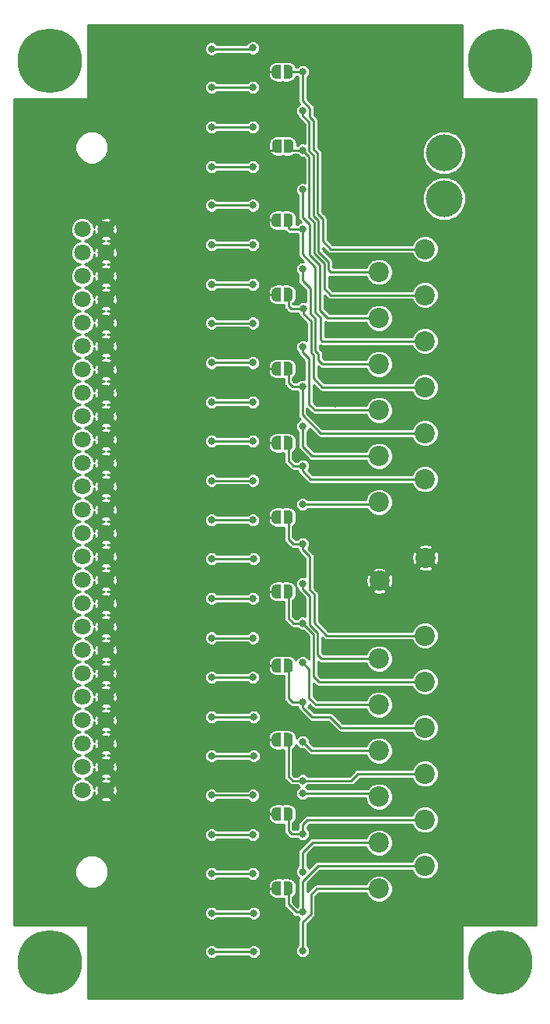
<source format=gbl>
G04 #@! TF.GenerationSoftware,KiCad,Pcbnew,5.0.2-bee76a0~70~ubuntu18.04.1*
G04 #@! TF.CreationDate,2019-06-17T19:26:50-05:00*
G04 #@! TF.ProjectId,ADAPTER_BOARD,41444150-5445-4525-9f42-4f4152442e6b,rev?*
G04 #@! TF.SameCoordinates,Original*
G04 #@! TF.FileFunction,Copper,L2,Bot*
G04 #@! TF.FilePolarity,Positive*
%FSLAX46Y46*%
G04 Gerber Fmt 4.6, Leading zero omitted, Abs format (unit mm)*
G04 Created by KiCad (PCBNEW 5.0.2-bee76a0~70~ubuntu18.04.1) date Mon 17 Jun 2019 07:26:50 PM CDT*
%MOMM*%
%LPD*%
G01*
G04 APERTURE LIST*
G04 #@! TA.AperFunction,SMDPad,CuDef*
%ADD10C,0.500000*%
G04 #@! TD*
G04 #@! TA.AperFunction,Conductor*
%ADD11C,0.100000*%
G04 #@! TD*
G04 #@! TA.AperFunction,ComponentPad*
%ADD12C,4.000000*%
G04 #@! TD*
G04 #@! TA.AperFunction,ComponentPad*
%ADD13C,2.200000*%
G04 #@! TD*
G04 #@! TA.AperFunction,ComponentPad*
%ADD14C,1.800000*%
G04 #@! TD*
G04 #@! TA.AperFunction,ComponentPad*
%ADD15C,7.000000*%
G04 #@! TD*
G04 #@! TA.AperFunction,ViaPad*
%ADD16C,0.800000*%
G04 #@! TD*
G04 #@! TA.AperFunction,Conductor*
%ADD17C,0.250000*%
G04 #@! TD*
G04 APERTURE END LIST*
D10*
G04 #@! TO.P,JP12,2*
G04 #@! TO.N,GND*
X148150000Y-33200000D03*
D11*
G04 #@! TD*
G04 #@! TO.N,GND*
G04 #@! TO.C,JP12*
G36*
X148150000Y-33949398D02*
X148125466Y-33949398D01*
X148076635Y-33944588D01*
X148028510Y-33935016D01*
X147981555Y-33920772D01*
X147936222Y-33901995D01*
X147892949Y-33878864D01*
X147852150Y-33851604D01*
X147814221Y-33820476D01*
X147779524Y-33785779D01*
X147748396Y-33747850D01*
X147721136Y-33707051D01*
X147698005Y-33663778D01*
X147679228Y-33618445D01*
X147664984Y-33571490D01*
X147655412Y-33523365D01*
X147650602Y-33474534D01*
X147650602Y-33450000D01*
X147650000Y-33450000D01*
X147650000Y-32950000D01*
X147650602Y-32950000D01*
X147650602Y-32925466D01*
X147655412Y-32876635D01*
X147664984Y-32828510D01*
X147679228Y-32781555D01*
X147698005Y-32736222D01*
X147721136Y-32692949D01*
X147748396Y-32652150D01*
X147779524Y-32614221D01*
X147814221Y-32579524D01*
X147852150Y-32548396D01*
X147892949Y-32521136D01*
X147936222Y-32498005D01*
X147981555Y-32479228D01*
X148028510Y-32464984D01*
X148076635Y-32455412D01*
X148125466Y-32450602D01*
X148150000Y-32450602D01*
X148150000Y-32450000D01*
X148650000Y-32450000D01*
X148650000Y-33950000D01*
X148150000Y-33950000D01*
X148150000Y-33949398D01*
X148150000Y-33949398D01*
G37*
D10*
G04 #@! TO.P,JP12,1*
G04 #@! TO.N,/P01*
X149450000Y-33200000D03*
D11*
G04 #@! TD*
G04 #@! TO.N,/P01*
G04 #@! TO.C,JP12*
G36*
X148950000Y-32450000D02*
X149450000Y-32450000D01*
X149450000Y-32450602D01*
X149474534Y-32450602D01*
X149523365Y-32455412D01*
X149571490Y-32464984D01*
X149618445Y-32479228D01*
X149663778Y-32498005D01*
X149707051Y-32521136D01*
X149747850Y-32548396D01*
X149785779Y-32579524D01*
X149820476Y-32614221D01*
X149851604Y-32652150D01*
X149878864Y-32692949D01*
X149901995Y-32736222D01*
X149920772Y-32781555D01*
X149935016Y-32828510D01*
X149944588Y-32876635D01*
X149949398Y-32925466D01*
X149949398Y-32950000D01*
X149950000Y-32950000D01*
X149950000Y-33450000D01*
X149949398Y-33450000D01*
X149949398Y-33474534D01*
X149944588Y-33523365D01*
X149935016Y-33571490D01*
X149920772Y-33618445D01*
X149901995Y-33663778D01*
X149878864Y-33707051D01*
X149851604Y-33747850D01*
X149820476Y-33785779D01*
X149785779Y-33820476D01*
X149747850Y-33851604D01*
X149707051Y-33878864D01*
X149663778Y-33901995D01*
X149618445Y-33920772D01*
X149571490Y-33935016D01*
X149523365Y-33944588D01*
X149474534Y-33949398D01*
X149450000Y-33949398D01*
X149450000Y-33950000D01*
X148950000Y-33950000D01*
X148950000Y-32450000D01*
X148950000Y-32450000D01*
G37*
D12*
G04 #@! TO.P,VDC1,2*
G04 #@! TO.N,24VDC*
X166390000Y-41980000D03*
G04 #@! TO.P,VDC1,1*
X166390000Y-46980000D03*
G04 #@! TD*
D13*
G04 #@! TO.P,PLC1-2,1*
G04 #@! TO.N,/P12*
X159320000Y-79950000D03*
G04 #@! TO.P,PLC1-2,3*
G04 #@! TO.N,/P10*
X159320000Y-74950000D03*
G04 #@! TO.P,PLC1-2,5*
G04 #@! TO.N,/P08*
X159320000Y-69950000D03*
G04 #@! TO.P,PLC1-2,7*
G04 #@! TO.N,/P06*
X159320000Y-64950000D03*
G04 #@! TO.P,PLC1-2,9*
G04 #@! TO.N,/P04*
X159320000Y-59950000D03*
G04 #@! TO.P,PLC1-2,11*
G04 #@! TO.N,/P02*
X159320000Y-54950000D03*
G04 #@! TO.P,PLC1-2,2*
G04 #@! TO.N,/P11*
X164320000Y-77450000D03*
G04 #@! TO.P,PLC1-2,4*
G04 #@! TO.N,/P09*
X164320000Y-72450000D03*
G04 #@! TO.P,PLC1-2,6*
G04 #@! TO.N,/P07*
X164320000Y-67450000D03*
G04 #@! TO.P,PLC1-2,8*
G04 #@! TO.N,/P05*
X164320000Y-62450000D03*
G04 #@! TO.P,PLC1-2,10*
G04 #@! TO.N,/P03*
X164320000Y-57450000D03*
G04 #@! TO.P,PLC1-2,12*
G04 #@! TO.N,/P01*
X164320000Y-52450000D03*
G04 #@! TD*
G04 #@! TO.P,PLC13-2,1*
G04 #@! TO.N,/P24*
X159320000Y-121950000D03*
G04 #@! TO.P,PLC13-2,3*
G04 #@! TO.N,/P22*
X159320000Y-116950000D03*
G04 #@! TO.P,PLC13-2,5*
G04 #@! TO.N,/P20*
X159320000Y-111950000D03*
G04 #@! TO.P,PLC13-2,7*
G04 #@! TO.N,/P18*
X159320000Y-106950000D03*
G04 #@! TO.P,PLC13-2,9*
G04 #@! TO.N,/P16*
X159320000Y-101950000D03*
G04 #@! TO.P,PLC13-2,11*
G04 #@! TO.N,/P14*
X159320000Y-96950000D03*
G04 #@! TO.P,PLC13-2,2*
G04 #@! TO.N,/P23*
X164320000Y-119450000D03*
G04 #@! TO.P,PLC13-2,4*
G04 #@! TO.N,/P21*
X164320000Y-114450000D03*
G04 #@! TO.P,PLC13-2,6*
G04 #@! TO.N,/P19*
X164320000Y-109450000D03*
G04 #@! TO.P,PLC13-2,8*
G04 #@! TO.N,/P17*
X164320000Y-104450000D03*
G04 #@! TO.P,PLC13-2,10*
G04 #@! TO.N,/P15*
X164320000Y-99450000D03*
G04 #@! TO.P,PLC13-2,12*
G04 #@! TO.N,/P13*
X164320000Y-94450000D03*
G04 #@! TD*
G04 #@! TO.P,PLC1,2*
G04 #@! TO.N,GND*
X159370000Y-88500000D03*
G04 #@! TO.P,PLC1,1*
X164370000Y-86000000D03*
G04 #@! TD*
D14*
G04 #@! TO.P,BOARD1,2*
G04 #@! TO.N,GND*
X129570000Y-50300000D03*
G04 #@! TO.P,BOARD1,1*
G04 #@! TO.N,/B01*
X127030000Y-50300000D03*
G04 #@! TO.P,BOARD1,4*
G04 #@! TO.N,GND*
X129570000Y-52840000D03*
G04 #@! TO.P,BOARD1,3*
G04 #@! TO.N,/B02*
X127030000Y-52840000D03*
G04 #@! TO.P,BOARD1,6*
G04 #@! TO.N,GND*
X129570000Y-55380000D03*
G04 #@! TO.P,BOARD1,5*
G04 #@! TO.N,/B03*
X127030000Y-55380000D03*
G04 #@! TO.P,BOARD1,8*
G04 #@! TO.N,GND*
X129570000Y-57920000D03*
G04 #@! TO.P,BOARD1,7*
G04 #@! TO.N,/B04*
X127030000Y-57920000D03*
G04 #@! TO.P,BOARD1,10*
G04 #@! TO.N,GND*
X129570000Y-60460000D03*
G04 #@! TO.P,BOARD1,9*
G04 #@! TO.N,/B05*
X127030000Y-60460000D03*
G04 #@! TO.P,BOARD1,12*
G04 #@! TO.N,GND*
X129570000Y-63000000D03*
G04 #@! TO.P,BOARD1,11*
G04 #@! TO.N,/B06*
X127030000Y-63000000D03*
G04 #@! TO.P,BOARD1,14*
G04 #@! TO.N,GND*
X129570000Y-65540000D03*
G04 #@! TO.P,BOARD1,13*
G04 #@! TO.N,/B07*
X127030000Y-65540000D03*
G04 #@! TO.P,BOARD1,16*
G04 #@! TO.N,GND*
X129570000Y-68080000D03*
G04 #@! TO.P,BOARD1,15*
G04 #@! TO.N,/B08*
X127030000Y-68080000D03*
G04 #@! TO.P,BOARD1,18*
G04 #@! TO.N,GND*
X129570000Y-70620000D03*
G04 #@! TO.P,BOARD1,17*
G04 #@! TO.N,/B09*
X127030000Y-70620000D03*
G04 #@! TO.P,BOARD1,20*
G04 #@! TO.N,GND*
X129570000Y-73160000D03*
G04 #@! TO.P,BOARD1,19*
G04 #@! TO.N,/B10*
X127030000Y-73160000D03*
G04 #@! TO.P,BOARD1,22*
G04 #@! TO.N,GND*
X129570000Y-75700000D03*
G04 #@! TO.P,BOARD1,21*
G04 #@! TO.N,/B11*
X127030000Y-75700000D03*
G04 #@! TO.P,BOARD1,24*
G04 #@! TO.N,GND*
X129570000Y-78240000D03*
G04 #@! TO.P,BOARD1,23*
G04 #@! TO.N,/B12*
X127030000Y-78240000D03*
G04 #@! TO.P,BOARD1,26*
G04 #@! TO.N,GND*
X129570000Y-80780000D03*
G04 #@! TO.P,BOARD1,25*
G04 #@! TO.N,/B13*
X127030000Y-80780000D03*
G04 #@! TO.P,BOARD1,28*
G04 #@! TO.N,GND*
X129570000Y-83320000D03*
G04 #@! TO.P,BOARD1,27*
G04 #@! TO.N,/B14*
X127030000Y-83320000D03*
G04 #@! TO.P,BOARD1,30*
G04 #@! TO.N,GND*
X129570000Y-85860000D03*
G04 #@! TO.P,BOARD1,29*
G04 #@! TO.N,/B15*
X127030000Y-85860000D03*
G04 #@! TO.P,BOARD1,32*
G04 #@! TO.N,GND*
X129570000Y-88400000D03*
G04 #@! TO.P,BOARD1,31*
G04 #@! TO.N,/B16*
X127030000Y-88400000D03*
G04 #@! TO.P,BOARD1,34*
G04 #@! TO.N,GND*
X129570000Y-90940000D03*
G04 #@! TO.P,BOARD1,33*
G04 #@! TO.N,/B17*
X127030000Y-90940000D03*
G04 #@! TO.P,BOARD1,36*
G04 #@! TO.N,GND*
X129570000Y-93480000D03*
G04 #@! TO.P,BOARD1,35*
G04 #@! TO.N,/B18*
X127030000Y-93480000D03*
G04 #@! TO.P,BOARD1,38*
G04 #@! TO.N,GND*
X129570000Y-96020000D03*
G04 #@! TO.P,BOARD1,37*
G04 #@! TO.N,/B19*
X127030000Y-96020000D03*
G04 #@! TO.P,BOARD1,40*
G04 #@! TO.N,GND*
X129570000Y-98560000D03*
G04 #@! TO.P,BOARD1,39*
G04 #@! TO.N,/B20*
X127030000Y-98560000D03*
G04 #@! TO.P,BOARD1,42*
G04 #@! TO.N,GND*
X129570000Y-101100000D03*
G04 #@! TO.P,BOARD1,41*
G04 #@! TO.N,/B21*
X127030000Y-101100000D03*
G04 #@! TO.P,BOARD1,44*
G04 #@! TO.N,GND*
X129570000Y-103640000D03*
G04 #@! TO.P,BOARD1,43*
G04 #@! TO.N,/B22*
X127030000Y-103640000D03*
G04 #@! TO.P,BOARD1,46*
G04 #@! TO.N,GND*
X129570000Y-106180000D03*
G04 #@! TO.P,BOARD1,45*
G04 #@! TO.N,/B23*
X127030000Y-106180000D03*
G04 #@! TO.P,BOARD1,48*
G04 #@! TO.N,GND*
X129570000Y-108720000D03*
G04 #@! TO.P,BOARD1,47*
G04 #@! TO.N,/B24*
X127030000Y-108720000D03*
G04 #@! TO.P,BOARD1,50*
G04 #@! TO.N,GND*
X129570000Y-111260000D03*
G04 #@! TO.P,BOARD1,49*
G04 #@! TO.N,Net-(BOARD1-Pad49)*
X127030000Y-111260000D03*
G04 #@! TD*
D10*
G04 #@! TO.P,JP1,2*
G04 #@! TO.N,GND*
X148150000Y-121900000D03*
D11*
G04 #@! TD*
G04 #@! TO.N,GND*
G04 #@! TO.C,JP1*
G36*
X148150000Y-122649398D02*
X148125466Y-122649398D01*
X148076635Y-122644588D01*
X148028510Y-122635016D01*
X147981555Y-122620772D01*
X147936222Y-122601995D01*
X147892949Y-122578864D01*
X147852150Y-122551604D01*
X147814221Y-122520476D01*
X147779524Y-122485779D01*
X147748396Y-122447850D01*
X147721136Y-122407051D01*
X147698005Y-122363778D01*
X147679228Y-122318445D01*
X147664984Y-122271490D01*
X147655412Y-122223365D01*
X147650602Y-122174534D01*
X147650602Y-122150000D01*
X147650000Y-122150000D01*
X147650000Y-121650000D01*
X147650602Y-121650000D01*
X147650602Y-121625466D01*
X147655412Y-121576635D01*
X147664984Y-121528510D01*
X147679228Y-121481555D01*
X147698005Y-121436222D01*
X147721136Y-121392949D01*
X147748396Y-121352150D01*
X147779524Y-121314221D01*
X147814221Y-121279524D01*
X147852150Y-121248396D01*
X147892949Y-121221136D01*
X147936222Y-121198005D01*
X147981555Y-121179228D01*
X148028510Y-121164984D01*
X148076635Y-121155412D01*
X148125466Y-121150602D01*
X148150000Y-121150602D01*
X148150000Y-121150000D01*
X148650000Y-121150000D01*
X148650000Y-122650000D01*
X148150000Y-122650000D01*
X148150000Y-122649398D01*
X148150000Y-122649398D01*
G37*
D10*
G04 #@! TO.P,JP1,1*
G04 #@! TO.N,/P23*
X149450000Y-121900000D03*
D11*
G04 #@! TD*
G04 #@! TO.N,/P23*
G04 #@! TO.C,JP1*
G36*
X148950000Y-121150000D02*
X149450000Y-121150000D01*
X149450000Y-121150602D01*
X149474534Y-121150602D01*
X149523365Y-121155412D01*
X149571490Y-121164984D01*
X149618445Y-121179228D01*
X149663778Y-121198005D01*
X149707051Y-121221136D01*
X149747850Y-121248396D01*
X149785779Y-121279524D01*
X149820476Y-121314221D01*
X149851604Y-121352150D01*
X149878864Y-121392949D01*
X149901995Y-121436222D01*
X149920772Y-121481555D01*
X149935016Y-121528510D01*
X149944588Y-121576635D01*
X149949398Y-121625466D01*
X149949398Y-121650000D01*
X149950000Y-121650000D01*
X149950000Y-122150000D01*
X149949398Y-122150000D01*
X149949398Y-122174534D01*
X149944588Y-122223365D01*
X149935016Y-122271490D01*
X149920772Y-122318445D01*
X149901995Y-122363778D01*
X149878864Y-122407051D01*
X149851604Y-122447850D01*
X149820476Y-122485779D01*
X149785779Y-122520476D01*
X149747850Y-122551604D01*
X149707051Y-122578864D01*
X149663778Y-122601995D01*
X149618445Y-122620772D01*
X149571490Y-122635016D01*
X149523365Y-122644588D01*
X149474534Y-122649398D01*
X149450000Y-122649398D01*
X149450000Y-122650000D01*
X148950000Y-122650000D01*
X148950000Y-121150000D01*
X148950000Y-121150000D01*
G37*
D10*
G04 #@! TO.P,JP2,2*
G04 #@! TO.N,GND*
X148150000Y-113836360D03*
D11*
G04 #@! TD*
G04 #@! TO.N,GND*
G04 #@! TO.C,JP2*
G36*
X148150000Y-114585758D02*
X148125466Y-114585758D01*
X148076635Y-114580948D01*
X148028510Y-114571376D01*
X147981555Y-114557132D01*
X147936222Y-114538355D01*
X147892949Y-114515224D01*
X147852150Y-114487964D01*
X147814221Y-114456836D01*
X147779524Y-114422139D01*
X147748396Y-114384210D01*
X147721136Y-114343411D01*
X147698005Y-114300138D01*
X147679228Y-114254805D01*
X147664984Y-114207850D01*
X147655412Y-114159725D01*
X147650602Y-114110894D01*
X147650602Y-114086360D01*
X147650000Y-114086360D01*
X147650000Y-113586360D01*
X147650602Y-113586360D01*
X147650602Y-113561826D01*
X147655412Y-113512995D01*
X147664984Y-113464870D01*
X147679228Y-113417915D01*
X147698005Y-113372582D01*
X147721136Y-113329309D01*
X147748396Y-113288510D01*
X147779524Y-113250581D01*
X147814221Y-113215884D01*
X147852150Y-113184756D01*
X147892949Y-113157496D01*
X147936222Y-113134365D01*
X147981555Y-113115588D01*
X148028510Y-113101344D01*
X148076635Y-113091772D01*
X148125466Y-113086962D01*
X148150000Y-113086962D01*
X148150000Y-113086360D01*
X148650000Y-113086360D01*
X148650000Y-114586360D01*
X148150000Y-114586360D01*
X148150000Y-114585758D01*
X148150000Y-114585758D01*
G37*
D10*
G04 #@! TO.P,JP2,1*
G04 #@! TO.N,/P21*
X149450000Y-113836360D03*
D11*
G04 #@! TD*
G04 #@! TO.N,/P21*
G04 #@! TO.C,JP2*
G36*
X148950000Y-113086360D02*
X149450000Y-113086360D01*
X149450000Y-113086962D01*
X149474534Y-113086962D01*
X149523365Y-113091772D01*
X149571490Y-113101344D01*
X149618445Y-113115588D01*
X149663778Y-113134365D01*
X149707051Y-113157496D01*
X149747850Y-113184756D01*
X149785779Y-113215884D01*
X149820476Y-113250581D01*
X149851604Y-113288510D01*
X149878864Y-113329309D01*
X149901995Y-113372582D01*
X149920772Y-113417915D01*
X149935016Y-113464870D01*
X149944588Y-113512995D01*
X149949398Y-113561826D01*
X149949398Y-113586360D01*
X149950000Y-113586360D01*
X149950000Y-114086360D01*
X149949398Y-114086360D01*
X149949398Y-114110894D01*
X149944588Y-114159725D01*
X149935016Y-114207850D01*
X149920772Y-114254805D01*
X149901995Y-114300138D01*
X149878864Y-114343411D01*
X149851604Y-114384210D01*
X149820476Y-114422139D01*
X149785779Y-114456836D01*
X149747850Y-114487964D01*
X149707051Y-114515224D01*
X149663778Y-114538355D01*
X149618445Y-114557132D01*
X149571490Y-114571376D01*
X149523365Y-114580948D01*
X149474534Y-114585758D01*
X149450000Y-114585758D01*
X149450000Y-114586360D01*
X148950000Y-114586360D01*
X148950000Y-113086360D01*
X148950000Y-113086360D01*
G37*
D10*
G04 #@! TO.P,JP3,1*
G04 #@! TO.N,/P19*
X149450000Y-105772724D03*
D11*
G04 #@! TD*
G04 #@! TO.N,/P19*
G04 #@! TO.C,JP3*
G36*
X148950000Y-105022724D02*
X149450000Y-105022724D01*
X149450000Y-105023326D01*
X149474534Y-105023326D01*
X149523365Y-105028136D01*
X149571490Y-105037708D01*
X149618445Y-105051952D01*
X149663778Y-105070729D01*
X149707051Y-105093860D01*
X149747850Y-105121120D01*
X149785779Y-105152248D01*
X149820476Y-105186945D01*
X149851604Y-105224874D01*
X149878864Y-105265673D01*
X149901995Y-105308946D01*
X149920772Y-105354279D01*
X149935016Y-105401234D01*
X149944588Y-105449359D01*
X149949398Y-105498190D01*
X149949398Y-105522724D01*
X149950000Y-105522724D01*
X149950000Y-106022724D01*
X149949398Y-106022724D01*
X149949398Y-106047258D01*
X149944588Y-106096089D01*
X149935016Y-106144214D01*
X149920772Y-106191169D01*
X149901995Y-106236502D01*
X149878864Y-106279775D01*
X149851604Y-106320574D01*
X149820476Y-106358503D01*
X149785779Y-106393200D01*
X149747850Y-106424328D01*
X149707051Y-106451588D01*
X149663778Y-106474719D01*
X149618445Y-106493496D01*
X149571490Y-106507740D01*
X149523365Y-106517312D01*
X149474534Y-106522122D01*
X149450000Y-106522122D01*
X149450000Y-106522724D01*
X148950000Y-106522724D01*
X148950000Y-105022724D01*
X148950000Y-105022724D01*
G37*
D10*
G04 #@! TO.P,JP3,2*
G04 #@! TO.N,GND*
X148150000Y-105772724D03*
D11*
G04 #@! TD*
G04 #@! TO.N,GND*
G04 #@! TO.C,JP3*
G36*
X148150000Y-106522122D02*
X148125466Y-106522122D01*
X148076635Y-106517312D01*
X148028510Y-106507740D01*
X147981555Y-106493496D01*
X147936222Y-106474719D01*
X147892949Y-106451588D01*
X147852150Y-106424328D01*
X147814221Y-106393200D01*
X147779524Y-106358503D01*
X147748396Y-106320574D01*
X147721136Y-106279775D01*
X147698005Y-106236502D01*
X147679228Y-106191169D01*
X147664984Y-106144214D01*
X147655412Y-106096089D01*
X147650602Y-106047258D01*
X147650602Y-106022724D01*
X147650000Y-106022724D01*
X147650000Y-105522724D01*
X147650602Y-105522724D01*
X147650602Y-105498190D01*
X147655412Y-105449359D01*
X147664984Y-105401234D01*
X147679228Y-105354279D01*
X147698005Y-105308946D01*
X147721136Y-105265673D01*
X147748396Y-105224874D01*
X147779524Y-105186945D01*
X147814221Y-105152248D01*
X147852150Y-105121120D01*
X147892949Y-105093860D01*
X147936222Y-105070729D01*
X147981555Y-105051952D01*
X148028510Y-105037708D01*
X148076635Y-105028136D01*
X148125466Y-105023326D01*
X148150000Y-105023326D01*
X148150000Y-105022724D01*
X148650000Y-105022724D01*
X148650000Y-106522724D01*
X148150000Y-106522724D01*
X148150000Y-106522122D01*
X148150000Y-106522122D01*
G37*
D10*
G04 #@! TO.P,JP4,2*
G04 #@! TO.N,GND*
X148150000Y-97709088D03*
D11*
G04 #@! TD*
G04 #@! TO.N,GND*
G04 #@! TO.C,JP4*
G36*
X148150000Y-98458486D02*
X148125466Y-98458486D01*
X148076635Y-98453676D01*
X148028510Y-98444104D01*
X147981555Y-98429860D01*
X147936222Y-98411083D01*
X147892949Y-98387952D01*
X147852150Y-98360692D01*
X147814221Y-98329564D01*
X147779524Y-98294867D01*
X147748396Y-98256938D01*
X147721136Y-98216139D01*
X147698005Y-98172866D01*
X147679228Y-98127533D01*
X147664984Y-98080578D01*
X147655412Y-98032453D01*
X147650602Y-97983622D01*
X147650602Y-97959088D01*
X147650000Y-97959088D01*
X147650000Y-97459088D01*
X147650602Y-97459088D01*
X147650602Y-97434554D01*
X147655412Y-97385723D01*
X147664984Y-97337598D01*
X147679228Y-97290643D01*
X147698005Y-97245310D01*
X147721136Y-97202037D01*
X147748396Y-97161238D01*
X147779524Y-97123309D01*
X147814221Y-97088612D01*
X147852150Y-97057484D01*
X147892949Y-97030224D01*
X147936222Y-97007093D01*
X147981555Y-96988316D01*
X148028510Y-96974072D01*
X148076635Y-96964500D01*
X148125466Y-96959690D01*
X148150000Y-96959690D01*
X148150000Y-96959088D01*
X148650000Y-96959088D01*
X148650000Y-98459088D01*
X148150000Y-98459088D01*
X148150000Y-98458486D01*
X148150000Y-98458486D01*
G37*
D10*
G04 #@! TO.P,JP4,1*
G04 #@! TO.N,/P17*
X149450000Y-97709088D03*
D11*
G04 #@! TD*
G04 #@! TO.N,/P17*
G04 #@! TO.C,JP4*
G36*
X148950000Y-96959088D02*
X149450000Y-96959088D01*
X149450000Y-96959690D01*
X149474534Y-96959690D01*
X149523365Y-96964500D01*
X149571490Y-96974072D01*
X149618445Y-96988316D01*
X149663778Y-97007093D01*
X149707051Y-97030224D01*
X149747850Y-97057484D01*
X149785779Y-97088612D01*
X149820476Y-97123309D01*
X149851604Y-97161238D01*
X149878864Y-97202037D01*
X149901995Y-97245310D01*
X149920772Y-97290643D01*
X149935016Y-97337598D01*
X149944588Y-97385723D01*
X149949398Y-97434554D01*
X149949398Y-97459088D01*
X149950000Y-97459088D01*
X149950000Y-97959088D01*
X149949398Y-97959088D01*
X149949398Y-97983622D01*
X149944588Y-98032453D01*
X149935016Y-98080578D01*
X149920772Y-98127533D01*
X149901995Y-98172866D01*
X149878864Y-98216139D01*
X149851604Y-98256938D01*
X149820476Y-98294867D01*
X149785779Y-98329564D01*
X149747850Y-98360692D01*
X149707051Y-98387952D01*
X149663778Y-98411083D01*
X149618445Y-98429860D01*
X149571490Y-98444104D01*
X149523365Y-98453676D01*
X149474534Y-98458486D01*
X149450000Y-98458486D01*
X149450000Y-98459088D01*
X148950000Y-98459088D01*
X148950000Y-96959088D01*
X148950000Y-96959088D01*
G37*
D10*
G04 #@! TO.P,JP5,1*
G04 #@! TO.N,/P15*
X149450000Y-89645452D03*
D11*
G04 #@! TD*
G04 #@! TO.N,/P15*
G04 #@! TO.C,JP5*
G36*
X148950000Y-88895452D02*
X149450000Y-88895452D01*
X149450000Y-88896054D01*
X149474534Y-88896054D01*
X149523365Y-88900864D01*
X149571490Y-88910436D01*
X149618445Y-88924680D01*
X149663778Y-88943457D01*
X149707051Y-88966588D01*
X149747850Y-88993848D01*
X149785779Y-89024976D01*
X149820476Y-89059673D01*
X149851604Y-89097602D01*
X149878864Y-89138401D01*
X149901995Y-89181674D01*
X149920772Y-89227007D01*
X149935016Y-89273962D01*
X149944588Y-89322087D01*
X149949398Y-89370918D01*
X149949398Y-89395452D01*
X149950000Y-89395452D01*
X149950000Y-89895452D01*
X149949398Y-89895452D01*
X149949398Y-89919986D01*
X149944588Y-89968817D01*
X149935016Y-90016942D01*
X149920772Y-90063897D01*
X149901995Y-90109230D01*
X149878864Y-90152503D01*
X149851604Y-90193302D01*
X149820476Y-90231231D01*
X149785779Y-90265928D01*
X149747850Y-90297056D01*
X149707051Y-90324316D01*
X149663778Y-90347447D01*
X149618445Y-90366224D01*
X149571490Y-90380468D01*
X149523365Y-90390040D01*
X149474534Y-90394850D01*
X149450000Y-90394850D01*
X149450000Y-90395452D01*
X148950000Y-90395452D01*
X148950000Y-88895452D01*
X148950000Y-88895452D01*
G37*
D10*
G04 #@! TO.P,JP5,2*
G04 #@! TO.N,GND*
X148150000Y-89645452D03*
D11*
G04 #@! TD*
G04 #@! TO.N,GND*
G04 #@! TO.C,JP5*
G36*
X148150000Y-90394850D02*
X148125466Y-90394850D01*
X148076635Y-90390040D01*
X148028510Y-90380468D01*
X147981555Y-90366224D01*
X147936222Y-90347447D01*
X147892949Y-90324316D01*
X147852150Y-90297056D01*
X147814221Y-90265928D01*
X147779524Y-90231231D01*
X147748396Y-90193302D01*
X147721136Y-90152503D01*
X147698005Y-90109230D01*
X147679228Y-90063897D01*
X147664984Y-90016942D01*
X147655412Y-89968817D01*
X147650602Y-89919986D01*
X147650602Y-89895452D01*
X147650000Y-89895452D01*
X147650000Y-89395452D01*
X147650602Y-89395452D01*
X147650602Y-89370918D01*
X147655412Y-89322087D01*
X147664984Y-89273962D01*
X147679228Y-89227007D01*
X147698005Y-89181674D01*
X147721136Y-89138401D01*
X147748396Y-89097602D01*
X147779524Y-89059673D01*
X147814221Y-89024976D01*
X147852150Y-88993848D01*
X147892949Y-88966588D01*
X147936222Y-88943457D01*
X147981555Y-88924680D01*
X148028510Y-88910436D01*
X148076635Y-88900864D01*
X148125466Y-88896054D01*
X148150000Y-88896054D01*
X148150000Y-88895452D01*
X148650000Y-88895452D01*
X148650000Y-90395452D01*
X148150000Y-90395452D01*
X148150000Y-90394850D01*
X148150000Y-90394850D01*
G37*
D10*
G04 #@! TO.P,JP6,1*
G04 #@! TO.N,/P13*
X149450000Y-81581816D03*
D11*
G04 #@! TD*
G04 #@! TO.N,/P13*
G04 #@! TO.C,JP6*
G36*
X148950000Y-80831816D02*
X149450000Y-80831816D01*
X149450000Y-80832418D01*
X149474534Y-80832418D01*
X149523365Y-80837228D01*
X149571490Y-80846800D01*
X149618445Y-80861044D01*
X149663778Y-80879821D01*
X149707051Y-80902952D01*
X149747850Y-80930212D01*
X149785779Y-80961340D01*
X149820476Y-80996037D01*
X149851604Y-81033966D01*
X149878864Y-81074765D01*
X149901995Y-81118038D01*
X149920772Y-81163371D01*
X149935016Y-81210326D01*
X149944588Y-81258451D01*
X149949398Y-81307282D01*
X149949398Y-81331816D01*
X149950000Y-81331816D01*
X149950000Y-81831816D01*
X149949398Y-81831816D01*
X149949398Y-81856350D01*
X149944588Y-81905181D01*
X149935016Y-81953306D01*
X149920772Y-82000261D01*
X149901995Y-82045594D01*
X149878864Y-82088867D01*
X149851604Y-82129666D01*
X149820476Y-82167595D01*
X149785779Y-82202292D01*
X149747850Y-82233420D01*
X149707051Y-82260680D01*
X149663778Y-82283811D01*
X149618445Y-82302588D01*
X149571490Y-82316832D01*
X149523365Y-82326404D01*
X149474534Y-82331214D01*
X149450000Y-82331214D01*
X149450000Y-82331816D01*
X148950000Y-82331816D01*
X148950000Y-80831816D01*
X148950000Y-80831816D01*
G37*
D10*
G04 #@! TO.P,JP6,2*
G04 #@! TO.N,GND*
X148150000Y-81581816D03*
D11*
G04 #@! TD*
G04 #@! TO.N,GND*
G04 #@! TO.C,JP6*
G36*
X148150000Y-82331214D02*
X148125466Y-82331214D01*
X148076635Y-82326404D01*
X148028510Y-82316832D01*
X147981555Y-82302588D01*
X147936222Y-82283811D01*
X147892949Y-82260680D01*
X147852150Y-82233420D01*
X147814221Y-82202292D01*
X147779524Y-82167595D01*
X147748396Y-82129666D01*
X147721136Y-82088867D01*
X147698005Y-82045594D01*
X147679228Y-82000261D01*
X147664984Y-81953306D01*
X147655412Y-81905181D01*
X147650602Y-81856350D01*
X147650602Y-81831816D01*
X147650000Y-81831816D01*
X147650000Y-81331816D01*
X147650602Y-81331816D01*
X147650602Y-81307282D01*
X147655412Y-81258451D01*
X147664984Y-81210326D01*
X147679228Y-81163371D01*
X147698005Y-81118038D01*
X147721136Y-81074765D01*
X147748396Y-81033966D01*
X147779524Y-80996037D01*
X147814221Y-80961340D01*
X147852150Y-80930212D01*
X147892949Y-80902952D01*
X147936222Y-80879821D01*
X147981555Y-80861044D01*
X148028510Y-80846800D01*
X148076635Y-80837228D01*
X148125466Y-80832418D01*
X148150000Y-80832418D01*
X148150000Y-80831816D01*
X148650000Y-80831816D01*
X148650000Y-82331816D01*
X148150000Y-82331816D01*
X148150000Y-82331214D01*
X148150000Y-82331214D01*
G37*
D10*
G04 #@! TO.P,JP7,1*
G04 #@! TO.N,/P11*
X149450000Y-73518180D03*
D11*
G04 #@! TD*
G04 #@! TO.N,/P11*
G04 #@! TO.C,JP7*
G36*
X148950000Y-72768180D02*
X149450000Y-72768180D01*
X149450000Y-72768782D01*
X149474534Y-72768782D01*
X149523365Y-72773592D01*
X149571490Y-72783164D01*
X149618445Y-72797408D01*
X149663778Y-72816185D01*
X149707051Y-72839316D01*
X149747850Y-72866576D01*
X149785779Y-72897704D01*
X149820476Y-72932401D01*
X149851604Y-72970330D01*
X149878864Y-73011129D01*
X149901995Y-73054402D01*
X149920772Y-73099735D01*
X149935016Y-73146690D01*
X149944588Y-73194815D01*
X149949398Y-73243646D01*
X149949398Y-73268180D01*
X149950000Y-73268180D01*
X149950000Y-73768180D01*
X149949398Y-73768180D01*
X149949398Y-73792714D01*
X149944588Y-73841545D01*
X149935016Y-73889670D01*
X149920772Y-73936625D01*
X149901995Y-73981958D01*
X149878864Y-74025231D01*
X149851604Y-74066030D01*
X149820476Y-74103959D01*
X149785779Y-74138656D01*
X149747850Y-74169784D01*
X149707051Y-74197044D01*
X149663778Y-74220175D01*
X149618445Y-74238952D01*
X149571490Y-74253196D01*
X149523365Y-74262768D01*
X149474534Y-74267578D01*
X149450000Y-74267578D01*
X149450000Y-74268180D01*
X148950000Y-74268180D01*
X148950000Y-72768180D01*
X148950000Y-72768180D01*
G37*
D10*
G04 #@! TO.P,JP7,2*
G04 #@! TO.N,GND*
X148150000Y-73518180D03*
D11*
G04 #@! TD*
G04 #@! TO.N,GND*
G04 #@! TO.C,JP7*
G36*
X148150000Y-74267578D02*
X148125466Y-74267578D01*
X148076635Y-74262768D01*
X148028510Y-74253196D01*
X147981555Y-74238952D01*
X147936222Y-74220175D01*
X147892949Y-74197044D01*
X147852150Y-74169784D01*
X147814221Y-74138656D01*
X147779524Y-74103959D01*
X147748396Y-74066030D01*
X147721136Y-74025231D01*
X147698005Y-73981958D01*
X147679228Y-73936625D01*
X147664984Y-73889670D01*
X147655412Y-73841545D01*
X147650602Y-73792714D01*
X147650602Y-73768180D01*
X147650000Y-73768180D01*
X147650000Y-73268180D01*
X147650602Y-73268180D01*
X147650602Y-73243646D01*
X147655412Y-73194815D01*
X147664984Y-73146690D01*
X147679228Y-73099735D01*
X147698005Y-73054402D01*
X147721136Y-73011129D01*
X147748396Y-72970330D01*
X147779524Y-72932401D01*
X147814221Y-72897704D01*
X147852150Y-72866576D01*
X147892949Y-72839316D01*
X147936222Y-72816185D01*
X147981555Y-72797408D01*
X148028510Y-72783164D01*
X148076635Y-72773592D01*
X148125466Y-72768782D01*
X148150000Y-72768782D01*
X148150000Y-72768180D01*
X148650000Y-72768180D01*
X148650000Y-74268180D01*
X148150000Y-74268180D01*
X148150000Y-74267578D01*
X148150000Y-74267578D01*
G37*
D10*
G04 #@! TO.P,JP8,2*
G04 #@! TO.N,GND*
X148150000Y-65454544D03*
D11*
G04 #@! TD*
G04 #@! TO.N,GND*
G04 #@! TO.C,JP8*
G36*
X148150000Y-66203942D02*
X148125466Y-66203942D01*
X148076635Y-66199132D01*
X148028510Y-66189560D01*
X147981555Y-66175316D01*
X147936222Y-66156539D01*
X147892949Y-66133408D01*
X147852150Y-66106148D01*
X147814221Y-66075020D01*
X147779524Y-66040323D01*
X147748396Y-66002394D01*
X147721136Y-65961595D01*
X147698005Y-65918322D01*
X147679228Y-65872989D01*
X147664984Y-65826034D01*
X147655412Y-65777909D01*
X147650602Y-65729078D01*
X147650602Y-65704544D01*
X147650000Y-65704544D01*
X147650000Y-65204544D01*
X147650602Y-65204544D01*
X147650602Y-65180010D01*
X147655412Y-65131179D01*
X147664984Y-65083054D01*
X147679228Y-65036099D01*
X147698005Y-64990766D01*
X147721136Y-64947493D01*
X147748396Y-64906694D01*
X147779524Y-64868765D01*
X147814221Y-64834068D01*
X147852150Y-64802940D01*
X147892949Y-64775680D01*
X147936222Y-64752549D01*
X147981555Y-64733772D01*
X148028510Y-64719528D01*
X148076635Y-64709956D01*
X148125466Y-64705146D01*
X148150000Y-64705146D01*
X148150000Y-64704544D01*
X148650000Y-64704544D01*
X148650000Y-66204544D01*
X148150000Y-66204544D01*
X148150000Y-66203942D01*
X148150000Y-66203942D01*
G37*
D10*
G04 #@! TO.P,JP8,1*
G04 #@! TO.N,/P09*
X149450000Y-65454544D03*
D11*
G04 #@! TD*
G04 #@! TO.N,/P09*
G04 #@! TO.C,JP8*
G36*
X148950000Y-64704544D02*
X149450000Y-64704544D01*
X149450000Y-64705146D01*
X149474534Y-64705146D01*
X149523365Y-64709956D01*
X149571490Y-64719528D01*
X149618445Y-64733772D01*
X149663778Y-64752549D01*
X149707051Y-64775680D01*
X149747850Y-64802940D01*
X149785779Y-64834068D01*
X149820476Y-64868765D01*
X149851604Y-64906694D01*
X149878864Y-64947493D01*
X149901995Y-64990766D01*
X149920772Y-65036099D01*
X149935016Y-65083054D01*
X149944588Y-65131179D01*
X149949398Y-65180010D01*
X149949398Y-65204544D01*
X149950000Y-65204544D01*
X149950000Y-65704544D01*
X149949398Y-65704544D01*
X149949398Y-65729078D01*
X149944588Y-65777909D01*
X149935016Y-65826034D01*
X149920772Y-65872989D01*
X149901995Y-65918322D01*
X149878864Y-65961595D01*
X149851604Y-66002394D01*
X149820476Y-66040323D01*
X149785779Y-66075020D01*
X149747850Y-66106148D01*
X149707051Y-66133408D01*
X149663778Y-66156539D01*
X149618445Y-66175316D01*
X149571490Y-66189560D01*
X149523365Y-66199132D01*
X149474534Y-66203942D01*
X149450000Y-66203942D01*
X149450000Y-66204544D01*
X148950000Y-66204544D01*
X148950000Y-64704544D01*
X148950000Y-64704544D01*
G37*
D10*
G04 #@! TO.P,JP9,1*
G04 #@! TO.N,/P07*
X149450000Y-57390908D03*
D11*
G04 #@! TD*
G04 #@! TO.N,/P07*
G04 #@! TO.C,JP9*
G36*
X148950000Y-56640908D02*
X149450000Y-56640908D01*
X149450000Y-56641510D01*
X149474534Y-56641510D01*
X149523365Y-56646320D01*
X149571490Y-56655892D01*
X149618445Y-56670136D01*
X149663778Y-56688913D01*
X149707051Y-56712044D01*
X149747850Y-56739304D01*
X149785779Y-56770432D01*
X149820476Y-56805129D01*
X149851604Y-56843058D01*
X149878864Y-56883857D01*
X149901995Y-56927130D01*
X149920772Y-56972463D01*
X149935016Y-57019418D01*
X149944588Y-57067543D01*
X149949398Y-57116374D01*
X149949398Y-57140908D01*
X149950000Y-57140908D01*
X149950000Y-57640908D01*
X149949398Y-57640908D01*
X149949398Y-57665442D01*
X149944588Y-57714273D01*
X149935016Y-57762398D01*
X149920772Y-57809353D01*
X149901995Y-57854686D01*
X149878864Y-57897959D01*
X149851604Y-57938758D01*
X149820476Y-57976687D01*
X149785779Y-58011384D01*
X149747850Y-58042512D01*
X149707051Y-58069772D01*
X149663778Y-58092903D01*
X149618445Y-58111680D01*
X149571490Y-58125924D01*
X149523365Y-58135496D01*
X149474534Y-58140306D01*
X149450000Y-58140306D01*
X149450000Y-58140908D01*
X148950000Y-58140908D01*
X148950000Y-56640908D01*
X148950000Y-56640908D01*
G37*
D10*
G04 #@! TO.P,JP9,2*
G04 #@! TO.N,GND*
X148150000Y-57390908D03*
D11*
G04 #@! TD*
G04 #@! TO.N,GND*
G04 #@! TO.C,JP9*
G36*
X148150000Y-58140306D02*
X148125466Y-58140306D01*
X148076635Y-58135496D01*
X148028510Y-58125924D01*
X147981555Y-58111680D01*
X147936222Y-58092903D01*
X147892949Y-58069772D01*
X147852150Y-58042512D01*
X147814221Y-58011384D01*
X147779524Y-57976687D01*
X147748396Y-57938758D01*
X147721136Y-57897959D01*
X147698005Y-57854686D01*
X147679228Y-57809353D01*
X147664984Y-57762398D01*
X147655412Y-57714273D01*
X147650602Y-57665442D01*
X147650602Y-57640908D01*
X147650000Y-57640908D01*
X147650000Y-57140908D01*
X147650602Y-57140908D01*
X147650602Y-57116374D01*
X147655412Y-57067543D01*
X147664984Y-57019418D01*
X147679228Y-56972463D01*
X147698005Y-56927130D01*
X147721136Y-56883857D01*
X147748396Y-56843058D01*
X147779524Y-56805129D01*
X147814221Y-56770432D01*
X147852150Y-56739304D01*
X147892949Y-56712044D01*
X147936222Y-56688913D01*
X147981555Y-56670136D01*
X148028510Y-56655892D01*
X148076635Y-56646320D01*
X148125466Y-56641510D01*
X148150000Y-56641510D01*
X148150000Y-56640908D01*
X148650000Y-56640908D01*
X148650000Y-58140908D01*
X148150000Y-58140908D01*
X148150000Y-58140306D01*
X148150000Y-58140306D01*
G37*
D10*
G04 #@! TO.P,JP10,2*
G04 #@! TO.N,GND*
X148150000Y-49327272D03*
D11*
G04 #@! TD*
G04 #@! TO.N,GND*
G04 #@! TO.C,JP10*
G36*
X148150000Y-50076670D02*
X148125466Y-50076670D01*
X148076635Y-50071860D01*
X148028510Y-50062288D01*
X147981555Y-50048044D01*
X147936222Y-50029267D01*
X147892949Y-50006136D01*
X147852150Y-49978876D01*
X147814221Y-49947748D01*
X147779524Y-49913051D01*
X147748396Y-49875122D01*
X147721136Y-49834323D01*
X147698005Y-49791050D01*
X147679228Y-49745717D01*
X147664984Y-49698762D01*
X147655412Y-49650637D01*
X147650602Y-49601806D01*
X147650602Y-49577272D01*
X147650000Y-49577272D01*
X147650000Y-49077272D01*
X147650602Y-49077272D01*
X147650602Y-49052738D01*
X147655412Y-49003907D01*
X147664984Y-48955782D01*
X147679228Y-48908827D01*
X147698005Y-48863494D01*
X147721136Y-48820221D01*
X147748396Y-48779422D01*
X147779524Y-48741493D01*
X147814221Y-48706796D01*
X147852150Y-48675668D01*
X147892949Y-48648408D01*
X147936222Y-48625277D01*
X147981555Y-48606500D01*
X148028510Y-48592256D01*
X148076635Y-48582684D01*
X148125466Y-48577874D01*
X148150000Y-48577874D01*
X148150000Y-48577272D01*
X148650000Y-48577272D01*
X148650000Y-50077272D01*
X148150000Y-50077272D01*
X148150000Y-50076670D01*
X148150000Y-50076670D01*
G37*
D10*
G04 #@! TO.P,JP10,1*
G04 #@! TO.N,/P05*
X149450000Y-49327272D03*
D11*
G04 #@! TD*
G04 #@! TO.N,/P05*
G04 #@! TO.C,JP10*
G36*
X148950000Y-48577272D02*
X149450000Y-48577272D01*
X149450000Y-48577874D01*
X149474534Y-48577874D01*
X149523365Y-48582684D01*
X149571490Y-48592256D01*
X149618445Y-48606500D01*
X149663778Y-48625277D01*
X149707051Y-48648408D01*
X149747850Y-48675668D01*
X149785779Y-48706796D01*
X149820476Y-48741493D01*
X149851604Y-48779422D01*
X149878864Y-48820221D01*
X149901995Y-48863494D01*
X149920772Y-48908827D01*
X149935016Y-48955782D01*
X149944588Y-49003907D01*
X149949398Y-49052738D01*
X149949398Y-49077272D01*
X149950000Y-49077272D01*
X149950000Y-49577272D01*
X149949398Y-49577272D01*
X149949398Y-49601806D01*
X149944588Y-49650637D01*
X149935016Y-49698762D01*
X149920772Y-49745717D01*
X149901995Y-49791050D01*
X149878864Y-49834323D01*
X149851604Y-49875122D01*
X149820476Y-49913051D01*
X149785779Y-49947748D01*
X149747850Y-49978876D01*
X149707051Y-50006136D01*
X149663778Y-50029267D01*
X149618445Y-50048044D01*
X149571490Y-50062288D01*
X149523365Y-50071860D01*
X149474534Y-50076670D01*
X149450000Y-50076670D01*
X149450000Y-50077272D01*
X148950000Y-50077272D01*
X148950000Y-48577272D01*
X148950000Y-48577272D01*
G37*
D10*
G04 #@! TO.P,JP11,1*
G04 #@! TO.N,/P03*
X149500000Y-41263636D03*
D11*
G04 #@! TD*
G04 #@! TO.N,/P03*
G04 #@! TO.C,JP11*
G36*
X149000000Y-40513636D02*
X149500000Y-40513636D01*
X149500000Y-40514238D01*
X149524534Y-40514238D01*
X149573365Y-40519048D01*
X149621490Y-40528620D01*
X149668445Y-40542864D01*
X149713778Y-40561641D01*
X149757051Y-40584772D01*
X149797850Y-40612032D01*
X149835779Y-40643160D01*
X149870476Y-40677857D01*
X149901604Y-40715786D01*
X149928864Y-40756585D01*
X149951995Y-40799858D01*
X149970772Y-40845191D01*
X149985016Y-40892146D01*
X149994588Y-40940271D01*
X149999398Y-40989102D01*
X149999398Y-41013636D01*
X150000000Y-41013636D01*
X150000000Y-41513636D01*
X149999398Y-41513636D01*
X149999398Y-41538170D01*
X149994588Y-41587001D01*
X149985016Y-41635126D01*
X149970772Y-41682081D01*
X149951995Y-41727414D01*
X149928864Y-41770687D01*
X149901604Y-41811486D01*
X149870476Y-41849415D01*
X149835779Y-41884112D01*
X149797850Y-41915240D01*
X149757051Y-41942500D01*
X149713778Y-41965631D01*
X149668445Y-41984408D01*
X149621490Y-41998652D01*
X149573365Y-42008224D01*
X149524534Y-42013034D01*
X149500000Y-42013034D01*
X149500000Y-42013636D01*
X149000000Y-42013636D01*
X149000000Y-40513636D01*
X149000000Y-40513636D01*
G37*
D10*
G04 #@! TO.P,JP11,2*
G04 #@! TO.N,GND*
X148200000Y-41263636D03*
D11*
G04 #@! TD*
G04 #@! TO.N,GND*
G04 #@! TO.C,JP11*
G36*
X148200000Y-42013034D02*
X148175466Y-42013034D01*
X148126635Y-42008224D01*
X148078510Y-41998652D01*
X148031555Y-41984408D01*
X147986222Y-41965631D01*
X147942949Y-41942500D01*
X147902150Y-41915240D01*
X147864221Y-41884112D01*
X147829524Y-41849415D01*
X147798396Y-41811486D01*
X147771136Y-41770687D01*
X147748005Y-41727414D01*
X147729228Y-41682081D01*
X147714984Y-41635126D01*
X147705412Y-41587001D01*
X147700602Y-41538170D01*
X147700602Y-41513636D01*
X147700000Y-41513636D01*
X147700000Y-41013636D01*
X147700602Y-41013636D01*
X147700602Y-40989102D01*
X147705412Y-40940271D01*
X147714984Y-40892146D01*
X147729228Y-40845191D01*
X147748005Y-40799858D01*
X147771136Y-40756585D01*
X147798396Y-40715786D01*
X147829524Y-40677857D01*
X147864221Y-40643160D01*
X147902150Y-40612032D01*
X147942949Y-40584772D01*
X147986222Y-40561641D01*
X148031555Y-40542864D01*
X148078510Y-40528620D01*
X148126635Y-40519048D01*
X148175466Y-40514238D01*
X148200000Y-40514238D01*
X148200000Y-40513636D01*
X148700000Y-40513636D01*
X148700000Y-42013636D01*
X148200000Y-42013636D01*
X148200000Y-42013034D01*
X148200000Y-42013034D01*
G37*
D15*
G04 #@! TO.P,REF\002A\002A,1*
G04 #@! TO.N,N/C*
X172500000Y-32000000D03*
G04 #@! TD*
G04 #@! TO.P,REF\002A\002A,1*
G04 #@! TO.N,N/C*
X123500000Y-32000000D03*
G04 #@! TD*
G04 #@! TO.P,REF\002A\002A,1*
G04 #@! TO.N,N/C*
X123500000Y-130000000D03*
G04 #@! TD*
G04 #@! TO.P,REF\002A\002A,1*
G04 #@! TO.N,N/C*
X172500000Y-130000000D03*
G04 #@! TD*
D16*
G04 #@! TO.N,GND*
X154200000Y-31600000D03*
X154200000Y-35900000D03*
X154200000Y-40200000D03*
X154200000Y-44500000D03*
X154100000Y-48700000D03*
X154500000Y-53500000D03*
X154500000Y-56700000D03*
X154100000Y-61700000D03*
X154100000Y-65900000D03*
X154600000Y-69225000D03*
X154600000Y-74000000D03*
X154200000Y-78800000D03*
X154100000Y-83100000D03*
X154200000Y-87400000D03*
X154100000Y-91600000D03*
X154100000Y-95900000D03*
X154100000Y-100300000D03*
X154100000Y-104500000D03*
X154200000Y-108800000D03*
X154100000Y-113100000D03*
X154100000Y-125900000D03*
X154200000Y-130200000D03*
X152900002Y-118700000D03*
X154100008Y-121100000D03*
G04 #@! TO.N,/P24*
X151000000Y-128700000D03*
G04 #@! TO.N,/P22*
X151000000Y-120100000D03*
G04 #@! TO.N,/P20*
X151000000Y-111600000D03*
G04 #@! TO.N,/P18*
X151000000Y-106000000D03*
G04 #@! TO.N,/P16*
X151000000Y-97400000D03*
G04 #@! TO.N,/P14*
X151000000Y-88800000D03*
G04 #@! TO.N,/P12*
X151000000Y-80200000D03*
G04 #@! TO.N,/P10*
X151000000Y-71700000D03*
G04 #@! TO.N,/P08*
X151000000Y-63100000D03*
G04 #@! TO.N,/P06*
X151000000Y-54600000D03*
G04 #@! TO.N,/P04*
X151000000Y-46000000D03*
G04 #@! TO.N,/P02*
X151000000Y-37400000D03*
G04 #@! TO.N,/P11*
X151000000Y-76000000D03*
G04 #@! TO.N,/P09*
X150974990Y-67400000D03*
G04 #@! TO.N,/P07*
X151100000Y-58900000D03*
G04 #@! TO.N,/P05*
X151000000Y-50300000D03*
G04 #@! TO.N,/P03*
X151000000Y-41700000D03*
G04 #@! TO.N,/P01*
X151000000Y-33200000D03*
G04 #@! TO.N,/P13*
X151000000Y-84500000D03*
G04 #@! TO.N,/P15*
X151000000Y-93100000D03*
G04 #@! TO.N,/P17*
X151000000Y-101700000D03*
G04 #@! TO.N,/P19*
X151000000Y-110200000D03*
G04 #@! TO.N,/P21*
X151000000Y-116000000D03*
G04 #@! TO.N,/P23*
X151000000Y-124500000D03*
G04 #@! TO.N,Net-(Q1-Pad1)*
X141100000Y-30700000D03*
X145600000Y-30600000D03*
G04 #@! TO.N,Net-(Q2-Pad1)*
X141100000Y-34900000D03*
X145600000Y-34900000D03*
G04 #@! TO.N,Net-(Q3-Pad1)*
X141100000Y-39200000D03*
X145600000Y-39200000D03*
G04 #@! TO.N,Net-(Q4-Pad1)*
X141100000Y-43500000D03*
X145600000Y-43500000D03*
G04 #@! TO.N,Net-(Q5-Pad1)*
X141100000Y-47700000D03*
X145600000Y-47700000D03*
G04 #@! TO.N,Net-(Q6-Pad1)*
X141100000Y-52000000D03*
X145600000Y-52000000D03*
G04 #@! TO.N,Net-(Q7-Pad1)*
X141100000Y-56300000D03*
X145600000Y-56300000D03*
G04 #@! TO.N,Net-(Q8-Pad1)*
X141100000Y-60500000D03*
X145600000Y-60500000D03*
G04 #@! TO.N,Net-(Q9-Pad1)*
X141100000Y-64800000D03*
X145600000Y-64800000D03*
G04 #@! TO.N,Net-(Q10-Pad1)*
X141100000Y-69100000D03*
X145600000Y-69100000D03*
G04 #@! TO.N,Net-(Q11-Pad1)*
X141100000Y-73300000D03*
X145600000Y-73300000D03*
G04 #@! TO.N,Net-(Q12-Pad1)*
X141100000Y-77600000D03*
X145600000Y-77600000D03*
G04 #@! TO.N,Net-(Q13-Pad1)*
X141100000Y-81900000D03*
X145600000Y-81900000D03*
G04 #@! TO.N,Net-(Q14-Pad1)*
X141100000Y-86100000D03*
X145700000Y-86100000D03*
G04 #@! TO.N,Net-(Q15-Pad1)*
X141100000Y-90400000D03*
X145600000Y-90400000D03*
G04 #@! TO.N,Net-(Q16-Pad1)*
X141100000Y-94700000D03*
X145600000Y-94700000D03*
G04 #@! TO.N,Net-(Q17-Pad1)*
X141100000Y-99000000D03*
X145600000Y-99000000D03*
G04 #@! TO.N,Net-(Q18-Pad1)*
X141100000Y-103300000D03*
X145700000Y-103300000D03*
G04 #@! TO.N,Net-(Q19-Pad1)*
X141100000Y-107500000D03*
X145700000Y-107500000D03*
G04 #@! TO.N,Net-(Q20-Pad1)*
X141100000Y-111800000D03*
X145600000Y-111800000D03*
G04 #@! TO.N,Net-(Q21-Pad1)*
X141100000Y-116100000D03*
X145600000Y-116100000D03*
G04 #@! TO.N,Net-(Q22-Pad1)*
X141100000Y-120300000D03*
X145600000Y-120300000D03*
G04 #@! TO.N,Net-(Q23-Pad1)*
X141100000Y-124600000D03*
X145700000Y-124600000D03*
G04 #@! TO.N,Net-(Q24-Pad1)*
X141100000Y-128800000D03*
X145700000Y-128800000D03*
G04 #@! TD*
D17*
G04 #@! TO.N,GND*
X148150000Y-33200000D02*
X147550000Y-33200000D01*
X147550000Y-33200000D02*
X147200000Y-33200000D01*
X148200000Y-41700000D02*
X147100000Y-41700000D01*
X147550000Y-49327272D02*
X147522728Y-49300000D01*
X148150000Y-49327272D02*
X147550000Y-49327272D01*
X147522728Y-49300000D02*
X147000000Y-49300000D01*
X147550000Y-57390908D02*
X147540908Y-57400000D01*
X148150000Y-57390908D02*
X147550000Y-57390908D01*
X147540908Y-57400000D02*
X146900000Y-57400000D01*
X148150000Y-65454544D02*
X147179544Y-65454544D01*
X147550000Y-73518180D02*
X147543180Y-73525000D01*
X148150000Y-73518180D02*
X147550000Y-73518180D01*
X147543180Y-73525000D02*
X147175000Y-73525000D01*
X148150000Y-81581816D02*
X147031816Y-81581816D01*
X147550000Y-89645452D02*
X147529548Y-89625000D01*
X148150000Y-89645452D02*
X147550000Y-89645452D01*
X147529548Y-89625000D02*
X147000000Y-89625000D01*
X147550000Y-97709088D02*
X147540912Y-97700000D01*
X148150000Y-97709088D02*
X147550000Y-97709088D01*
X147540912Y-97700000D02*
X147150000Y-97700000D01*
X147102276Y-105772724D02*
X147075000Y-105800000D01*
X148150000Y-105772724D02*
X147102276Y-105772724D01*
X147550000Y-113836360D02*
X147538640Y-113825000D01*
X148150000Y-113836360D02*
X147550000Y-113836360D01*
X147538640Y-113825000D02*
X147150000Y-113825000D01*
X148150000Y-121900000D02*
X147025000Y-121900000D01*
G04 #@! TO.N,/P24*
X151900000Y-122600000D02*
X151900000Y-124700000D01*
X159320000Y-121950000D02*
X152550000Y-121950000D01*
X151000000Y-125600000D02*
X151000000Y-128700000D01*
X151900000Y-124700000D02*
X151000000Y-125600000D01*
X152550000Y-121950000D02*
X151900000Y-122600000D01*
G04 #@! TO.N,/P22*
X152100000Y-116900000D02*
X159270000Y-116900000D01*
X159270000Y-116900000D02*
X159320000Y-116950000D01*
X151000000Y-120100000D02*
X151000000Y-118000000D01*
X151000000Y-118000000D02*
X152100000Y-116900000D01*
G04 #@! TO.N,/P20*
X158970000Y-111600000D02*
X159320000Y-111950000D01*
X151000000Y-111600000D02*
X158970000Y-111600000D01*
G04 #@! TO.N,/P18*
X157150000Y-106950000D02*
X159320000Y-106950000D01*
X151000000Y-106000000D02*
X151950000Y-106950000D01*
X151950000Y-106950000D02*
X157150000Y-106950000D01*
G04 #@! TO.N,/P16*
X157350000Y-101950000D02*
X159320000Y-101950000D01*
X151725001Y-98125001D02*
X151725001Y-101225001D01*
X151000000Y-97400000D02*
X151725001Y-98125001D01*
X152450000Y-101950000D02*
X159320000Y-101950000D01*
X151725001Y-101225001D02*
X152450000Y-101950000D01*
G04 #@! TO.N,/P14*
X159270000Y-97000000D02*
X159320000Y-96950000D01*
X153050000Y-96950000D02*
X159320000Y-96950000D01*
X151000000Y-89365685D02*
X151800000Y-90165685D01*
X151800000Y-90165685D02*
X151800000Y-93263590D01*
X151000000Y-88800000D02*
X151000000Y-89365685D01*
X151800000Y-93263590D02*
X152650010Y-94113600D01*
X152650010Y-94113600D02*
X152650010Y-96550010D01*
X152650010Y-96550010D02*
X153050000Y-96950000D01*
G04 #@! TO.N,/P12*
X159070000Y-80200000D02*
X159320000Y-79950000D01*
X151000000Y-80200000D02*
X159070000Y-80200000D01*
G04 #@! TO.N,/P10*
X151000000Y-71700000D02*
X151000000Y-73900000D01*
X152050000Y-74950000D02*
X159320000Y-74950000D01*
X151000000Y-73900000D02*
X152050000Y-74950000D01*
G04 #@! TO.N,/P08*
X152350000Y-69950000D02*
X159320000Y-69950000D01*
X151700000Y-69300000D02*
X152350000Y-69950000D01*
X151000000Y-63100000D02*
X151000000Y-63665685D01*
X151700000Y-64365685D02*
X151700000Y-69300000D01*
X151000000Y-63665685D02*
X151700000Y-64365685D01*
G04 #@! TO.N,/P06*
X153850000Y-64950000D02*
X159320000Y-64950000D01*
X153150000Y-64950000D02*
X153850000Y-64950000D01*
X152700000Y-64500000D02*
X153150000Y-64950000D01*
X152700000Y-63800000D02*
X152700000Y-64500000D01*
X151825001Y-56725001D02*
X151825001Y-59425001D01*
X151000000Y-54600000D02*
X151000000Y-55900000D01*
X151000000Y-55900000D02*
X151825001Y-56725001D01*
X152400000Y-63500000D02*
X152700000Y-63800000D01*
X151825001Y-59425001D02*
X152400000Y-60000000D01*
X152400000Y-60000000D02*
X152400000Y-63500000D01*
G04 #@! TO.N,/P04*
X151000000Y-46000000D02*
X151000000Y-49000000D01*
X151000000Y-49000000D02*
X151800000Y-49800000D01*
X151800000Y-49800000D02*
X151800000Y-53100000D01*
X151800000Y-53100000D02*
X152900000Y-54200000D01*
X152900000Y-54200000D02*
X152900000Y-59100000D01*
X153750000Y-59950000D02*
X159320000Y-59950000D01*
X152900000Y-59100000D02*
X153750000Y-59950000D01*
G04 #@! TO.N,/P02*
X154050000Y-54950000D02*
X159320000Y-54950000D01*
X153800019Y-54700019D02*
X154050000Y-54950000D01*
X153800019Y-53827199D02*
X153800019Y-54700019D01*
X152700020Y-52727200D02*
X153800019Y-53827199D01*
X152700020Y-49363610D02*
X152700020Y-52727200D01*
X151000000Y-37965685D02*
X151725001Y-38690686D01*
X151000000Y-37400000D02*
X151000000Y-37965685D01*
X151725001Y-41788591D02*
X152175011Y-42238601D01*
X151725001Y-38690686D02*
X151725001Y-41788591D01*
X152175011Y-42238601D02*
X152175011Y-48838601D01*
X152175011Y-48838601D02*
X152700020Y-49363610D01*
G04 #@! TO.N,/P11*
X151884315Y-77450000D02*
X164320000Y-77450000D01*
X151000000Y-76000000D02*
X151000000Y-76565685D01*
X151000000Y-76565685D02*
X151884315Y-77450000D01*
X150000000Y-76000000D02*
X151000000Y-76000000D01*
X149450000Y-73518180D02*
X149450000Y-75450000D01*
X149450000Y-75450000D02*
X150000000Y-76000000D01*
G04 #@! TO.N,/P09*
X150974990Y-67965685D02*
X150974990Y-67400000D01*
X150974990Y-70474990D02*
X150974990Y-67965685D01*
X164320000Y-72450000D02*
X152950000Y-72450000D01*
X152950000Y-72450000D02*
X150974990Y-70474990D01*
X149900000Y-67400000D02*
X150974990Y-67400000D01*
X149450000Y-65454544D02*
X149450000Y-66950000D01*
X149450000Y-66950000D02*
X149900000Y-67400000D01*
G04 #@! TO.N,/P07*
X153150000Y-67450000D02*
X164320000Y-67450000D01*
X151100000Y-59500000D02*
X151900000Y-60300000D01*
X151100000Y-58900000D02*
X151100000Y-59500000D01*
X151900000Y-60300000D02*
X151900000Y-63700000D01*
X151900000Y-63700000D02*
X152200000Y-64000000D01*
X152200000Y-64000000D02*
X152200000Y-66500000D01*
X152200000Y-66500000D02*
X153150000Y-67450000D01*
X149700000Y-58900000D02*
X151100000Y-58900000D01*
X149450000Y-57390908D02*
X149450000Y-58650000D01*
X149450000Y-58650000D02*
X149700000Y-58900000D01*
G04 #@! TO.N,/P05*
X155500000Y-62450000D02*
X164320000Y-62450000D01*
X151000000Y-53000000D02*
X152400000Y-54400000D01*
X153150000Y-62450000D02*
X155500000Y-62450000D01*
X152400000Y-54400000D02*
X152400000Y-59363590D01*
X152400000Y-59363590D02*
X152936410Y-59900000D01*
X151000000Y-50300000D02*
X151000000Y-53000000D01*
X152936410Y-59900000D02*
X152936410Y-62236410D01*
X152936410Y-62236410D02*
X153150000Y-62450000D01*
X149600000Y-50300000D02*
X151000000Y-50300000D01*
X149450000Y-49327272D02*
X149450000Y-50150000D01*
X149450000Y-50150000D02*
X149600000Y-50300000D01*
G04 #@! TO.N,/P03*
X154050000Y-57450000D02*
X164320000Y-57450000D01*
X153350010Y-56750010D02*
X154050000Y-57450000D01*
X151725001Y-49025001D02*
X152250010Y-49550010D01*
X151725001Y-42425001D02*
X151725001Y-49025001D01*
X151000000Y-41700000D02*
X151725001Y-42425001D01*
X152250010Y-49550010D02*
X152250010Y-52913600D01*
X152250010Y-52913600D02*
X153350010Y-54013600D01*
X153350010Y-54013600D02*
X153350010Y-56750010D01*
X149500000Y-41700000D02*
X151000000Y-41700000D01*
G04 #@! TO.N,/P01*
X153200000Y-51600000D02*
X154050000Y-52450000D01*
X153200000Y-49227180D02*
X153200000Y-51600000D01*
X153000000Y-49027180D02*
X153200000Y-49227180D01*
X153000000Y-49000000D02*
X153000000Y-49027180D01*
X154050000Y-52450000D02*
X164320000Y-52450000D01*
X152625021Y-48625021D02*
X153000000Y-49000000D01*
X152625021Y-42052201D02*
X152625021Y-48625021D01*
X151000000Y-36326998D02*
X151800000Y-37126998D01*
X151000000Y-33200000D02*
X151000000Y-36326998D01*
X151800000Y-38129275D02*
X152175011Y-38504286D01*
X151800000Y-37126998D02*
X151800000Y-38129275D01*
X152175011Y-38504286D02*
X152175011Y-41602191D01*
X152175011Y-41602191D02*
X152625021Y-42052201D01*
X149450000Y-33200000D02*
X151000000Y-33200000D01*
G04 #@! TO.N,/P13*
X158550000Y-94450000D02*
X159700000Y-94450000D01*
X153622820Y-94450000D02*
X164320000Y-94450000D01*
X151000000Y-85065685D02*
X151800000Y-85865685D01*
X152250010Y-93077190D02*
X153622820Y-94450000D01*
X151000000Y-84500000D02*
X151000000Y-85065685D01*
X151800000Y-85865685D02*
X151800000Y-89500000D01*
X151800000Y-89500000D02*
X152250010Y-89950010D01*
X152250010Y-89950010D02*
X152250010Y-93077190D01*
X150000000Y-84500000D02*
X151000000Y-84500000D01*
X149450000Y-81581816D02*
X149450000Y-83950000D01*
X149450000Y-83950000D02*
X150000000Y-84500000D01*
G04 #@! TO.N,/P15*
X157650000Y-99450000D02*
X158000000Y-99450000D01*
X158000000Y-99450000D02*
X164320000Y-99450000D01*
X152750000Y-99450000D02*
X158000000Y-99450000D01*
X152200000Y-98900000D02*
X152750000Y-99450000D01*
X151000000Y-93100000D02*
X152200000Y-94300000D01*
X152200000Y-94300000D02*
X152200000Y-98900000D01*
X150000000Y-93100000D02*
X151000000Y-93100000D01*
X149450000Y-89645452D02*
X149450000Y-92550000D01*
X149450000Y-92550000D02*
X150000000Y-93100000D01*
G04 #@! TO.N,/P17*
X157050000Y-104450000D02*
X157300000Y-104450000D01*
X157300000Y-104450000D02*
X164320000Y-104450000D01*
X152034315Y-103300000D02*
X154000000Y-103300000D01*
X151000000Y-101700000D02*
X151000000Y-102265685D01*
X155150000Y-104450000D02*
X157300000Y-104450000D01*
X154000000Y-103300000D02*
X155150000Y-104450000D01*
X151000000Y-102265685D02*
X152034315Y-103300000D01*
X149450000Y-97709088D02*
X149450000Y-101250000D01*
X149900000Y-101700000D02*
X151000000Y-101700000D01*
X149450000Y-101250000D02*
X149900000Y-101700000D01*
G04 #@! TO.N,/P19*
X157050000Y-109450000D02*
X164320000Y-109450000D01*
X151000000Y-110200000D02*
X156300000Y-110200000D01*
X156300000Y-110200000D02*
X157050000Y-109450000D01*
X149900000Y-110200000D02*
X151000000Y-110200000D01*
X149450000Y-105772724D02*
X149450000Y-109750000D01*
X149450000Y-109750000D02*
X149900000Y-110200000D01*
G04 #@! TO.N,/P21*
X162764366Y-114450000D02*
X164320000Y-114450000D01*
X151550000Y-114450000D02*
X162764366Y-114450000D01*
X151000000Y-116000000D02*
X151000000Y-115000000D01*
X151000000Y-115000000D02*
X151550000Y-114450000D01*
X149800000Y-116000000D02*
X151000000Y-116000000D01*
X149450000Y-113836360D02*
X149450000Y-115650000D01*
X149450000Y-115650000D02*
X149800000Y-116000000D01*
G04 #@! TO.N,/P23*
X162764366Y-119450000D02*
X164320000Y-119450000D01*
X152676998Y-119450000D02*
X162764366Y-119450000D01*
X151000000Y-124500000D02*
X151000000Y-121126998D01*
X151000000Y-121126998D02*
X152676998Y-119450000D01*
X150300000Y-124500000D02*
X151000000Y-124500000D01*
X149450000Y-121900000D02*
X149450000Y-123650000D01*
X149450000Y-123650000D02*
X150300000Y-124500000D01*
G04 #@! TO.N,Net-(Q1-Pad1)*
X141100000Y-30700000D02*
X145500000Y-30700000D01*
X145500000Y-30700000D02*
X145600000Y-30600000D01*
G04 #@! TO.N,Net-(Q2-Pad1)*
X141100000Y-34900000D02*
X145600000Y-34900000D01*
G04 #@! TO.N,Net-(Q3-Pad1)*
X141100000Y-39200000D02*
X145600000Y-39200000D01*
G04 #@! TO.N,Net-(Q4-Pad1)*
X141100000Y-43500000D02*
X145600000Y-43500000D01*
G04 #@! TO.N,Net-(Q5-Pad1)*
X141100000Y-47700000D02*
X145600000Y-47700000D01*
G04 #@! TO.N,Net-(Q6-Pad1)*
X141100000Y-52000000D02*
X145600000Y-52000000D01*
G04 #@! TO.N,Net-(Q7-Pad1)*
X141100000Y-56300000D02*
X145600000Y-56300000D01*
G04 #@! TO.N,Net-(Q8-Pad1)*
X141100000Y-60500000D02*
X145600000Y-60500000D01*
G04 #@! TO.N,Net-(Q9-Pad1)*
X141100000Y-64800000D02*
X145600000Y-64800000D01*
G04 #@! TO.N,Net-(Q10-Pad1)*
X141100000Y-69100000D02*
X145600000Y-69100000D01*
G04 #@! TO.N,Net-(Q11-Pad1)*
X141100000Y-73300000D02*
X145600000Y-73300000D01*
G04 #@! TO.N,Net-(Q12-Pad1)*
X141100000Y-77600000D02*
X145600000Y-77600000D01*
G04 #@! TO.N,Net-(Q13-Pad1)*
X141100000Y-81900000D02*
X145600000Y-81900000D01*
G04 #@! TO.N,Net-(Q14-Pad1)*
X141100000Y-86100000D02*
X145700000Y-86100000D01*
G04 #@! TO.N,Net-(Q15-Pad1)*
X141100000Y-90400000D02*
X145600000Y-90400000D01*
G04 #@! TO.N,Net-(Q16-Pad1)*
X141100000Y-94700000D02*
X145600000Y-94700000D01*
G04 #@! TO.N,Net-(Q17-Pad1)*
X141100000Y-99000000D02*
X145600000Y-99000000D01*
G04 #@! TO.N,Net-(Q18-Pad1)*
X141100000Y-103300000D02*
X145700000Y-103300000D01*
G04 #@! TO.N,Net-(Q19-Pad1)*
X141100000Y-107500000D02*
X145700000Y-107500000D01*
G04 #@! TO.N,Net-(Q20-Pad1)*
X141100000Y-111800000D02*
X145600000Y-111800000D01*
G04 #@! TO.N,Net-(Q21-Pad1)*
X141100000Y-116100000D02*
X145600000Y-116100000D01*
G04 #@! TO.N,Net-(Q22-Pad1)*
X141100000Y-120300000D02*
X145600000Y-120300000D01*
G04 #@! TO.N,Net-(Q23-Pad1)*
X141100000Y-124600000D02*
X145700000Y-124600000D01*
G04 #@! TO.N,Net-(Q24-Pad1)*
X141100000Y-128800000D02*
X145700000Y-128800000D01*
G04 #@! TD*
G04 #@! TO.N,GND*
G36*
X168375000Y-36000000D02*
X168384515Y-36047835D01*
X168411612Y-36088388D01*
X168452165Y-36115485D01*
X168500000Y-36125000D01*
X176375000Y-36125000D01*
X176375000Y-125875000D01*
X168500000Y-125875000D01*
X168452165Y-125884515D01*
X168411612Y-125911612D01*
X168384515Y-125952165D01*
X168375000Y-126000000D01*
X168375000Y-133875000D01*
X127625000Y-133875000D01*
X127625000Y-128645843D01*
X140325000Y-128645843D01*
X140325000Y-128954157D01*
X140442987Y-129239002D01*
X140660998Y-129457013D01*
X140945843Y-129575000D01*
X141254157Y-129575000D01*
X141539002Y-129457013D01*
X141696015Y-129300000D01*
X145103985Y-129300000D01*
X145260998Y-129457013D01*
X145545843Y-129575000D01*
X145854157Y-129575000D01*
X146139002Y-129457013D01*
X146357013Y-129239002D01*
X146475000Y-128954157D01*
X146475000Y-128645843D01*
X146357013Y-128360998D01*
X146139002Y-128142987D01*
X145854157Y-128025000D01*
X145545843Y-128025000D01*
X145260998Y-128142987D01*
X145103985Y-128300000D01*
X141696015Y-128300000D01*
X141539002Y-128142987D01*
X141254157Y-128025000D01*
X140945843Y-128025000D01*
X140660998Y-128142987D01*
X140442987Y-128360998D01*
X140325000Y-128645843D01*
X127625000Y-128645843D01*
X127625000Y-126000000D01*
X127615485Y-125952165D01*
X127588388Y-125911612D01*
X127547835Y-125884515D01*
X127500000Y-125875000D01*
X119625000Y-125875000D01*
X119625000Y-124445843D01*
X140325000Y-124445843D01*
X140325000Y-124754157D01*
X140442987Y-125039002D01*
X140660998Y-125257013D01*
X140945843Y-125375000D01*
X141254157Y-125375000D01*
X141539002Y-125257013D01*
X141696015Y-125100000D01*
X145103985Y-125100000D01*
X145260998Y-125257013D01*
X145545843Y-125375000D01*
X145854157Y-125375000D01*
X146139002Y-125257013D01*
X146357013Y-125039002D01*
X146475000Y-124754157D01*
X146475000Y-124445843D01*
X146357013Y-124160998D01*
X146139002Y-123942987D01*
X145854157Y-123825000D01*
X145545843Y-123825000D01*
X145260998Y-123942987D01*
X145103985Y-124100000D01*
X141696015Y-124100000D01*
X141539002Y-123942987D01*
X141254157Y-123825000D01*
X140945843Y-123825000D01*
X140660998Y-123942987D01*
X140442987Y-124160998D01*
X140325000Y-124445843D01*
X119625000Y-124445843D01*
X119625000Y-119746985D01*
X126225000Y-119746985D01*
X126225000Y-120473015D01*
X126502840Y-121143780D01*
X127016220Y-121657160D01*
X127686985Y-121935000D01*
X128413015Y-121935000D01*
X129083780Y-121657160D01*
X129090940Y-121650000D01*
X147267653Y-121650000D01*
X147267653Y-122150000D01*
X147270061Y-122162106D01*
X147270061Y-122199009D01*
X147277408Y-122273601D01*
X147296530Y-122369734D01*
X147318287Y-122441458D01*
X147355796Y-122532014D01*
X147391129Y-122598119D01*
X147445585Y-122679618D01*
X147493135Y-122737557D01*
X147562443Y-122806865D01*
X147620382Y-122854415D01*
X147701881Y-122908871D01*
X147767986Y-122944204D01*
X147858542Y-122981713D01*
X147930266Y-123003470D01*
X148026399Y-123022592D01*
X148100991Y-123029939D01*
X148137894Y-123029939D01*
X148150000Y-123032347D01*
X148650000Y-123032347D01*
X148796318Y-123003243D01*
X148800000Y-123000783D01*
X148803682Y-123003243D01*
X148950000Y-123032347D01*
X148950001Y-123032347D01*
X148950001Y-123600754D01*
X148940205Y-123650000D01*
X148955124Y-123725000D01*
X148979012Y-123845090D01*
X149089521Y-124010480D01*
X149131269Y-124038375D01*
X149911623Y-124818729D01*
X149939520Y-124860480D01*
X150057038Y-124939002D01*
X150104910Y-124970989D01*
X150300000Y-125009796D01*
X150349246Y-125000000D01*
X150403985Y-125000000D01*
X150560998Y-125157013D01*
X150684659Y-125208235D01*
X150681270Y-125211624D01*
X150639520Y-125239520D01*
X150529011Y-125404911D01*
X150500000Y-125550757D01*
X150490205Y-125600000D01*
X150500000Y-125649241D01*
X150500001Y-128103984D01*
X150342987Y-128260998D01*
X150225000Y-128545843D01*
X150225000Y-128854157D01*
X150342987Y-129139002D01*
X150560998Y-129357013D01*
X150845843Y-129475000D01*
X151154157Y-129475000D01*
X151439002Y-129357013D01*
X151657013Y-129139002D01*
X151775000Y-128854157D01*
X151775000Y-128545843D01*
X151657013Y-128260998D01*
X151500000Y-128103985D01*
X151500000Y-125807106D01*
X152218732Y-125088375D01*
X152260480Y-125060480D01*
X152370989Y-124895090D01*
X152400000Y-124749243D01*
X152400000Y-124749242D01*
X152409795Y-124700001D01*
X152400000Y-124650760D01*
X152400000Y-122807106D01*
X152757107Y-122450000D01*
X157930578Y-122450000D01*
X158069555Y-122785520D01*
X158484480Y-123200445D01*
X159026604Y-123425000D01*
X159613396Y-123425000D01*
X160155520Y-123200445D01*
X160570445Y-122785520D01*
X160795000Y-122243396D01*
X160795000Y-121656604D01*
X160570445Y-121114480D01*
X160155520Y-120699555D01*
X159613396Y-120475000D01*
X159026604Y-120475000D01*
X158484480Y-120699555D01*
X158069555Y-121114480D01*
X157930578Y-121450000D01*
X152599243Y-121450000D01*
X152550000Y-121440205D01*
X152500757Y-121450000D01*
X152354910Y-121479011D01*
X152189520Y-121589520D01*
X152161625Y-121631268D01*
X151581270Y-122211624D01*
X151539520Y-122239520D01*
X151500000Y-122298667D01*
X151500000Y-121334104D01*
X152884105Y-119950000D01*
X162930578Y-119950000D01*
X163069555Y-120285520D01*
X163484480Y-120700445D01*
X164026604Y-120925000D01*
X164613396Y-120925000D01*
X165155520Y-120700445D01*
X165570445Y-120285520D01*
X165795000Y-119743396D01*
X165795000Y-119156604D01*
X165570445Y-118614480D01*
X165155520Y-118199555D01*
X164613396Y-117975000D01*
X164026604Y-117975000D01*
X163484480Y-118199555D01*
X163069555Y-118614480D01*
X162930578Y-118950000D01*
X152726238Y-118950000D01*
X152676997Y-118940205D01*
X152627756Y-118950000D01*
X152627755Y-118950000D01*
X152481908Y-118979011D01*
X152316518Y-119089520D01*
X152288623Y-119131268D01*
X151686853Y-119733038D01*
X151657013Y-119660998D01*
X151500000Y-119503985D01*
X151500000Y-118207106D01*
X152307107Y-117400000D01*
X157909867Y-117400000D01*
X158069555Y-117785520D01*
X158484480Y-118200445D01*
X159026604Y-118425000D01*
X159613396Y-118425000D01*
X160155520Y-118200445D01*
X160570445Y-117785520D01*
X160795000Y-117243396D01*
X160795000Y-116656604D01*
X160570445Y-116114480D01*
X160155520Y-115699555D01*
X159613396Y-115475000D01*
X159026604Y-115475000D01*
X158484480Y-115699555D01*
X158069555Y-116114480D01*
X157951289Y-116400000D01*
X152149243Y-116400000D01*
X152100000Y-116390205D01*
X152050757Y-116400000D01*
X151904910Y-116429011D01*
X151739520Y-116539520D01*
X151711625Y-116581268D01*
X150681268Y-117611626D01*
X150639521Y-117639520D01*
X150611627Y-117681267D01*
X150529012Y-117804910D01*
X150490205Y-118000000D01*
X150500001Y-118049246D01*
X150500000Y-119503985D01*
X150342987Y-119660998D01*
X150225000Y-119945843D01*
X150225000Y-120254157D01*
X150342987Y-120539002D01*
X150560998Y-120757013D01*
X150627474Y-120784548D01*
X150579868Y-120855796D01*
X150529012Y-120931908D01*
X150490205Y-121126998D01*
X150500001Y-121176244D01*
X150500000Y-123903985D01*
X150455546Y-123948440D01*
X149950000Y-123442894D01*
X149950000Y-122874205D01*
X149979618Y-122854415D01*
X150037557Y-122806865D01*
X150106865Y-122737557D01*
X150154415Y-122679618D01*
X150208871Y-122598119D01*
X150244204Y-122532014D01*
X150281713Y-122441458D01*
X150303470Y-122369734D01*
X150322592Y-122273601D01*
X150329939Y-122199009D01*
X150329939Y-122162106D01*
X150332347Y-122150000D01*
X150332347Y-121650000D01*
X150329939Y-121637894D01*
X150329939Y-121600991D01*
X150322592Y-121526399D01*
X150303470Y-121430266D01*
X150281713Y-121358542D01*
X150244204Y-121267986D01*
X150208871Y-121201881D01*
X150154415Y-121120382D01*
X150106865Y-121062443D01*
X150037557Y-120993135D01*
X149979618Y-120945585D01*
X149898119Y-120891129D01*
X149832014Y-120855796D01*
X149741458Y-120818287D01*
X149669734Y-120796530D01*
X149573601Y-120777408D01*
X149499009Y-120770061D01*
X149462106Y-120770061D01*
X149450000Y-120767653D01*
X148950000Y-120767653D01*
X148803682Y-120796757D01*
X148800000Y-120799217D01*
X148796318Y-120796757D01*
X148650000Y-120767653D01*
X148150000Y-120767653D01*
X148137894Y-120770061D01*
X148100991Y-120770061D01*
X148026399Y-120777408D01*
X147930266Y-120796530D01*
X147858542Y-120818287D01*
X147767986Y-120855796D01*
X147701881Y-120891129D01*
X147620382Y-120945585D01*
X147562443Y-120993135D01*
X147493135Y-121062443D01*
X147445585Y-121120382D01*
X147391129Y-121201881D01*
X147355796Y-121267986D01*
X147318287Y-121358542D01*
X147296530Y-121430266D01*
X147277408Y-121526399D01*
X147270061Y-121600991D01*
X147270061Y-121637894D01*
X147267653Y-121650000D01*
X129090940Y-121650000D01*
X129597160Y-121143780D01*
X129875000Y-120473015D01*
X129875000Y-120145843D01*
X140325000Y-120145843D01*
X140325000Y-120454157D01*
X140442987Y-120739002D01*
X140660998Y-120957013D01*
X140945843Y-121075000D01*
X141254157Y-121075000D01*
X141539002Y-120957013D01*
X141696015Y-120800000D01*
X145003985Y-120800000D01*
X145160998Y-120957013D01*
X145445843Y-121075000D01*
X145754157Y-121075000D01*
X146039002Y-120957013D01*
X146257013Y-120739002D01*
X146375000Y-120454157D01*
X146375000Y-120145843D01*
X146257013Y-119860998D01*
X146039002Y-119642987D01*
X145754157Y-119525000D01*
X145445843Y-119525000D01*
X145160998Y-119642987D01*
X145003985Y-119800000D01*
X141696015Y-119800000D01*
X141539002Y-119642987D01*
X141254157Y-119525000D01*
X140945843Y-119525000D01*
X140660998Y-119642987D01*
X140442987Y-119860998D01*
X140325000Y-120145843D01*
X129875000Y-120145843D01*
X129875000Y-119746985D01*
X129597160Y-119076220D01*
X129083780Y-118562840D01*
X128413015Y-118285000D01*
X127686985Y-118285000D01*
X127016220Y-118562840D01*
X126502840Y-119076220D01*
X126225000Y-119746985D01*
X119625000Y-119746985D01*
X119625000Y-115945843D01*
X140325000Y-115945843D01*
X140325000Y-116254157D01*
X140442987Y-116539002D01*
X140660998Y-116757013D01*
X140945843Y-116875000D01*
X141254157Y-116875000D01*
X141539002Y-116757013D01*
X141696015Y-116600000D01*
X145003985Y-116600000D01*
X145160998Y-116757013D01*
X145445843Y-116875000D01*
X145754157Y-116875000D01*
X146039002Y-116757013D01*
X146257013Y-116539002D01*
X146375000Y-116254157D01*
X146375000Y-115945843D01*
X146257013Y-115660998D01*
X146039002Y-115442987D01*
X145754157Y-115325000D01*
X145445843Y-115325000D01*
X145160998Y-115442987D01*
X145003985Y-115600000D01*
X141696015Y-115600000D01*
X141539002Y-115442987D01*
X141254157Y-115325000D01*
X140945843Y-115325000D01*
X140660998Y-115442987D01*
X140442987Y-115660998D01*
X140325000Y-115945843D01*
X119625000Y-115945843D01*
X119625000Y-113586360D01*
X147267653Y-113586360D01*
X147267653Y-114086360D01*
X147270061Y-114098466D01*
X147270061Y-114135369D01*
X147277408Y-114209961D01*
X147296530Y-114306094D01*
X147318287Y-114377818D01*
X147355796Y-114468374D01*
X147391129Y-114534479D01*
X147445585Y-114615978D01*
X147493135Y-114673917D01*
X147562443Y-114743225D01*
X147620382Y-114790775D01*
X147701881Y-114845231D01*
X147767986Y-114880564D01*
X147858542Y-114918073D01*
X147930266Y-114939830D01*
X148026399Y-114958952D01*
X148100991Y-114966299D01*
X148137894Y-114966299D01*
X148150000Y-114968707D01*
X148650000Y-114968707D01*
X148796318Y-114939603D01*
X148800000Y-114937143D01*
X148803682Y-114939603D01*
X148950000Y-114968707D01*
X148950001Y-114968707D01*
X148950001Y-115600754D01*
X148940205Y-115650000D01*
X148979012Y-115845090D01*
X149089521Y-116010480D01*
X149131268Y-116038374D01*
X149411625Y-116318732D01*
X149439520Y-116360480D01*
X149557038Y-116439002D01*
X149604910Y-116470989D01*
X149800000Y-116509795D01*
X149849243Y-116500000D01*
X150403985Y-116500000D01*
X150560998Y-116657013D01*
X150845843Y-116775000D01*
X151154157Y-116775000D01*
X151439002Y-116657013D01*
X151657013Y-116439002D01*
X151775000Y-116154157D01*
X151775000Y-115845843D01*
X151657013Y-115560998D01*
X151500000Y-115403985D01*
X151500000Y-115207106D01*
X151757107Y-114950000D01*
X162930578Y-114950000D01*
X163069555Y-115285520D01*
X163484480Y-115700445D01*
X164026604Y-115925000D01*
X164613396Y-115925000D01*
X165155520Y-115700445D01*
X165570445Y-115285520D01*
X165795000Y-114743396D01*
X165795000Y-114156604D01*
X165570445Y-113614480D01*
X165155520Y-113199555D01*
X164613396Y-112975000D01*
X164026604Y-112975000D01*
X163484480Y-113199555D01*
X163069555Y-113614480D01*
X162930578Y-113950000D01*
X151599240Y-113950000D01*
X151549999Y-113940205D01*
X151500758Y-113950000D01*
X151500757Y-113950000D01*
X151354910Y-113979011D01*
X151189520Y-114089520D01*
X151161625Y-114131268D01*
X150681268Y-114611626D01*
X150639521Y-114639520D01*
X150570228Y-114743225D01*
X150529012Y-114804910D01*
X150490205Y-115000000D01*
X150500001Y-115049246D01*
X150500001Y-115403984D01*
X150403985Y-115500000D01*
X150007107Y-115500000D01*
X149950000Y-115442894D01*
X149950000Y-114810565D01*
X149979618Y-114790775D01*
X150037557Y-114743225D01*
X150106865Y-114673917D01*
X150154415Y-114615978D01*
X150208871Y-114534479D01*
X150244204Y-114468374D01*
X150281713Y-114377818D01*
X150303470Y-114306094D01*
X150322592Y-114209961D01*
X150329939Y-114135369D01*
X150329939Y-114098466D01*
X150332347Y-114086360D01*
X150332347Y-113586360D01*
X150329939Y-113574254D01*
X150329939Y-113537351D01*
X150322592Y-113462759D01*
X150303470Y-113366626D01*
X150281713Y-113294902D01*
X150244204Y-113204346D01*
X150208871Y-113138241D01*
X150154415Y-113056742D01*
X150106865Y-112998803D01*
X150037557Y-112929495D01*
X149979618Y-112881945D01*
X149898119Y-112827489D01*
X149832014Y-112792156D01*
X149741458Y-112754647D01*
X149669734Y-112732890D01*
X149573601Y-112713768D01*
X149499009Y-112706421D01*
X149462106Y-112706421D01*
X149450000Y-112704013D01*
X148950000Y-112704013D01*
X148803682Y-112733117D01*
X148800000Y-112735577D01*
X148796318Y-112733117D01*
X148650000Y-112704013D01*
X148150000Y-112704013D01*
X148137894Y-112706421D01*
X148100991Y-112706421D01*
X148026399Y-112713768D01*
X147930266Y-112732890D01*
X147858542Y-112754647D01*
X147767986Y-112792156D01*
X147701881Y-112827489D01*
X147620382Y-112881945D01*
X147562443Y-112929495D01*
X147493135Y-112998803D01*
X147445585Y-113056742D01*
X147391129Y-113138241D01*
X147355796Y-113204346D01*
X147318287Y-113294902D01*
X147296530Y-113366626D01*
X147277408Y-113462759D01*
X147270061Y-113537351D01*
X147270061Y-113574254D01*
X147267653Y-113586360D01*
X119625000Y-113586360D01*
X119625000Y-50046387D01*
X125755000Y-50046387D01*
X125755000Y-50553613D01*
X125949107Y-51022230D01*
X126307770Y-51380893D01*
X126764316Y-51570000D01*
X126307770Y-51759107D01*
X125949107Y-52117770D01*
X125755000Y-52586387D01*
X125755000Y-53093613D01*
X125949107Y-53562230D01*
X126307770Y-53920893D01*
X126764316Y-54110000D01*
X126307770Y-54299107D01*
X125949107Y-54657770D01*
X125755000Y-55126387D01*
X125755000Y-55633613D01*
X125949107Y-56102230D01*
X126307770Y-56460893D01*
X126764316Y-56650000D01*
X126307770Y-56839107D01*
X125949107Y-57197770D01*
X125755000Y-57666387D01*
X125755000Y-58173613D01*
X125949107Y-58642230D01*
X126307770Y-59000893D01*
X126764316Y-59190000D01*
X126307770Y-59379107D01*
X125949107Y-59737770D01*
X125755000Y-60206387D01*
X125755000Y-60713613D01*
X125949107Y-61182230D01*
X126307770Y-61540893D01*
X126764316Y-61730000D01*
X126307770Y-61919107D01*
X125949107Y-62277770D01*
X125755000Y-62746387D01*
X125755000Y-63253613D01*
X125949107Y-63722230D01*
X126307770Y-64080893D01*
X126764316Y-64270000D01*
X126307770Y-64459107D01*
X125949107Y-64817770D01*
X125755000Y-65286387D01*
X125755000Y-65793613D01*
X125949107Y-66262230D01*
X126307770Y-66620893D01*
X126764316Y-66810000D01*
X126307770Y-66999107D01*
X125949107Y-67357770D01*
X125755000Y-67826387D01*
X125755000Y-68333613D01*
X125949107Y-68802230D01*
X126307770Y-69160893D01*
X126764316Y-69350000D01*
X126307770Y-69539107D01*
X125949107Y-69897770D01*
X125755000Y-70366387D01*
X125755000Y-70873613D01*
X125949107Y-71342230D01*
X126307770Y-71700893D01*
X126764316Y-71890000D01*
X126307770Y-72079107D01*
X125949107Y-72437770D01*
X125755000Y-72906387D01*
X125755000Y-73413613D01*
X125949107Y-73882230D01*
X126307770Y-74240893D01*
X126764316Y-74430000D01*
X126307770Y-74619107D01*
X125949107Y-74977770D01*
X125755000Y-75446387D01*
X125755000Y-75953613D01*
X125949107Y-76422230D01*
X126307770Y-76780893D01*
X126764316Y-76970000D01*
X126307770Y-77159107D01*
X125949107Y-77517770D01*
X125755000Y-77986387D01*
X125755000Y-78493613D01*
X125949107Y-78962230D01*
X126307770Y-79320893D01*
X126764316Y-79510000D01*
X126307770Y-79699107D01*
X125949107Y-80057770D01*
X125755000Y-80526387D01*
X125755000Y-81033613D01*
X125949107Y-81502230D01*
X126307770Y-81860893D01*
X126764316Y-82050000D01*
X126307770Y-82239107D01*
X125949107Y-82597770D01*
X125755000Y-83066387D01*
X125755000Y-83573613D01*
X125949107Y-84042230D01*
X126307770Y-84400893D01*
X126764316Y-84590000D01*
X126307770Y-84779107D01*
X125949107Y-85137770D01*
X125755000Y-85606387D01*
X125755000Y-86113613D01*
X125949107Y-86582230D01*
X126307770Y-86940893D01*
X126764316Y-87130000D01*
X126307770Y-87319107D01*
X125949107Y-87677770D01*
X125755000Y-88146387D01*
X125755000Y-88653613D01*
X125949107Y-89122230D01*
X126307770Y-89480893D01*
X126764316Y-89670000D01*
X126307770Y-89859107D01*
X125949107Y-90217770D01*
X125755000Y-90686387D01*
X125755000Y-91193613D01*
X125949107Y-91662230D01*
X126307770Y-92020893D01*
X126764316Y-92210000D01*
X126307770Y-92399107D01*
X125949107Y-92757770D01*
X125755000Y-93226387D01*
X125755000Y-93733613D01*
X125949107Y-94202230D01*
X126307770Y-94560893D01*
X126764316Y-94750000D01*
X126307770Y-94939107D01*
X125949107Y-95297770D01*
X125755000Y-95766387D01*
X125755000Y-96273613D01*
X125949107Y-96742230D01*
X126307770Y-97100893D01*
X126764316Y-97290000D01*
X126307770Y-97479107D01*
X125949107Y-97837770D01*
X125755000Y-98306387D01*
X125755000Y-98813613D01*
X125949107Y-99282230D01*
X126307770Y-99640893D01*
X126764316Y-99830000D01*
X126307770Y-100019107D01*
X125949107Y-100377770D01*
X125755000Y-100846387D01*
X125755000Y-101353613D01*
X125949107Y-101822230D01*
X126307770Y-102180893D01*
X126764316Y-102370000D01*
X126307770Y-102559107D01*
X125949107Y-102917770D01*
X125755000Y-103386387D01*
X125755000Y-103893613D01*
X125949107Y-104362230D01*
X126307770Y-104720893D01*
X126764316Y-104910000D01*
X126307770Y-105099107D01*
X125949107Y-105457770D01*
X125755000Y-105926387D01*
X125755000Y-106433613D01*
X125949107Y-106902230D01*
X126307770Y-107260893D01*
X126764316Y-107450000D01*
X126307770Y-107639107D01*
X125949107Y-107997770D01*
X125755000Y-108466387D01*
X125755000Y-108973613D01*
X125949107Y-109442230D01*
X126307770Y-109800893D01*
X126764316Y-109990000D01*
X126307770Y-110179107D01*
X125949107Y-110537770D01*
X125755000Y-111006387D01*
X125755000Y-111513613D01*
X125949107Y-111982230D01*
X126307770Y-112340893D01*
X126776387Y-112535000D01*
X127283613Y-112535000D01*
X127752230Y-112340893D01*
X127836061Y-112257062D01*
X128891136Y-112257062D01*
X128999453Y-112428084D01*
X129489890Y-112557508D01*
X129992522Y-112489398D01*
X130140547Y-112428084D01*
X130248864Y-112257062D01*
X129570000Y-111578198D01*
X128891136Y-112257062D01*
X127836061Y-112257062D01*
X128110893Y-111982230D01*
X128305000Y-111513613D01*
X128305000Y-111419790D01*
X128340602Y-111682522D01*
X128401916Y-111830547D01*
X128572938Y-111938864D01*
X129251802Y-111260000D01*
X129888198Y-111260000D01*
X130567062Y-111938864D01*
X130738084Y-111830547D01*
X130786826Y-111645843D01*
X140325000Y-111645843D01*
X140325000Y-111954157D01*
X140442987Y-112239002D01*
X140660998Y-112457013D01*
X140945843Y-112575000D01*
X141254157Y-112575000D01*
X141539002Y-112457013D01*
X141696015Y-112300000D01*
X145003985Y-112300000D01*
X145160998Y-112457013D01*
X145445843Y-112575000D01*
X145754157Y-112575000D01*
X146039002Y-112457013D01*
X146257013Y-112239002D01*
X146375000Y-111954157D01*
X146375000Y-111645843D01*
X146257013Y-111360998D01*
X146039002Y-111142987D01*
X145754157Y-111025000D01*
X145445843Y-111025000D01*
X145160998Y-111142987D01*
X145003985Y-111300000D01*
X141696015Y-111300000D01*
X141539002Y-111142987D01*
X141254157Y-111025000D01*
X140945843Y-111025000D01*
X140660998Y-111142987D01*
X140442987Y-111360998D01*
X140325000Y-111645843D01*
X130786826Y-111645843D01*
X130867508Y-111340110D01*
X130799398Y-110837478D01*
X130738084Y-110689453D01*
X130567062Y-110581136D01*
X129888198Y-111260000D01*
X129251802Y-111260000D01*
X128572938Y-110581136D01*
X128401916Y-110689453D01*
X128305000Y-111056705D01*
X128305000Y-111006387D01*
X128110893Y-110537770D01*
X127752230Y-110179107D01*
X127295684Y-109990000D01*
X127752230Y-109800893D01*
X127836061Y-109717062D01*
X128891136Y-109717062D01*
X128999453Y-109888084D01*
X129406503Y-109995502D01*
X129147478Y-110030602D01*
X128999453Y-110091916D01*
X128891136Y-110262938D01*
X129570000Y-110941802D01*
X130248864Y-110262938D01*
X130140547Y-110091916D01*
X129733497Y-109984498D01*
X129992522Y-109949398D01*
X130140547Y-109888084D01*
X130248864Y-109717062D01*
X129570000Y-109038198D01*
X128891136Y-109717062D01*
X127836061Y-109717062D01*
X128110893Y-109442230D01*
X128305000Y-108973613D01*
X128305000Y-108879790D01*
X128340602Y-109142522D01*
X128401916Y-109290547D01*
X128572938Y-109398864D01*
X129251802Y-108720000D01*
X129888198Y-108720000D01*
X130567062Y-109398864D01*
X130738084Y-109290547D01*
X130867508Y-108800110D01*
X130799398Y-108297478D01*
X130738084Y-108149453D01*
X130567062Y-108041136D01*
X129888198Y-108720000D01*
X129251802Y-108720000D01*
X128572938Y-108041136D01*
X128401916Y-108149453D01*
X128305000Y-108516705D01*
X128305000Y-108466387D01*
X128110893Y-107997770D01*
X127752230Y-107639107D01*
X127295684Y-107450000D01*
X127752230Y-107260893D01*
X127836061Y-107177062D01*
X128891136Y-107177062D01*
X128999453Y-107348084D01*
X129406503Y-107455502D01*
X129147478Y-107490602D01*
X128999453Y-107551916D01*
X128891136Y-107722938D01*
X129570000Y-108401802D01*
X130248864Y-107722938D01*
X130140547Y-107551916D01*
X129733497Y-107444498D01*
X129992522Y-107409398D01*
X130140547Y-107348084D01*
X130141966Y-107345843D01*
X140325000Y-107345843D01*
X140325000Y-107654157D01*
X140442987Y-107939002D01*
X140660998Y-108157013D01*
X140945843Y-108275000D01*
X141254157Y-108275000D01*
X141539002Y-108157013D01*
X141696015Y-108000000D01*
X145103985Y-108000000D01*
X145260998Y-108157013D01*
X145545843Y-108275000D01*
X145854157Y-108275000D01*
X146139002Y-108157013D01*
X146357013Y-107939002D01*
X146475000Y-107654157D01*
X146475000Y-107345843D01*
X146357013Y-107060998D01*
X146139002Y-106842987D01*
X145854157Y-106725000D01*
X145545843Y-106725000D01*
X145260998Y-106842987D01*
X145103985Y-107000000D01*
X141696015Y-107000000D01*
X141539002Y-106842987D01*
X141254157Y-106725000D01*
X140945843Y-106725000D01*
X140660998Y-106842987D01*
X140442987Y-107060998D01*
X140325000Y-107345843D01*
X130141966Y-107345843D01*
X130248864Y-107177062D01*
X129570000Y-106498198D01*
X128891136Y-107177062D01*
X127836061Y-107177062D01*
X128110893Y-106902230D01*
X128305000Y-106433613D01*
X128305000Y-106339790D01*
X128340602Y-106602522D01*
X128401916Y-106750547D01*
X128572938Y-106858864D01*
X129251802Y-106180000D01*
X129888198Y-106180000D01*
X130567062Y-106858864D01*
X130738084Y-106750547D01*
X130867508Y-106260110D01*
X130799398Y-105757478D01*
X130738084Y-105609453D01*
X130601148Y-105522724D01*
X147267653Y-105522724D01*
X147267653Y-106022724D01*
X147270061Y-106034830D01*
X147270061Y-106071733D01*
X147277408Y-106146325D01*
X147296530Y-106242458D01*
X147318287Y-106314182D01*
X147355796Y-106404738D01*
X147391129Y-106470843D01*
X147445585Y-106552342D01*
X147493135Y-106610281D01*
X147562443Y-106679589D01*
X147620382Y-106727139D01*
X147701881Y-106781595D01*
X147767986Y-106816928D01*
X147858542Y-106854437D01*
X147930266Y-106876194D01*
X148026399Y-106895316D01*
X148100991Y-106902663D01*
X148137894Y-106902663D01*
X148150000Y-106905071D01*
X148650000Y-106905071D01*
X148796318Y-106875967D01*
X148800000Y-106873507D01*
X148803682Y-106875967D01*
X148950000Y-106905071D01*
X148950001Y-109700754D01*
X148940205Y-109750000D01*
X148974218Y-109920989D01*
X148979012Y-109945090D01*
X149089521Y-110110480D01*
X149131268Y-110138374D01*
X149511625Y-110518732D01*
X149539520Y-110560480D01*
X149704910Y-110670989D01*
X149850757Y-110700000D01*
X149850758Y-110700000D01*
X149899999Y-110709795D01*
X149949240Y-110700000D01*
X150403985Y-110700000D01*
X150560998Y-110857013D01*
X150664778Y-110900000D01*
X150560998Y-110942987D01*
X150342987Y-111160998D01*
X150225000Y-111445843D01*
X150225000Y-111754157D01*
X150342987Y-112039002D01*
X150560998Y-112257013D01*
X150845843Y-112375000D01*
X151154157Y-112375000D01*
X151439002Y-112257013D01*
X151596015Y-112100000D01*
X157845000Y-112100000D01*
X157845000Y-112243396D01*
X158069555Y-112785520D01*
X158484480Y-113200445D01*
X159026604Y-113425000D01*
X159613396Y-113425000D01*
X160155520Y-113200445D01*
X160570445Y-112785520D01*
X160795000Y-112243396D01*
X160795000Y-111656604D01*
X160570445Y-111114480D01*
X160155520Y-110699555D01*
X159613396Y-110475000D01*
X159026604Y-110475000D01*
X158484480Y-110699555D01*
X158084035Y-111100000D01*
X151596015Y-111100000D01*
X151439002Y-110942987D01*
X151335222Y-110900000D01*
X151439002Y-110857013D01*
X151596015Y-110700000D01*
X156250759Y-110700000D01*
X156300000Y-110709795D01*
X156349241Y-110700000D01*
X156349243Y-110700000D01*
X156495090Y-110670989D01*
X156660480Y-110560480D01*
X156688376Y-110518730D01*
X157257107Y-109950000D01*
X162930578Y-109950000D01*
X163069555Y-110285520D01*
X163484480Y-110700445D01*
X164026604Y-110925000D01*
X164613396Y-110925000D01*
X165155520Y-110700445D01*
X165570445Y-110285520D01*
X165795000Y-109743396D01*
X165795000Y-109156604D01*
X165570445Y-108614480D01*
X165155520Y-108199555D01*
X164613396Y-107975000D01*
X164026604Y-107975000D01*
X163484480Y-108199555D01*
X163069555Y-108614480D01*
X162930578Y-108950000D01*
X157099240Y-108950000D01*
X157049999Y-108940205D01*
X157000758Y-108950000D01*
X157000757Y-108950000D01*
X156854910Y-108979011D01*
X156689520Y-109089520D01*
X156661625Y-109131268D01*
X156092894Y-109700000D01*
X151596015Y-109700000D01*
X151439002Y-109542987D01*
X151154157Y-109425000D01*
X150845843Y-109425000D01*
X150560998Y-109542987D01*
X150403985Y-109700000D01*
X150107107Y-109700000D01*
X149950000Y-109542894D01*
X149950000Y-106746929D01*
X149979618Y-106727139D01*
X150037557Y-106679589D01*
X150106865Y-106610281D01*
X150154415Y-106552342D01*
X150208871Y-106470843D01*
X150244204Y-106404738D01*
X150281713Y-106314182D01*
X150285759Y-106300843D01*
X150342987Y-106439002D01*
X150560998Y-106657013D01*
X150845843Y-106775000D01*
X151067894Y-106775000D01*
X151561625Y-107268732D01*
X151589520Y-107310480D01*
X151737563Y-107409398D01*
X151754910Y-107420989D01*
X151950000Y-107459795D01*
X151999243Y-107450000D01*
X157930578Y-107450000D01*
X158069555Y-107785520D01*
X158484480Y-108200445D01*
X159026604Y-108425000D01*
X159613396Y-108425000D01*
X160155520Y-108200445D01*
X160570445Y-107785520D01*
X160795000Y-107243396D01*
X160795000Y-106656604D01*
X160570445Y-106114480D01*
X160155520Y-105699555D01*
X159613396Y-105475000D01*
X159026604Y-105475000D01*
X158484480Y-105699555D01*
X158069555Y-106114480D01*
X157930578Y-106450000D01*
X152157107Y-106450000D01*
X151775000Y-106067894D01*
X151775000Y-105845843D01*
X151657013Y-105560998D01*
X151439002Y-105342987D01*
X151154157Y-105225000D01*
X150845843Y-105225000D01*
X150560998Y-105342987D01*
X150342987Y-105560998D01*
X150332347Y-105586685D01*
X150332347Y-105522724D01*
X150329939Y-105510618D01*
X150329939Y-105473715D01*
X150322592Y-105399123D01*
X150303470Y-105302990D01*
X150281713Y-105231266D01*
X150244204Y-105140710D01*
X150208871Y-105074605D01*
X150154415Y-104993106D01*
X150106865Y-104935167D01*
X150037557Y-104865859D01*
X149979618Y-104818309D01*
X149898119Y-104763853D01*
X149832014Y-104728520D01*
X149741458Y-104691011D01*
X149669734Y-104669254D01*
X149573601Y-104650132D01*
X149499009Y-104642785D01*
X149462106Y-104642785D01*
X149450000Y-104640377D01*
X148950000Y-104640377D01*
X148803682Y-104669481D01*
X148800000Y-104671941D01*
X148796318Y-104669481D01*
X148650000Y-104640377D01*
X148150000Y-104640377D01*
X148137894Y-104642785D01*
X148100991Y-104642785D01*
X148026399Y-104650132D01*
X147930266Y-104669254D01*
X147858542Y-104691011D01*
X147767986Y-104728520D01*
X147701881Y-104763853D01*
X147620382Y-104818309D01*
X147562443Y-104865859D01*
X147493135Y-104935167D01*
X147445585Y-104993106D01*
X147391129Y-105074605D01*
X147355796Y-105140710D01*
X147318287Y-105231266D01*
X147296530Y-105302990D01*
X147277408Y-105399123D01*
X147270061Y-105473715D01*
X147270061Y-105510618D01*
X147267653Y-105522724D01*
X130601148Y-105522724D01*
X130567062Y-105501136D01*
X129888198Y-106180000D01*
X129251802Y-106180000D01*
X128572938Y-105501136D01*
X128401916Y-105609453D01*
X128305000Y-105976705D01*
X128305000Y-105926387D01*
X128110893Y-105457770D01*
X127752230Y-105099107D01*
X127295684Y-104910000D01*
X127752230Y-104720893D01*
X127836061Y-104637062D01*
X128891136Y-104637062D01*
X128999453Y-104808084D01*
X129406503Y-104915502D01*
X129147478Y-104950602D01*
X128999453Y-105011916D01*
X128891136Y-105182938D01*
X129570000Y-105861802D01*
X130248864Y-105182938D01*
X130140547Y-105011916D01*
X129733497Y-104904498D01*
X129992522Y-104869398D01*
X130140547Y-104808084D01*
X130248864Y-104637062D01*
X129570000Y-103958198D01*
X128891136Y-104637062D01*
X127836061Y-104637062D01*
X128110893Y-104362230D01*
X128305000Y-103893613D01*
X128305000Y-103799790D01*
X128340602Y-104062522D01*
X128401916Y-104210547D01*
X128572938Y-104318864D01*
X129251802Y-103640000D01*
X129888198Y-103640000D01*
X130567062Y-104318864D01*
X130738084Y-104210547D01*
X130867508Y-103720110D01*
X130799398Y-103217478D01*
X130769726Y-103145843D01*
X140325000Y-103145843D01*
X140325000Y-103454157D01*
X140442987Y-103739002D01*
X140660998Y-103957013D01*
X140945843Y-104075000D01*
X141254157Y-104075000D01*
X141539002Y-103957013D01*
X141696015Y-103800000D01*
X145103985Y-103800000D01*
X145260998Y-103957013D01*
X145545843Y-104075000D01*
X145854157Y-104075000D01*
X146139002Y-103957013D01*
X146357013Y-103739002D01*
X146475000Y-103454157D01*
X146475000Y-103145843D01*
X146357013Y-102860998D01*
X146139002Y-102642987D01*
X145854157Y-102525000D01*
X145545843Y-102525000D01*
X145260998Y-102642987D01*
X145103985Y-102800000D01*
X141696015Y-102800000D01*
X141539002Y-102642987D01*
X141254157Y-102525000D01*
X140945843Y-102525000D01*
X140660998Y-102642987D01*
X140442987Y-102860998D01*
X140325000Y-103145843D01*
X130769726Y-103145843D01*
X130738084Y-103069453D01*
X130567062Y-102961136D01*
X129888198Y-103640000D01*
X129251802Y-103640000D01*
X128572938Y-102961136D01*
X128401916Y-103069453D01*
X128305000Y-103436705D01*
X128305000Y-103386387D01*
X128110893Y-102917770D01*
X127752230Y-102559107D01*
X127295684Y-102370000D01*
X127752230Y-102180893D01*
X127836061Y-102097062D01*
X128891136Y-102097062D01*
X128999453Y-102268084D01*
X129406503Y-102375502D01*
X129147478Y-102410602D01*
X128999453Y-102471916D01*
X128891136Y-102642938D01*
X129570000Y-103321802D01*
X130248864Y-102642938D01*
X130140547Y-102471916D01*
X129733497Y-102364498D01*
X129992522Y-102329398D01*
X130140547Y-102268084D01*
X130248864Y-102097062D01*
X129570000Y-101418198D01*
X128891136Y-102097062D01*
X127836061Y-102097062D01*
X128110893Y-101822230D01*
X128305000Y-101353613D01*
X128305000Y-101259790D01*
X128340602Y-101522522D01*
X128401916Y-101670547D01*
X128572938Y-101778864D01*
X129251802Y-101100000D01*
X129888198Y-101100000D01*
X130567062Y-101778864D01*
X130738084Y-101670547D01*
X130867508Y-101180110D01*
X130799398Y-100677478D01*
X130738084Y-100529453D01*
X130567062Y-100421136D01*
X129888198Y-101100000D01*
X129251802Y-101100000D01*
X128572938Y-100421136D01*
X128401916Y-100529453D01*
X128305000Y-100896705D01*
X128305000Y-100846387D01*
X128110893Y-100377770D01*
X127752230Y-100019107D01*
X127295684Y-99830000D01*
X127752230Y-99640893D01*
X127836061Y-99557062D01*
X128891136Y-99557062D01*
X128999453Y-99728084D01*
X129406503Y-99835502D01*
X129147478Y-99870602D01*
X128999453Y-99931916D01*
X128891136Y-100102938D01*
X129570000Y-100781802D01*
X130248864Y-100102938D01*
X130140547Y-99931916D01*
X129733497Y-99824498D01*
X129992522Y-99789398D01*
X130140547Y-99728084D01*
X130248864Y-99557062D01*
X129570000Y-98878198D01*
X128891136Y-99557062D01*
X127836061Y-99557062D01*
X128110893Y-99282230D01*
X128305000Y-98813613D01*
X128305000Y-98719790D01*
X128340602Y-98982522D01*
X128401916Y-99130547D01*
X128572938Y-99238864D01*
X129251802Y-98560000D01*
X129888198Y-98560000D01*
X130567062Y-99238864D01*
X130738084Y-99130547D01*
X130813216Y-98845843D01*
X140325000Y-98845843D01*
X140325000Y-99154157D01*
X140442987Y-99439002D01*
X140660998Y-99657013D01*
X140945843Y-99775000D01*
X141254157Y-99775000D01*
X141539002Y-99657013D01*
X141696015Y-99500000D01*
X145003985Y-99500000D01*
X145160998Y-99657013D01*
X145445843Y-99775000D01*
X145754157Y-99775000D01*
X146039002Y-99657013D01*
X146257013Y-99439002D01*
X146375000Y-99154157D01*
X146375000Y-98845843D01*
X146257013Y-98560998D01*
X146039002Y-98342987D01*
X145754157Y-98225000D01*
X145445843Y-98225000D01*
X145160998Y-98342987D01*
X145003985Y-98500000D01*
X141696015Y-98500000D01*
X141539002Y-98342987D01*
X141254157Y-98225000D01*
X140945843Y-98225000D01*
X140660998Y-98342987D01*
X140442987Y-98560998D01*
X140325000Y-98845843D01*
X130813216Y-98845843D01*
X130867508Y-98640110D01*
X130799398Y-98137478D01*
X130738084Y-97989453D01*
X130567062Y-97881136D01*
X129888198Y-98560000D01*
X129251802Y-98560000D01*
X128572938Y-97881136D01*
X128401916Y-97989453D01*
X128305000Y-98356705D01*
X128305000Y-98306387D01*
X128110893Y-97837770D01*
X127752230Y-97479107D01*
X127295684Y-97290000D01*
X127752230Y-97100893D01*
X127836061Y-97017062D01*
X128891136Y-97017062D01*
X128999453Y-97188084D01*
X129406503Y-97295502D01*
X129147478Y-97330602D01*
X128999453Y-97391916D01*
X128891136Y-97562938D01*
X129570000Y-98241802D01*
X130248864Y-97562938D01*
X130140547Y-97391916D01*
X129733497Y-97284498D01*
X129992522Y-97249398D01*
X130140547Y-97188084D01*
X130248864Y-97017062D01*
X129570000Y-96338198D01*
X128891136Y-97017062D01*
X127836061Y-97017062D01*
X128110893Y-96742230D01*
X128305000Y-96273613D01*
X128305000Y-96179790D01*
X128340602Y-96442522D01*
X128401916Y-96590547D01*
X128572938Y-96698864D01*
X129251802Y-96020000D01*
X129888198Y-96020000D01*
X130567062Y-96698864D01*
X130738084Y-96590547D01*
X130867508Y-96100110D01*
X130799398Y-95597478D01*
X130738084Y-95449453D01*
X130567062Y-95341136D01*
X129888198Y-96020000D01*
X129251802Y-96020000D01*
X128572938Y-95341136D01*
X128401916Y-95449453D01*
X128305000Y-95816705D01*
X128305000Y-95766387D01*
X128110893Y-95297770D01*
X127752230Y-94939107D01*
X127295684Y-94750000D01*
X127752230Y-94560893D01*
X127836061Y-94477062D01*
X128891136Y-94477062D01*
X128999453Y-94648084D01*
X129406503Y-94755502D01*
X129147478Y-94790602D01*
X128999453Y-94851916D01*
X128891136Y-95022938D01*
X129570000Y-95701802D01*
X130248864Y-95022938D01*
X130140547Y-94851916D01*
X129733497Y-94744498D01*
X129992522Y-94709398D01*
X130140547Y-94648084D01*
X130205301Y-94545843D01*
X140325000Y-94545843D01*
X140325000Y-94854157D01*
X140442987Y-95139002D01*
X140660998Y-95357013D01*
X140945843Y-95475000D01*
X141254157Y-95475000D01*
X141539002Y-95357013D01*
X141696015Y-95200000D01*
X145003985Y-95200000D01*
X145160998Y-95357013D01*
X145445843Y-95475000D01*
X145754157Y-95475000D01*
X146039002Y-95357013D01*
X146257013Y-95139002D01*
X146375000Y-94854157D01*
X146375000Y-94545843D01*
X146257013Y-94260998D01*
X146039002Y-94042987D01*
X145754157Y-93925000D01*
X145445843Y-93925000D01*
X145160998Y-94042987D01*
X145003985Y-94200000D01*
X141696015Y-94200000D01*
X141539002Y-94042987D01*
X141254157Y-93925000D01*
X140945843Y-93925000D01*
X140660998Y-94042987D01*
X140442987Y-94260998D01*
X140325000Y-94545843D01*
X130205301Y-94545843D01*
X130248864Y-94477062D01*
X129570000Y-93798198D01*
X128891136Y-94477062D01*
X127836061Y-94477062D01*
X128110893Y-94202230D01*
X128305000Y-93733613D01*
X128305000Y-93639790D01*
X128340602Y-93902522D01*
X128401916Y-94050547D01*
X128572938Y-94158864D01*
X129251802Y-93480000D01*
X129888198Y-93480000D01*
X130567062Y-94158864D01*
X130738084Y-94050547D01*
X130867508Y-93560110D01*
X130799398Y-93057478D01*
X130738084Y-92909453D01*
X130567062Y-92801136D01*
X129888198Y-93480000D01*
X129251802Y-93480000D01*
X128572938Y-92801136D01*
X128401916Y-92909453D01*
X128305000Y-93276705D01*
X128305000Y-93226387D01*
X128110893Y-92757770D01*
X127752230Y-92399107D01*
X127295684Y-92210000D01*
X127752230Y-92020893D01*
X127836061Y-91937062D01*
X128891136Y-91937062D01*
X128999453Y-92108084D01*
X129406503Y-92215502D01*
X129147478Y-92250602D01*
X128999453Y-92311916D01*
X128891136Y-92482938D01*
X129570000Y-93161802D01*
X130248864Y-92482938D01*
X130140547Y-92311916D01*
X129733497Y-92204498D01*
X129992522Y-92169398D01*
X130140547Y-92108084D01*
X130248864Y-91937062D01*
X129570000Y-91258198D01*
X128891136Y-91937062D01*
X127836061Y-91937062D01*
X128110893Y-91662230D01*
X128305000Y-91193613D01*
X128305000Y-91099790D01*
X128340602Y-91362522D01*
X128401916Y-91510547D01*
X128572938Y-91618864D01*
X129251802Y-90940000D01*
X129888198Y-90940000D01*
X130567062Y-91618864D01*
X130738084Y-91510547D01*
X130867508Y-91020110D01*
X130799398Y-90517478D01*
X130738084Y-90369453D01*
X130567062Y-90261136D01*
X129888198Y-90940000D01*
X129251802Y-90940000D01*
X128572938Y-90261136D01*
X128401916Y-90369453D01*
X128305000Y-90736705D01*
X128305000Y-90686387D01*
X128110893Y-90217770D01*
X127752230Y-89859107D01*
X127295684Y-89670000D01*
X127752230Y-89480893D01*
X127836061Y-89397062D01*
X128891136Y-89397062D01*
X128999453Y-89568084D01*
X129406503Y-89675502D01*
X129147478Y-89710602D01*
X128999453Y-89771916D01*
X128891136Y-89942938D01*
X129570000Y-90621802D01*
X129945959Y-90245843D01*
X140325000Y-90245843D01*
X140325000Y-90554157D01*
X140442987Y-90839002D01*
X140660998Y-91057013D01*
X140945843Y-91175000D01*
X141254157Y-91175000D01*
X141539002Y-91057013D01*
X141696015Y-90900000D01*
X145003985Y-90900000D01*
X145160998Y-91057013D01*
X145445843Y-91175000D01*
X145754157Y-91175000D01*
X146039002Y-91057013D01*
X146257013Y-90839002D01*
X146375000Y-90554157D01*
X146375000Y-90245843D01*
X146257013Y-89960998D01*
X146039002Y-89742987D01*
X145754157Y-89625000D01*
X145445843Y-89625000D01*
X145160998Y-89742987D01*
X145003985Y-89900000D01*
X141696015Y-89900000D01*
X141539002Y-89742987D01*
X141254157Y-89625000D01*
X140945843Y-89625000D01*
X140660998Y-89742987D01*
X140442987Y-89960998D01*
X140325000Y-90245843D01*
X129945959Y-90245843D01*
X130248864Y-89942938D01*
X130140547Y-89771916D01*
X129733497Y-89664498D01*
X129992522Y-89629398D01*
X130140547Y-89568084D01*
X130248864Y-89397062D01*
X129570000Y-88718198D01*
X128891136Y-89397062D01*
X127836061Y-89397062D01*
X128110893Y-89122230D01*
X128305000Y-88653613D01*
X128305000Y-88559790D01*
X128340602Y-88822522D01*
X128401916Y-88970547D01*
X128572938Y-89078864D01*
X129251802Y-88400000D01*
X129888198Y-88400000D01*
X130567062Y-89078864D01*
X130738084Y-88970547D01*
X130867508Y-88480110D01*
X130799398Y-87977478D01*
X130738084Y-87829453D01*
X130567062Y-87721136D01*
X129888198Y-88400000D01*
X129251802Y-88400000D01*
X128572938Y-87721136D01*
X128401916Y-87829453D01*
X128305000Y-88196705D01*
X128305000Y-88146387D01*
X128110893Y-87677770D01*
X127752230Y-87319107D01*
X127295684Y-87130000D01*
X127752230Y-86940893D01*
X127836061Y-86857062D01*
X128891136Y-86857062D01*
X128999453Y-87028084D01*
X129406503Y-87135502D01*
X129147478Y-87170602D01*
X128999453Y-87231916D01*
X128891136Y-87402938D01*
X129570000Y-88081802D01*
X130248864Y-87402938D01*
X130140547Y-87231916D01*
X129733497Y-87124498D01*
X129992522Y-87089398D01*
X130140547Y-87028084D01*
X130248864Y-86857062D01*
X129570000Y-86178198D01*
X128891136Y-86857062D01*
X127836061Y-86857062D01*
X128110893Y-86582230D01*
X128305000Y-86113613D01*
X128305000Y-86019790D01*
X128340602Y-86282522D01*
X128401916Y-86430547D01*
X128572938Y-86538864D01*
X129251802Y-85860000D01*
X129888198Y-85860000D01*
X130567062Y-86538864D01*
X130738084Y-86430547D01*
X130865995Y-85945843D01*
X140325000Y-85945843D01*
X140325000Y-86254157D01*
X140442987Y-86539002D01*
X140660998Y-86757013D01*
X140945843Y-86875000D01*
X141254157Y-86875000D01*
X141539002Y-86757013D01*
X141696015Y-86600000D01*
X145103985Y-86600000D01*
X145260998Y-86757013D01*
X145545843Y-86875000D01*
X145854157Y-86875000D01*
X146139002Y-86757013D01*
X146357013Y-86539002D01*
X146475000Y-86254157D01*
X146475000Y-85945843D01*
X146357013Y-85660998D01*
X146139002Y-85442987D01*
X145854157Y-85325000D01*
X145545843Y-85325000D01*
X145260998Y-85442987D01*
X145103985Y-85600000D01*
X141696015Y-85600000D01*
X141539002Y-85442987D01*
X141254157Y-85325000D01*
X140945843Y-85325000D01*
X140660998Y-85442987D01*
X140442987Y-85660998D01*
X140325000Y-85945843D01*
X130865995Y-85945843D01*
X130867508Y-85940110D01*
X130799398Y-85437478D01*
X130738084Y-85289453D01*
X130567062Y-85181136D01*
X129888198Y-85860000D01*
X129251802Y-85860000D01*
X128572938Y-85181136D01*
X128401916Y-85289453D01*
X128305000Y-85656705D01*
X128305000Y-85606387D01*
X128110893Y-85137770D01*
X127752230Y-84779107D01*
X127295684Y-84590000D01*
X127752230Y-84400893D01*
X127836061Y-84317062D01*
X128891136Y-84317062D01*
X128999453Y-84488084D01*
X129406503Y-84595502D01*
X129147478Y-84630602D01*
X128999453Y-84691916D01*
X128891136Y-84862938D01*
X129570000Y-85541802D01*
X130248864Y-84862938D01*
X130140547Y-84691916D01*
X129733497Y-84584498D01*
X129992522Y-84549398D01*
X130140547Y-84488084D01*
X130248864Y-84317062D01*
X129570000Y-83638198D01*
X128891136Y-84317062D01*
X127836061Y-84317062D01*
X128110893Y-84042230D01*
X128305000Y-83573613D01*
X128305000Y-83479790D01*
X128340602Y-83742522D01*
X128401916Y-83890547D01*
X128572938Y-83998864D01*
X129251802Y-83320000D01*
X129888198Y-83320000D01*
X130567062Y-83998864D01*
X130738084Y-83890547D01*
X130867508Y-83400110D01*
X130799398Y-82897478D01*
X130738084Y-82749453D01*
X130567062Y-82641136D01*
X129888198Y-83320000D01*
X129251802Y-83320000D01*
X128572938Y-82641136D01*
X128401916Y-82749453D01*
X128305000Y-83116705D01*
X128305000Y-83066387D01*
X128110893Y-82597770D01*
X127752230Y-82239107D01*
X127295684Y-82050000D01*
X127752230Y-81860893D01*
X127836061Y-81777062D01*
X128891136Y-81777062D01*
X128999453Y-81948084D01*
X129406503Y-82055502D01*
X129147478Y-82090602D01*
X128999453Y-82151916D01*
X128891136Y-82322938D01*
X129570000Y-83001802D01*
X130248864Y-82322938D01*
X130140547Y-82151916D01*
X129733497Y-82044498D01*
X129992522Y-82009398D01*
X130140547Y-81948084D01*
X130248864Y-81777062D01*
X130217645Y-81745843D01*
X140325000Y-81745843D01*
X140325000Y-82054157D01*
X140442987Y-82339002D01*
X140660998Y-82557013D01*
X140945843Y-82675000D01*
X141254157Y-82675000D01*
X141539002Y-82557013D01*
X141696015Y-82400000D01*
X145003985Y-82400000D01*
X145160998Y-82557013D01*
X145445843Y-82675000D01*
X145754157Y-82675000D01*
X146039002Y-82557013D01*
X146257013Y-82339002D01*
X146375000Y-82054157D01*
X146375000Y-81745843D01*
X146257013Y-81460998D01*
X146127831Y-81331816D01*
X147267653Y-81331816D01*
X147267653Y-81831816D01*
X147270061Y-81843922D01*
X147270061Y-81880825D01*
X147277408Y-81955417D01*
X147296530Y-82051550D01*
X147318287Y-82123274D01*
X147355796Y-82213830D01*
X147391129Y-82279935D01*
X147445585Y-82361434D01*
X147493135Y-82419373D01*
X147562443Y-82488681D01*
X147620382Y-82536231D01*
X147701881Y-82590687D01*
X147767986Y-82626020D01*
X147858542Y-82663529D01*
X147930266Y-82685286D01*
X148026399Y-82704408D01*
X148100991Y-82711755D01*
X148137894Y-82711755D01*
X148150000Y-82714163D01*
X148650000Y-82714163D01*
X148796318Y-82685059D01*
X148800000Y-82682599D01*
X148803682Y-82685059D01*
X148950000Y-82714163D01*
X148950001Y-83900754D01*
X148940205Y-83950000D01*
X148962285Y-84060998D01*
X148979012Y-84145090D01*
X149089521Y-84310480D01*
X149131268Y-84338374D01*
X149611625Y-84818732D01*
X149639520Y-84860480D01*
X149804910Y-84970989D01*
X149950757Y-85000000D01*
X149950758Y-85000000D01*
X149999999Y-85009795D01*
X150049240Y-85000000D01*
X150403985Y-85000000D01*
X150495304Y-85091319D01*
X150529012Y-85260775D01*
X150639521Y-85426165D01*
X150681268Y-85454059D01*
X151300000Y-86072792D01*
X151300001Y-88085411D01*
X151154157Y-88025000D01*
X150845843Y-88025000D01*
X150560998Y-88142987D01*
X150342987Y-88360998D01*
X150225000Y-88645843D01*
X150225000Y-88954157D01*
X150342987Y-89239002D01*
X150495304Y-89391319D01*
X150508372Y-89457013D01*
X150529012Y-89560775D01*
X150639521Y-89726165D01*
X150681268Y-89754059D01*
X151300000Y-90372792D01*
X151300001Y-92385411D01*
X151154157Y-92325000D01*
X150845843Y-92325000D01*
X150560998Y-92442987D01*
X150403985Y-92600000D01*
X150207107Y-92600000D01*
X149950000Y-92342894D01*
X149950000Y-90619657D01*
X149979618Y-90599867D01*
X150037557Y-90552317D01*
X150106865Y-90483009D01*
X150154415Y-90425070D01*
X150208871Y-90343571D01*
X150244204Y-90277466D01*
X150281713Y-90186910D01*
X150303470Y-90115186D01*
X150322592Y-90019053D01*
X150329939Y-89944461D01*
X150329939Y-89907558D01*
X150332347Y-89895452D01*
X150332347Y-89395452D01*
X150329939Y-89383346D01*
X150329939Y-89346443D01*
X150322592Y-89271851D01*
X150303470Y-89175718D01*
X150281713Y-89103994D01*
X150244204Y-89013438D01*
X150208871Y-88947333D01*
X150154415Y-88865834D01*
X150106865Y-88807895D01*
X150037557Y-88738587D01*
X149979618Y-88691037D01*
X149898119Y-88636581D01*
X149832014Y-88601248D01*
X149741458Y-88563739D01*
X149669734Y-88541982D01*
X149573601Y-88522860D01*
X149499009Y-88515513D01*
X149462106Y-88515513D01*
X149450000Y-88513105D01*
X148950000Y-88513105D01*
X148803682Y-88542209D01*
X148800000Y-88544669D01*
X148796318Y-88542209D01*
X148650000Y-88513105D01*
X148150000Y-88513105D01*
X148137894Y-88515513D01*
X148100991Y-88515513D01*
X148026399Y-88522860D01*
X147930266Y-88541982D01*
X147858542Y-88563739D01*
X147767986Y-88601248D01*
X147701881Y-88636581D01*
X147620382Y-88691037D01*
X147562443Y-88738587D01*
X147493135Y-88807895D01*
X147445585Y-88865834D01*
X147391129Y-88947333D01*
X147355796Y-89013438D01*
X147318287Y-89103994D01*
X147296530Y-89175718D01*
X147277408Y-89271851D01*
X147270061Y-89346443D01*
X147270061Y-89383346D01*
X147267653Y-89395452D01*
X147267653Y-89895452D01*
X147270061Y-89907558D01*
X147270061Y-89944461D01*
X147277408Y-90019053D01*
X147296530Y-90115186D01*
X147318287Y-90186910D01*
X147355796Y-90277466D01*
X147391129Y-90343571D01*
X147445585Y-90425070D01*
X147493135Y-90483009D01*
X147562443Y-90552317D01*
X147620382Y-90599867D01*
X147701881Y-90654323D01*
X147767986Y-90689656D01*
X147858542Y-90727165D01*
X147930266Y-90748922D01*
X148026399Y-90768044D01*
X148100991Y-90775391D01*
X148137894Y-90775391D01*
X148150000Y-90777799D01*
X148650000Y-90777799D01*
X148796318Y-90748695D01*
X148800000Y-90746235D01*
X148803682Y-90748695D01*
X148950000Y-90777799D01*
X148950001Y-92500754D01*
X148940205Y-92550000D01*
X148972356Y-92711627D01*
X148979012Y-92745090D01*
X149089521Y-92910480D01*
X149131268Y-92938374D01*
X149611625Y-93418732D01*
X149639520Y-93460480D01*
X149804910Y-93570989D01*
X149950757Y-93600000D01*
X149950758Y-93600000D01*
X149999999Y-93609795D01*
X150049240Y-93600000D01*
X150403985Y-93600000D01*
X150560998Y-93757013D01*
X150845843Y-93875000D01*
X151067894Y-93875000D01*
X151700000Y-94507107D01*
X151700001Y-97064779D01*
X151657013Y-96960998D01*
X151439002Y-96742987D01*
X151154157Y-96625000D01*
X150845843Y-96625000D01*
X150560998Y-96742987D01*
X150342987Y-96960998D01*
X150269555Y-97138278D01*
X150244204Y-97077074D01*
X150208871Y-97010969D01*
X150154415Y-96929470D01*
X150106865Y-96871531D01*
X150037557Y-96802223D01*
X149979618Y-96754673D01*
X149898119Y-96700217D01*
X149832014Y-96664884D01*
X149741458Y-96627375D01*
X149669734Y-96605618D01*
X149573601Y-96586496D01*
X149499009Y-96579149D01*
X149462106Y-96579149D01*
X149450000Y-96576741D01*
X148950000Y-96576741D01*
X148803682Y-96605845D01*
X148800000Y-96608305D01*
X148796318Y-96605845D01*
X148650000Y-96576741D01*
X148150000Y-96576741D01*
X148137894Y-96579149D01*
X148100991Y-96579149D01*
X148026399Y-96586496D01*
X147930266Y-96605618D01*
X147858542Y-96627375D01*
X147767986Y-96664884D01*
X147701881Y-96700217D01*
X147620382Y-96754673D01*
X147562443Y-96802223D01*
X147493135Y-96871531D01*
X147445585Y-96929470D01*
X147391129Y-97010969D01*
X147355796Y-97077074D01*
X147318287Y-97167630D01*
X147296530Y-97239354D01*
X147277408Y-97335487D01*
X147270061Y-97410079D01*
X147270061Y-97446982D01*
X147267653Y-97459088D01*
X147267653Y-97959088D01*
X147270061Y-97971194D01*
X147270061Y-98008097D01*
X147277408Y-98082689D01*
X147296530Y-98178822D01*
X147318287Y-98250546D01*
X147355796Y-98341102D01*
X147391129Y-98407207D01*
X147445585Y-98488706D01*
X147493135Y-98546645D01*
X147562443Y-98615953D01*
X147620382Y-98663503D01*
X147701881Y-98717959D01*
X147767986Y-98753292D01*
X147858542Y-98790801D01*
X147930266Y-98812558D01*
X148026399Y-98831680D01*
X148100991Y-98839027D01*
X148137894Y-98839027D01*
X148150000Y-98841435D01*
X148650000Y-98841435D01*
X148796318Y-98812331D01*
X148800000Y-98809871D01*
X148803682Y-98812331D01*
X148950000Y-98841435D01*
X148950001Y-101200754D01*
X148940205Y-101250000D01*
X148973663Y-101418198D01*
X148979012Y-101445090D01*
X149089521Y-101610480D01*
X149131268Y-101638374D01*
X149511625Y-102018732D01*
X149539520Y-102060480D01*
X149704910Y-102170989D01*
X149850757Y-102200000D01*
X149850758Y-102200000D01*
X149899999Y-102209795D01*
X149949240Y-102200000D01*
X150403985Y-102200000D01*
X150495304Y-102291319D01*
X150508372Y-102357013D01*
X150529012Y-102460775D01*
X150639521Y-102626165D01*
X150681268Y-102654059D01*
X151645940Y-103618732D01*
X151673835Y-103660480D01*
X151839225Y-103770989D01*
X151985072Y-103800000D01*
X151985073Y-103800000D01*
X152034314Y-103809795D01*
X152083555Y-103800000D01*
X153792894Y-103800000D01*
X154761625Y-104768732D01*
X154789520Y-104810480D01*
X154897295Y-104882492D01*
X154954910Y-104920989D01*
X155150000Y-104959795D01*
X155199243Y-104950000D01*
X162930578Y-104950000D01*
X163069555Y-105285520D01*
X163484480Y-105700445D01*
X164026604Y-105925000D01*
X164613396Y-105925000D01*
X165155520Y-105700445D01*
X165570445Y-105285520D01*
X165795000Y-104743396D01*
X165795000Y-104156604D01*
X165570445Y-103614480D01*
X165155520Y-103199555D01*
X164613396Y-102975000D01*
X164026604Y-102975000D01*
X163484480Y-103199555D01*
X163069555Y-103614480D01*
X162930578Y-103950000D01*
X155357107Y-103950000D01*
X154388376Y-102981270D01*
X154360480Y-102939520D01*
X154195090Y-102829011D01*
X154049243Y-102800000D01*
X154049241Y-102800000D01*
X154000000Y-102790205D01*
X153950759Y-102800000D01*
X152241422Y-102800000D01*
X151618718Y-102177297D01*
X151657013Y-102139002D01*
X151737524Y-101944631D01*
X152061625Y-102268732D01*
X152089520Y-102310480D01*
X152254910Y-102420989D01*
X152400757Y-102450000D01*
X152400758Y-102450000D01*
X152449999Y-102459795D01*
X152499240Y-102450000D01*
X157930578Y-102450000D01*
X158069555Y-102785520D01*
X158484480Y-103200445D01*
X159026604Y-103425000D01*
X159613396Y-103425000D01*
X160155520Y-103200445D01*
X160570445Y-102785520D01*
X160795000Y-102243396D01*
X160795000Y-101656604D01*
X160570445Y-101114480D01*
X160155520Y-100699555D01*
X159613396Y-100475000D01*
X159026604Y-100475000D01*
X158484480Y-100699555D01*
X158069555Y-101114480D01*
X157930578Y-101450000D01*
X152657107Y-101450000D01*
X152225001Y-101017895D01*
X152225001Y-99632108D01*
X152361625Y-99768732D01*
X152389520Y-99810480D01*
X152554910Y-99920989D01*
X152700757Y-99950000D01*
X152700758Y-99950000D01*
X152749999Y-99959795D01*
X152799240Y-99950000D01*
X162930578Y-99950000D01*
X163069555Y-100285520D01*
X163484480Y-100700445D01*
X164026604Y-100925000D01*
X164613396Y-100925000D01*
X165155520Y-100700445D01*
X165570445Y-100285520D01*
X165795000Y-99743396D01*
X165795000Y-99156604D01*
X165570445Y-98614480D01*
X165155520Y-98199555D01*
X164613396Y-97975000D01*
X164026604Y-97975000D01*
X163484480Y-98199555D01*
X163069555Y-98614480D01*
X162930578Y-98950000D01*
X152957107Y-98950000D01*
X152700000Y-98692894D01*
X152700000Y-97317482D01*
X152854910Y-97420989D01*
X153000757Y-97450000D01*
X153000758Y-97450000D01*
X153049999Y-97459795D01*
X153099240Y-97450000D01*
X157930578Y-97450000D01*
X158069555Y-97785520D01*
X158484480Y-98200445D01*
X159026604Y-98425000D01*
X159613396Y-98425000D01*
X160155520Y-98200445D01*
X160570445Y-97785520D01*
X160795000Y-97243396D01*
X160795000Y-96656604D01*
X160570445Y-96114480D01*
X160155520Y-95699555D01*
X159613396Y-95475000D01*
X159026604Y-95475000D01*
X158484480Y-95699555D01*
X158069555Y-96114480D01*
X157930578Y-96450000D01*
X153257107Y-96450000D01*
X153150010Y-96342904D01*
X153150010Y-94684296D01*
X153234443Y-94768729D01*
X153262340Y-94810480D01*
X153427730Y-94920989D01*
X153622820Y-94959796D01*
X153672066Y-94950000D01*
X162930578Y-94950000D01*
X163069555Y-95285520D01*
X163484480Y-95700445D01*
X164026604Y-95925000D01*
X164613396Y-95925000D01*
X165155520Y-95700445D01*
X165570445Y-95285520D01*
X165795000Y-94743396D01*
X165795000Y-94156604D01*
X165570445Y-93614480D01*
X165155520Y-93199555D01*
X164613396Y-92975000D01*
X164026604Y-92975000D01*
X163484480Y-93199555D01*
X163069555Y-93614480D01*
X162930578Y-93950000D01*
X153829926Y-93950000D01*
X152750010Y-92870084D01*
X152750010Y-89999250D01*
X152759805Y-89950009D01*
X152737261Y-89836674D01*
X152720999Y-89754920D01*
X152646518Y-89643449D01*
X158544749Y-89643449D01*
X158678010Y-89835235D01*
X159241657Y-89998409D01*
X159824843Y-89933465D01*
X160061990Y-89835235D01*
X160195251Y-89643449D01*
X159370000Y-88818198D01*
X158544749Y-89643449D01*
X152646518Y-89643449D01*
X152610490Y-89589530D01*
X152568743Y-89561636D01*
X152300000Y-89292894D01*
X152300000Y-88371657D01*
X157871591Y-88371657D01*
X157936535Y-88954843D01*
X158034765Y-89191990D01*
X158226551Y-89325251D01*
X159051802Y-88500000D01*
X159688198Y-88500000D01*
X160513449Y-89325251D01*
X160705235Y-89191990D01*
X160868409Y-88628343D01*
X160803465Y-88045157D01*
X160705235Y-87808010D01*
X160513449Y-87674749D01*
X159688198Y-88500000D01*
X159051802Y-88500000D01*
X158226551Y-87674749D01*
X158034765Y-87808010D01*
X157871591Y-88371657D01*
X152300000Y-88371657D01*
X152300000Y-87356551D01*
X158544749Y-87356551D01*
X159370000Y-88181802D01*
X160195251Y-87356551D01*
X160061990Y-87164765D01*
X159988359Y-87143449D01*
X163544749Y-87143449D01*
X163678010Y-87335235D01*
X164241657Y-87498409D01*
X164824843Y-87433465D01*
X165061990Y-87335235D01*
X165195251Y-87143449D01*
X164370000Y-86318198D01*
X163544749Y-87143449D01*
X159988359Y-87143449D01*
X159498343Y-87001591D01*
X158915157Y-87066535D01*
X158678010Y-87164765D01*
X158544749Y-87356551D01*
X152300000Y-87356551D01*
X152300000Y-85914928D01*
X152308607Y-85871657D01*
X162871591Y-85871657D01*
X162936535Y-86454843D01*
X163034765Y-86691990D01*
X163226551Y-86825251D01*
X164051802Y-86000000D01*
X164688198Y-86000000D01*
X165513449Y-86825251D01*
X165705235Y-86691990D01*
X165868409Y-86128343D01*
X165803465Y-85545157D01*
X165705235Y-85308010D01*
X165513449Y-85174749D01*
X164688198Y-86000000D01*
X164051802Y-86000000D01*
X163226551Y-85174749D01*
X163034765Y-85308010D01*
X162871591Y-85871657D01*
X152308607Y-85871657D01*
X152309795Y-85865685D01*
X152270989Y-85670595D01*
X152223819Y-85600000D01*
X152160480Y-85505205D01*
X152118733Y-85477311D01*
X151618718Y-84977297D01*
X151657013Y-84939002D01*
X151691165Y-84856551D01*
X163544749Y-84856551D01*
X164370000Y-85681802D01*
X165195251Y-84856551D01*
X165061990Y-84664765D01*
X164498343Y-84501591D01*
X163915157Y-84566535D01*
X163678010Y-84664765D01*
X163544749Y-84856551D01*
X151691165Y-84856551D01*
X151775000Y-84654157D01*
X151775000Y-84345843D01*
X151657013Y-84060998D01*
X151439002Y-83842987D01*
X151154157Y-83725000D01*
X150845843Y-83725000D01*
X150560998Y-83842987D01*
X150403985Y-84000000D01*
X150207107Y-84000000D01*
X149950000Y-83742894D01*
X149950000Y-82556021D01*
X149979618Y-82536231D01*
X150037557Y-82488681D01*
X150106865Y-82419373D01*
X150154415Y-82361434D01*
X150208871Y-82279935D01*
X150244204Y-82213830D01*
X150281713Y-82123274D01*
X150303470Y-82051550D01*
X150322592Y-81955417D01*
X150329939Y-81880825D01*
X150329939Y-81843922D01*
X150332347Y-81831816D01*
X150332347Y-81331816D01*
X150329939Y-81319710D01*
X150329939Y-81282807D01*
X150322592Y-81208215D01*
X150303470Y-81112082D01*
X150281713Y-81040358D01*
X150244204Y-80949802D01*
X150208871Y-80883697D01*
X150154415Y-80802198D01*
X150106865Y-80744259D01*
X150037557Y-80674951D01*
X149979618Y-80627401D01*
X149898119Y-80572945D01*
X149832014Y-80537612D01*
X149741458Y-80500103D01*
X149669734Y-80478346D01*
X149573601Y-80459224D01*
X149499009Y-80451877D01*
X149462106Y-80451877D01*
X149450000Y-80449469D01*
X148950000Y-80449469D01*
X148803682Y-80478573D01*
X148800000Y-80481033D01*
X148796318Y-80478573D01*
X148650000Y-80449469D01*
X148150000Y-80449469D01*
X148137894Y-80451877D01*
X148100991Y-80451877D01*
X148026399Y-80459224D01*
X147930266Y-80478346D01*
X147858542Y-80500103D01*
X147767986Y-80537612D01*
X147701881Y-80572945D01*
X147620382Y-80627401D01*
X147562443Y-80674951D01*
X147493135Y-80744259D01*
X147445585Y-80802198D01*
X147391129Y-80883697D01*
X147355796Y-80949802D01*
X147318287Y-81040358D01*
X147296530Y-81112082D01*
X147277408Y-81208215D01*
X147270061Y-81282807D01*
X147270061Y-81319710D01*
X147267653Y-81331816D01*
X146127831Y-81331816D01*
X146039002Y-81242987D01*
X145754157Y-81125000D01*
X145445843Y-81125000D01*
X145160998Y-81242987D01*
X145003985Y-81400000D01*
X141696015Y-81400000D01*
X141539002Y-81242987D01*
X141254157Y-81125000D01*
X140945843Y-81125000D01*
X140660998Y-81242987D01*
X140442987Y-81460998D01*
X140325000Y-81745843D01*
X130217645Y-81745843D01*
X129570000Y-81098198D01*
X128891136Y-81777062D01*
X127836061Y-81777062D01*
X128110893Y-81502230D01*
X128305000Y-81033613D01*
X128305000Y-80939790D01*
X128340602Y-81202522D01*
X128401916Y-81350547D01*
X128572938Y-81458864D01*
X129251802Y-80780000D01*
X129888198Y-80780000D01*
X130567062Y-81458864D01*
X130738084Y-81350547D01*
X130867508Y-80860110D01*
X130799398Y-80357478D01*
X130738084Y-80209453D01*
X130567062Y-80101136D01*
X129888198Y-80780000D01*
X129251802Y-80780000D01*
X128572938Y-80101136D01*
X128401916Y-80209453D01*
X128305000Y-80576705D01*
X128305000Y-80526387D01*
X128110893Y-80057770D01*
X127752230Y-79699107D01*
X127295684Y-79510000D01*
X127752230Y-79320893D01*
X127836061Y-79237062D01*
X128891136Y-79237062D01*
X128999453Y-79408084D01*
X129406503Y-79515502D01*
X129147478Y-79550602D01*
X128999453Y-79611916D01*
X128891136Y-79782938D01*
X129570000Y-80461802D01*
X129985959Y-80045843D01*
X150225000Y-80045843D01*
X150225000Y-80354157D01*
X150342987Y-80639002D01*
X150560998Y-80857013D01*
X150845843Y-80975000D01*
X151154157Y-80975000D01*
X151439002Y-80857013D01*
X151596015Y-80700000D01*
X158034131Y-80700000D01*
X158069555Y-80785520D01*
X158484480Y-81200445D01*
X159026604Y-81425000D01*
X159613396Y-81425000D01*
X160155520Y-81200445D01*
X160570445Y-80785520D01*
X160795000Y-80243396D01*
X160795000Y-79656604D01*
X160570445Y-79114480D01*
X160155520Y-78699555D01*
X159613396Y-78475000D01*
X159026604Y-78475000D01*
X158484480Y-78699555D01*
X158069555Y-79114480D01*
X157845000Y-79656604D01*
X157845000Y-79700000D01*
X151596015Y-79700000D01*
X151439002Y-79542987D01*
X151154157Y-79425000D01*
X150845843Y-79425000D01*
X150560998Y-79542987D01*
X150342987Y-79760998D01*
X150225000Y-80045843D01*
X129985959Y-80045843D01*
X130248864Y-79782938D01*
X130140547Y-79611916D01*
X129733497Y-79504498D01*
X129992522Y-79469398D01*
X130140547Y-79408084D01*
X130248864Y-79237062D01*
X129570000Y-78558198D01*
X128891136Y-79237062D01*
X127836061Y-79237062D01*
X128110893Y-78962230D01*
X128305000Y-78493613D01*
X128305000Y-78399790D01*
X128340602Y-78662522D01*
X128401916Y-78810547D01*
X128572938Y-78918864D01*
X129251802Y-78240000D01*
X129888198Y-78240000D01*
X130567062Y-78918864D01*
X130738084Y-78810547D01*
X130867508Y-78320110D01*
X130799398Y-77817478D01*
X130738084Y-77669453D01*
X130567062Y-77561136D01*
X129888198Y-78240000D01*
X129251802Y-78240000D01*
X128572938Y-77561136D01*
X128401916Y-77669453D01*
X128305000Y-78036705D01*
X128305000Y-77986387D01*
X128110893Y-77517770D01*
X127752230Y-77159107D01*
X127295684Y-76970000D01*
X127752230Y-76780893D01*
X127836061Y-76697062D01*
X128891136Y-76697062D01*
X128999453Y-76868084D01*
X129406503Y-76975502D01*
X129147478Y-77010602D01*
X128999453Y-77071916D01*
X128891136Y-77242938D01*
X129570000Y-77921802D01*
X130045959Y-77445843D01*
X140325000Y-77445843D01*
X140325000Y-77754157D01*
X140442987Y-78039002D01*
X140660998Y-78257013D01*
X140945843Y-78375000D01*
X141254157Y-78375000D01*
X141539002Y-78257013D01*
X141696015Y-78100000D01*
X145003985Y-78100000D01*
X145160998Y-78257013D01*
X145445843Y-78375000D01*
X145754157Y-78375000D01*
X146039002Y-78257013D01*
X146257013Y-78039002D01*
X146375000Y-77754157D01*
X146375000Y-77445843D01*
X146257013Y-77160998D01*
X146039002Y-76942987D01*
X145754157Y-76825000D01*
X145445843Y-76825000D01*
X145160998Y-76942987D01*
X145003985Y-77100000D01*
X141696015Y-77100000D01*
X141539002Y-76942987D01*
X141254157Y-76825000D01*
X140945843Y-76825000D01*
X140660998Y-76942987D01*
X140442987Y-77160998D01*
X140325000Y-77445843D01*
X130045959Y-77445843D01*
X130248864Y-77242938D01*
X130140547Y-77071916D01*
X129733497Y-76964498D01*
X129992522Y-76929398D01*
X130140547Y-76868084D01*
X130248864Y-76697062D01*
X129570000Y-76018198D01*
X128891136Y-76697062D01*
X127836061Y-76697062D01*
X128110893Y-76422230D01*
X128305000Y-75953613D01*
X128305000Y-75859790D01*
X128340602Y-76122522D01*
X128401916Y-76270547D01*
X128572938Y-76378864D01*
X129251802Y-75700000D01*
X129888198Y-75700000D01*
X130567062Y-76378864D01*
X130738084Y-76270547D01*
X130867508Y-75780110D01*
X130799398Y-75277478D01*
X130738084Y-75129453D01*
X130567062Y-75021136D01*
X129888198Y-75700000D01*
X129251802Y-75700000D01*
X128572938Y-75021136D01*
X128401916Y-75129453D01*
X128305000Y-75496705D01*
X128305000Y-75446387D01*
X128110893Y-74977770D01*
X127752230Y-74619107D01*
X127295684Y-74430000D01*
X127752230Y-74240893D01*
X127836061Y-74157062D01*
X128891136Y-74157062D01*
X128999453Y-74328084D01*
X129406503Y-74435502D01*
X129147478Y-74470602D01*
X128999453Y-74531916D01*
X128891136Y-74702938D01*
X129570000Y-75381802D01*
X130248864Y-74702938D01*
X130140547Y-74531916D01*
X129733497Y-74424498D01*
X129992522Y-74389398D01*
X130140547Y-74328084D01*
X130248864Y-74157062D01*
X129570000Y-73478198D01*
X128891136Y-74157062D01*
X127836061Y-74157062D01*
X128110893Y-73882230D01*
X128305000Y-73413613D01*
X128305000Y-73319790D01*
X128340602Y-73582522D01*
X128401916Y-73730547D01*
X128572938Y-73838864D01*
X129251802Y-73160000D01*
X129888198Y-73160000D01*
X130567062Y-73838864D01*
X130738084Y-73730547D01*
X130867508Y-73240110D01*
X130854735Y-73145843D01*
X140325000Y-73145843D01*
X140325000Y-73454157D01*
X140442987Y-73739002D01*
X140660998Y-73957013D01*
X140945843Y-74075000D01*
X141254157Y-74075000D01*
X141539002Y-73957013D01*
X141696015Y-73800000D01*
X145003985Y-73800000D01*
X145160998Y-73957013D01*
X145445843Y-74075000D01*
X145754157Y-74075000D01*
X146039002Y-73957013D01*
X146257013Y-73739002D01*
X146375000Y-73454157D01*
X146375000Y-73268180D01*
X147267653Y-73268180D01*
X147267653Y-73768180D01*
X147270061Y-73780286D01*
X147270061Y-73817189D01*
X147277408Y-73891781D01*
X147296530Y-73987914D01*
X147318287Y-74059638D01*
X147355796Y-74150194D01*
X147391129Y-74216299D01*
X147445585Y-74297798D01*
X147493135Y-74355737D01*
X147562443Y-74425045D01*
X147620382Y-74472595D01*
X147701881Y-74527051D01*
X147767986Y-74562384D01*
X147858542Y-74599893D01*
X147930266Y-74621650D01*
X148026399Y-74640772D01*
X148100991Y-74648119D01*
X148137894Y-74648119D01*
X148150000Y-74650527D01*
X148650000Y-74650527D01*
X148796318Y-74621423D01*
X148800000Y-74618963D01*
X148803682Y-74621423D01*
X148950000Y-74650527D01*
X148950001Y-74650527D01*
X148950001Y-75400754D01*
X148940205Y-75450000D01*
X148955922Y-75529011D01*
X148979012Y-75645090D01*
X149089521Y-75810480D01*
X149131268Y-75838374D01*
X149611625Y-76318732D01*
X149639520Y-76360480D01*
X149804910Y-76470989D01*
X149950757Y-76500000D01*
X149950758Y-76500000D01*
X149999999Y-76509795D01*
X150049240Y-76500000D01*
X150403985Y-76500000D01*
X150495304Y-76591319D01*
X150529012Y-76760775D01*
X150639521Y-76926165D01*
X150681268Y-76954059D01*
X151495940Y-77768732D01*
X151523835Y-77810480D01*
X151689225Y-77920989D01*
X151835072Y-77950000D01*
X151835073Y-77950000D01*
X151884314Y-77959795D01*
X151933555Y-77950000D01*
X162930578Y-77950000D01*
X163069555Y-78285520D01*
X163484480Y-78700445D01*
X164026604Y-78925000D01*
X164613396Y-78925000D01*
X165155520Y-78700445D01*
X165570445Y-78285520D01*
X165795000Y-77743396D01*
X165795000Y-77156604D01*
X165570445Y-76614480D01*
X165155520Y-76199555D01*
X164613396Y-75975000D01*
X164026604Y-75975000D01*
X163484480Y-76199555D01*
X163069555Y-76614480D01*
X162930578Y-76950000D01*
X152091422Y-76950000D01*
X151618718Y-76477297D01*
X151657013Y-76439002D01*
X151775000Y-76154157D01*
X151775000Y-75845843D01*
X151657013Y-75560998D01*
X151439002Y-75342987D01*
X151154157Y-75225000D01*
X150845843Y-75225000D01*
X150560998Y-75342987D01*
X150403985Y-75500000D01*
X150207107Y-75500000D01*
X149950000Y-75242894D01*
X149950000Y-74492385D01*
X149979618Y-74472595D01*
X150037557Y-74425045D01*
X150106865Y-74355737D01*
X150154415Y-74297798D01*
X150208871Y-74216299D01*
X150244204Y-74150194D01*
X150281713Y-74059638D01*
X150303470Y-73987914D01*
X150322592Y-73891781D01*
X150329939Y-73817189D01*
X150329939Y-73780286D01*
X150332347Y-73768180D01*
X150332347Y-73268180D01*
X150329939Y-73256074D01*
X150329939Y-73219171D01*
X150322592Y-73144579D01*
X150303470Y-73048446D01*
X150281713Y-72976722D01*
X150244204Y-72886166D01*
X150208871Y-72820061D01*
X150154415Y-72738562D01*
X150106865Y-72680623D01*
X150037557Y-72611315D01*
X149979618Y-72563765D01*
X149898119Y-72509309D01*
X149832014Y-72473976D01*
X149741458Y-72436467D01*
X149669734Y-72414710D01*
X149573601Y-72395588D01*
X149499009Y-72388241D01*
X149462106Y-72388241D01*
X149450000Y-72385833D01*
X148950000Y-72385833D01*
X148803682Y-72414937D01*
X148800000Y-72417397D01*
X148796318Y-72414937D01*
X148650000Y-72385833D01*
X148150000Y-72385833D01*
X148137894Y-72388241D01*
X148100991Y-72388241D01*
X148026399Y-72395588D01*
X147930266Y-72414710D01*
X147858542Y-72436467D01*
X147767986Y-72473976D01*
X147701881Y-72509309D01*
X147620382Y-72563765D01*
X147562443Y-72611315D01*
X147493135Y-72680623D01*
X147445585Y-72738562D01*
X147391129Y-72820061D01*
X147355796Y-72886166D01*
X147318287Y-72976722D01*
X147296530Y-73048446D01*
X147277408Y-73144579D01*
X147270061Y-73219171D01*
X147270061Y-73256074D01*
X147267653Y-73268180D01*
X146375000Y-73268180D01*
X146375000Y-73145843D01*
X146257013Y-72860998D01*
X146039002Y-72642987D01*
X145754157Y-72525000D01*
X145445843Y-72525000D01*
X145160998Y-72642987D01*
X145003985Y-72800000D01*
X141696015Y-72800000D01*
X141539002Y-72642987D01*
X141254157Y-72525000D01*
X140945843Y-72525000D01*
X140660998Y-72642987D01*
X140442987Y-72860998D01*
X140325000Y-73145843D01*
X130854735Y-73145843D01*
X130799398Y-72737478D01*
X130738084Y-72589453D01*
X130567062Y-72481136D01*
X129888198Y-73160000D01*
X129251802Y-73160000D01*
X128572938Y-72481136D01*
X128401916Y-72589453D01*
X128305000Y-72956705D01*
X128305000Y-72906387D01*
X128110893Y-72437770D01*
X127752230Y-72079107D01*
X127295684Y-71890000D01*
X127752230Y-71700893D01*
X127836061Y-71617062D01*
X128891136Y-71617062D01*
X128999453Y-71788084D01*
X129406503Y-71895502D01*
X129147478Y-71930602D01*
X128999453Y-71991916D01*
X128891136Y-72162938D01*
X129570000Y-72841802D01*
X130248864Y-72162938D01*
X130140547Y-71991916D01*
X129733497Y-71884498D01*
X129992522Y-71849398D01*
X130140547Y-71788084D01*
X130248864Y-71617062D01*
X129570000Y-70938198D01*
X128891136Y-71617062D01*
X127836061Y-71617062D01*
X128110893Y-71342230D01*
X128305000Y-70873613D01*
X128305000Y-70779790D01*
X128340602Y-71042522D01*
X128401916Y-71190547D01*
X128572938Y-71298864D01*
X129251802Y-70620000D01*
X129888198Y-70620000D01*
X130567062Y-71298864D01*
X130738084Y-71190547D01*
X130867508Y-70700110D01*
X130799398Y-70197478D01*
X130738084Y-70049453D01*
X130567062Y-69941136D01*
X129888198Y-70620000D01*
X129251802Y-70620000D01*
X128572938Y-69941136D01*
X128401916Y-70049453D01*
X128305000Y-70416705D01*
X128305000Y-70366387D01*
X128110893Y-69897770D01*
X127752230Y-69539107D01*
X127295684Y-69350000D01*
X127752230Y-69160893D01*
X127836061Y-69077062D01*
X128891136Y-69077062D01*
X128999453Y-69248084D01*
X129406503Y-69355502D01*
X129147478Y-69390602D01*
X128999453Y-69451916D01*
X128891136Y-69622938D01*
X129570000Y-70301802D01*
X130248864Y-69622938D01*
X130140547Y-69451916D01*
X129733497Y-69344498D01*
X129992522Y-69309398D01*
X130140547Y-69248084D01*
X130248864Y-69077062D01*
X130117645Y-68945843D01*
X140325000Y-68945843D01*
X140325000Y-69254157D01*
X140442987Y-69539002D01*
X140660998Y-69757013D01*
X140945843Y-69875000D01*
X141254157Y-69875000D01*
X141539002Y-69757013D01*
X141696015Y-69600000D01*
X145003985Y-69600000D01*
X145160998Y-69757013D01*
X145445843Y-69875000D01*
X145754157Y-69875000D01*
X146039002Y-69757013D01*
X146257013Y-69539002D01*
X146375000Y-69254157D01*
X146375000Y-68945843D01*
X146257013Y-68660998D01*
X146039002Y-68442987D01*
X145754157Y-68325000D01*
X145445843Y-68325000D01*
X145160998Y-68442987D01*
X145003985Y-68600000D01*
X141696015Y-68600000D01*
X141539002Y-68442987D01*
X141254157Y-68325000D01*
X140945843Y-68325000D01*
X140660998Y-68442987D01*
X140442987Y-68660998D01*
X140325000Y-68945843D01*
X130117645Y-68945843D01*
X129570000Y-68398198D01*
X128891136Y-69077062D01*
X127836061Y-69077062D01*
X128110893Y-68802230D01*
X128305000Y-68333613D01*
X128305000Y-68239790D01*
X128340602Y-68502522D01*
X128401916Y-68650547D01*
X128572938Y-68758864D01*
X129251802Y-68080000D01*
X129888198Y-68080000D01*
X130567062Y-68758864D01*
X130738084Y-68650547D01*
X130867508Y-68160110D01*
X130799398Y-67657478D01*
X130738084Y-67509453D01*
X130567062Y-67401136D01*
X129888198Y-68080000D01*
X129251802Y-68080000D01*
X128572938Y-67401136D01*
X128401916Y-67509453D01*
X128305000Y-67876705D01*
X128305000Y-67826387D01*
X128110893Y-67357770D01*
X127752230Y-66999107D01*
X127295684Y-66810000D01*
X127752230Y-66620893D01*
X127836061Y-66537062D01*
X128891136Y-66537062D01*
X128999453Y-66708084D01*
X129406503Y-66815502D01*
X129147478Y-66850602D01*
X128999453Y-66911916D01*
X128891136Y-67082938D01*
X129570000Y-67761802D01*
X130248864Y-67082938D01*
X130140547Y-66911916D01*
X129733497Y-66804498D01*
X129992522Y-66769398D01*
X130140547Y-66708084D01*
X130248864Y-66537062D01*
X129570000Y-65858198D01*
X128891136Y-66537062D01*
X127836061Y-66537062D01*
X128110893Y-66262230D01*
X128305000Y-65793613D01*
X128305000Y-65699790D01*
X128340602Y-65962522D01*
X128401916Y-66110547D01*
X128572938Y-66218864D01*
X129251802Y-65540000D01*
X129888198Y-65540000D01*
X130567062Y-66218864D01*
X130738084Y-66110547D01*
X130867508Y-65620110D01*
X130799398Y-65117478D01*
X130738084Y-64969453D01*
X130567062Y-64861136D01*
X129888198Y-65540000D01*
X129251802Y-65540000D01*
X128572938Y-64861136D01*
X128401916Y-64969453D01*
X128305000Y-65336705D01*
X128305000Y-65286387D01*
X128110893Y-64817770D01*
X127752230Y-64459107D01*
X127295684Y-64270000D01*
X127752230Y-64080893D01*
X127836061Y-63997062D01*
X128891136Y-63997062D01*
X128999453Y-64168084D01*
X129406503Y-64275502D01*
X129147478Y-64310602D01*
X128999453Y-64371916D01*
X128891136Y-64542938D01*
X129570000Y-65221802D01*
X130145959Y-64645843D01*
X140325000Y-64645843D01*
X140325000Y-64954157D01*
X140442987Y-65239002D01*
X140660998Y-65457013D01*
X140945843Y-65575000D01*
X141254157Y-65575000D01*
X141539002Y-65457013D01*
X141696015Y-65300000D01*
X145003985Y-65300000D01*
X145160998Y-65457013D01*
X145445843Y-65575000D01*
X145754157Y-65575000D01*
X146039002Y-65457013D01*
X146257013Y-65239002D01*
X146375000Y-64954157D01*
X146375000Y-64645843D01*
X146257013Y-64360998D01*
X146039002Y-64142987D01*
X145754157Y-64025000D01*
X145445843Y-64025000D01*
X145160998Y-64142987D01*
X145003985Y-64300000D01*
X141696015Y-64300000D01*
X141539002Y-64142987D01*
X141254157Y-64025000D01*
X140945843Y-64025000D01*
X140660998Y-64142987D01*
X140442987Y-64360998D01*
X140325000Y-64645843D01*
X130145959Y-64645843D01*
X130248864Y-64542938D01*
X130140547Y-64371916D01*
X129733497Y-64264498D01*
X129992522Y-64229398D01*
X130140547Y-64168084D01*
X130248864Y-63997062D01*
X129570000Y-63318198D01*
X128891136Y-63997062D01*
X127836061Y-63997062D01*
X128110893Y-63722230D01*
X128305000Y-63253613D01*
X128305000Y-63159790D01*
X128340602Y-63422522D01*
X128401916Y-63570547D01*
X128572938Y-63678864D01*
X129251802Y-63000000D01*
X129888198Y-63000000D01*
X130567062Y-63678864D01*
X130738084Y-63570547D01*
X130867508Y-63080110D01*
X130799398Y-62577478D01*
X130738084Y-62429453D01*
X130567062Y-62321136D01*
X129888198Y-63000000D01*
X129251802Y-63000000D01*
X128572938Y-62321136D01*
X128401916Y-62429453D01*
X128305000Y-62796705D01*
X128305000Y-62746387D01*
X128110893Y-62277770D01*
X127752230Y-61919107D01*
X127295684Y-61730000D01*
X127752230Y-61540893D01*
X127836061Y-61457062D01*
X128891136Y-61457062D01*
X128999453Y-61628084D01*
X129406503Y-61735502D01*
X129147478Y-61770602D01*
X128999453Y-61831916D01*
X128891136Y-62002938D01*
X129570000Y-62681802D01*
X130248864Y-62002938D01*
X130140547Y-61831916D01*
X129733497Y-61724498D01*
X129992522Y-61689398D01*
X130140547Y-61628084D01*
X130248864Y-61457062D01*
X129570000Y-60778198D01*
X128891136Y-61457062D01*
X127836061Y-61457062D01*
X128110893Y-61182230D01*
X128305000Y-60713613D01*
X128305000Y-60619790D01*
X128340602Y-60882522D01*
X128401916Y-61030547D01*
X128572938Y-61138864D01*
X129251802Y-60460000D01*
X129888198Y-60460000D01*
X130567062Y-61138864D01*
X130738084Y-61030547D01*
X130867508Y-60540110D01*
X130841184Y-60345843D01*
X140325000Y-60345843D01*
X140325000Y-60654157D01*
X140442987Y-60939002D01*
X140660998Y-61157013D01*
X140945843Y-61275000D01*
X141254157Y-61275000D01*
X141539002Y-61157013D01*
X141696015Y-61000000D01*
X145003985Y-61000000D01*
X145160998Y-61157013D01*
X145445843Y-61275000D01*
X145754157Y-61275000D01*
X146039002Y-61157013D01*
X146257013Y-60939002D01*
X146375000Y-60654157D01*
X146375000Y-60345843D01*
X146257013Y-60060998D01*
X146039002Y-59842987D01*
X145754157Y-59725000D01*
X145445843Y-59725000D01*
X145160998Y-59842987D01*
X145003985Y-60000000D01*
X141696015Y-60000000D01*
X141539002Y-59842987D01*
X141254157Y-59725000D01*
X140945843Y-59725000D01*
X140660998Y-59842987D01*
X140442987Y-60060998D01*
X140325000Y-60345843D01*
X130841184Y-60345843D01*
X130799398Y-60037478D01*
X130738084Y-59889453D01*
X130567062Y-59781136D01*
X129888198Y-60460000D01*
X129251802Y-60460000D01*
X128572938Y-59781136D01*
X128401916Y-59889453D01*
X128305000Y-60256705D01*
X128305000Y-60206387D01*
X128110893Y-59737770D01*
X127752230Y-59379107D01*
X127295684Y-59190000D01*
X127752230Y-59000893D01*
X127836061Y-58917062D01*
X128891136Y-58917062D01*
X128999453Y-59088084D01*
X129406503Y-59195502D01*
X129147478Y-59230602D01*
X128999453Y-59291916D01*
X128891136Y-59462938D01*
X129570000Y-60141802D01*
X130248864Y-59462938D01*
X130140547Y-59291916D01*
X129733497Y-59184498D01*
X129992522Y-59149398D01*
X130140547Y-59088084D01*
X130248864Y-58917062D01*
X129570000Y-58238198D01*
X128891136Y-58917062D01*
X127836061Y-58917062D01*
X128110893Y-58642230D01*
X128305000Y-58173613D01*
X128305000Y-58079790D01*
X128340602Y-58342522D01*
X128401916Y-58490547D01*
X128572938Y-58598864D01*
X129251802Y-57920000D01*
X129888198Y-57920000D01*
X130567062Y-58598864D01*
X130738084Y-58490547D01*
X130867508Y-58000110D01*
X130799398Y-57497478D01*
X130738084Y-57349453D01*
X130567062Y-57241136D01*
X129888198Y-57920000D01*
X129251802Y-57920000D01*
X128572938Y-57241136D01*
X128401916Y-57349453D01*
X128305000Y-57716705D01*
X128305000Y-57666387D01*
X128110893Y-57197770D01*
X127752230Y-56839107D01*
X127295684Y-56650000D01*
X127752230Y-56460893D01*
X127836061Y-56377062D01*
X128891136Y-56377062D01*
X128999453Y-56548084D01*
X129406503Y-56655502D01*
X129147478Y-56690602D01*
X128999453Y-56751916D01*
X128891136Y-56922938D01*
X129570000Y-57601802D01*
X130248864Y-56922938D01*
X130140547Y-56751916D01*
X129733497Y-56644498D01*
X129992522Y-56609398D01*
X130140547Y-56548084D01*
X130248864Y-56377062D01*
X130017645Y-56145843D01*
X140325000Y-56145843D01*
X140325000Y-56454157D01*
X140442987Y-56739002D01*
X140660998Y-56957013D01*
X140945843Y-57075000D01*
X141254157Y-57075000D01*
X141539002Y-56957013D01*
X141696015Y-56800000D01*
X145003985Y-56800000D01*
X145160998Y-56957013D01*
X145445843Y-57075000D01*
X145754157Y-57075000D01*
X146039002Y-56957013D01*
X146257013Y-56739002D01*
X146375000Y-56454157D01*
X146375000Y-56145843D01*
X146257013Y-55860998D01*
X146039002Y-55642987D01*
X145754157Y-55525000D01*
X145445843Y-55525000D01*
X145160998Y-55642987D01*
X145003985Y-55800000D01*
X141696015Y-55800000D01*
X141539002Y-55642987D01*
X141254157Y-55525000D01*
X140945843Y-55525000D01*
X140660998Y-55642987D01*
X140442987Y-55860998D01*
X140325000Y-56145843D01*
X130017645Y-56145843D01*
X129570000Y-55698198D01*
X128891136Y-56377062D01*
X127836061Y-56377062D01*
X128110893Y-56102230D01*
X128305000Y-55633613D01*
X128305000Y-55539790D01*
X128340602Y-55802522D01*
X128401916Y-55950547D01*
X128572938Y-56058864D01*
X129251802Y-55380000D01*
X129888198Y-55380000D01*
X130567062Y-56058864D01*
X130738084Y-55950547D01*
X130867508Y-55460110D01*
X130799398Y-54957478D01*
X130738084Y-54809453D01*
X130567062Y-54701136D01*
X129888198Y-55380000D01*
X129251802Y-55380000D01*
X128572938Y-54701136D01*
X128401916Y-54809453D01*
X128305000Y-55176705D01*
X128305000Y-55126387D01*
X128110893Y-54657770D01*
X127752230Y-54299107D01*
X127295684Y-54110000D01*
X127752230Y-53920893D01*
X127836061Y-53837062D01*
X128891136Y-53837062D01*
X128999453Y-54008084D01*
X129406503Y-54115502D01*
X129147478Y-54150602D01*
X128999453Y-54211916D01*
X128891136Y-54382938D01*
X129570000Y-55061802D01*
X130248864Y-54382938D01*
X130140547Y-54211916D01*
X129733497Y-54104498D01*
X129992522Y-54069398D01*
X130140547Y-54008084D01*
X130248864Y-53837062D01*
X129570000Y-53158198D01*
X128891136Y-53837062D01*
X127836061Y-53837062D01*
X128110893Y-53562230D01*
X128305000Y-53093613D01*
X128305000Y-52999790D01*
X128340602Y-53262522D01*
X128401916Y-53410547D01*
X128572938Y-53518864D01*
X129251802Y-52840000D01*
X129888198Y-52840000D01*
X130567062Y-53518864D01*
X130738084Y-53410547D01*
X130867508Y-52920110D01*
X130799398Y-52417478D01*
X130738084Y-52269453D01*
X130567062Y-52161136D01*
X129888198Y-52840000D01*
X129251802Y-52840000D01*
X128572938Y-52161136D01*
X128401916Y-52269453D01*
X128305000Y-52636705D01*
X128305000Y-52586387D01*
X128110893Y-52117770D01*
X127752230Y-51759107D01*
X127295684Y-51570000D01*
X127752230Y-51380893D01*
X127836061Y-51297062D01*
X128891136Y-51297062D01*
X128999453Y-51468084D01*
X129406503Y-51575502D01*
X129147478Y-51610602D01*
X128999453Y-51671916D01*
X128891136Y-51842938D01*
X129570000Y-52521802D01*
X130245959Y-51845843D01*
X140325000Y-51845843D01*
X140325000Y-52154157D01*
X140442987Y-52439002D01*
X140660998Y-52657013D01*
X140945843Y-52775000D01*
X141254157Y-52775000D01*
X141539002Y-52657013D01*
X141696015Y-52500000D01*
X145003985Y-52500000D01*
X145160998Y-52657013D01*
X145445843Y-52775000D01*
X145754157Y-52775000D01*
X146039002Y-52657013D01*
X146257013Y-52439002D01*
X146375000Y-52154157D01*
X146375000Y-51845843D01*
X146257013Y-51560998D01*
X146039002Y-51342987D01*
X145754157Y-51225000D01*
X145445843Y-51225000D01*
X145160998Y-51342987D01*
X145003985Y-51500000D01*
X141696015Y-51500000D01*
X141539002Y-51342987D01*
X141254157Y-51225000D01*
X140945843Y-51225000D01*
X140660998Y-51342987D01*
X140442987Y-51560998D01*
X140325000Y-51845843D01*
X130245959Y-51845843D01*
X130248864Y-51842938D01*
X130140547Y-51671916D01*
X129733497Y-51564498D01*
X129992522Y-51529398D01*
X130140547Y-51468084D01*
X130248864Y-51297062D01*
X129570000Y-50618198D01*
X128891136Y-51297062D01*
X127836061Y-51297062D01*
X128110893Y-51022230D01*
X128305000Y-50553613D01*
X128305000Y-50459790D01*
X128340602Y-50722522D01*
X128401916Y-50870547D01*
X128572938Y-50978864D01*
X129251802Y-50300000D01*
X129888198Y-50300000D01*
X130567062Y-50978864D01*
X130738084Y-50870547D01*
X130867508Y-50380110D01*
X130799398Y-49877478D01*
X130738084Y-49729453D01*
X130567062Y-49621136D01*
X129888198Y-50300000D01*
X129251802Y-50300000D01*
X128572938Y-49621136D01*
X128401916Y-49729453D01*
X128305000Y-50096705D01*
X128305000Y-50046387D01*
X128110893Y-49577770D01*
X127836061Y-49302938D01*
X128891136Y-49302938D01*
X129570000Y-49981802D01*
X130248864Y-49302938D01*
X130140547Y-49131916D01*
X129650110Y-49002492D01*
X129147478Y-49070602D01*
X128999453Y-49131916D01*
X128891136Y-49302938D01*
X127836061Y-49302938D01*
X127752230Y-49219107D01*
X127283613Y-49025000D01*
X126776387Y-49025000D01*
X126307770Y-49219107D01*
X125949107Y-49577770D01*
X125755000Y-50046387D01*
X119625000Y-50046387D01*
X119625000Y-47545843D01*
X140325000Y-47545843D01*
X140325000Y-47854157D01*
X140442987Y-48139002D01*
X140660998Y-48357013D01*
X140945843Y-48475000D01*
X141254157Y-48475000D01*
X141539002Y-48357013D01*
X141696015Y-48200000D01*
X145003985Y-48200000D01*
X145160998Y-48357013D01*
X145445843Y-48475000D01*
X145754157Y-48475000D01*
X146039002Y-48357013D01*
X146257013Y-48139002D01*
X146375000Y-47854157D01*
X146375000Y-47545843D01*
X146257013Y-47260998D01*
X146039002Y-47042987D01*
X145754157Y-46925000D01*
X145445843Y-46925000D01*
X145160998Y-47042987D01*
X145003985Y-47200000D01*
X141696015Y-47200000D01*
X141539002Y-47042987D01*
X141254157Y-46925000D01*
X140945843Y-46925000D01*
X140660998Y-47042987D01*
X140442987Y-47260998D01*
X140325000Y-47545843D01*
X119625000Y-47545843D01*
X119625000Y-43345843D01*
X140325000Y-43345843D01*
X140325000Y-43654157D01*
X140442987Y-43939002D01*
X140660998Y-44157013D01*
X140945843Y-44275000D01*
X141254157Y-44275000D01*
X141539002Y-44157013D01*
X141696015Y-44000000D01*
X145003985Y-44000000D01*
X145160998Y-44157013D01*
X145445843Y-44275000D01*
X145754157Y-44275000D01*
X146039002Y-44157013D01*
X146257013Y-43939002D01*
X146375000Y-43654157D01*
X146375000Y-43345843D01*
X146257013Y-43060998D01*
X146039002Y-42842987D01*
X145754157Y-42725000D01*
X145445843Y-42725000D01*
X145160998Y-42842987D01*
X145003985Y-43000000D01*
X141696015Y-43000000D01*
X141539002Y-42842987D01*
X141254157Y-42725000D01*
X140945843Y-42725000D01*
X140660998Y-42842987D01*
X140442987Y-43060998D01*
X140325000Y-43345843D01*
X119625000Y-43345843D01*
X119625000Y-41046985D01*
X126225000Y-41046985D01*
X126225000Y-41773015D01*
X126502840Y-42443780D01*
X127016220Y-42957160D01*
X127686985Y-43235000D01*
X128413015Y-43235000D01*
X129083780Y-42957160D01*
X129597160Y-42443780D01*
X129875000Y-41773015D01*
X129875000Y-41046985D01*
X129597160Y-40376220D01*
X129083780Y-39862840D01*
X128413015Y-39585000D01*
X127686985Y-39585000D01*
X127016220Y-39862840D01*
X126502840Y-40376220D01*
X126225000Y-41046985D01*
X119625000Y-41046985D01*
X119625000Y-39045843D01*
X140325000Y-39045843D01*
X140325000Y-39354157D01*
X140442987Y-39639002D01*
X140660998Y-39857013D01*
X140945843Y-39975000D01*
X141254157Y-39975000D01*
X141539002Y-39857013D01*
X141696015Y-39700000D01*
X145003985Y-39700000D01*
X145160998Y-39857013D01*
X145445843Y-39975000D01*
X145754157Y-39975000D01*
X146039002Y-39857013D01*
X146257013Y-39639002D01*
X146375000Y-39354157D01*
X146375000Y-39045843D01*
X146257013Y-38760998D01*
X146039002Y-38542987D01*
X145754157Y-38425000D01*
X145445843Y-38425000D01*
X145160998Y-38542987D01*
X145003985Y-38700000D01*
X141696015Y-38700000D01*
X141539002Y-38542987D01*
X141254157Y-38425000D01*
X140945843Y-38425000D01*
X140660998Y-38542987D01*
X140442987Y-38760998D01*
X140325000Y-39045843D01*
X119625000Y-39045843D01*
X119625000Y-36125000D01*
X127500000Y-36125000D01*
X127547835Y-36115485D01*
X127588388Y-36088388D01*
X127615485Y-36047835D01*
X127625000Y-36000000D01*
X127625000Y-34745843D01*
X140325000Y-34745843D01*
X140325000Y-35054157D01*
X140442987Y-35339002D01*
X140660998Y-35557013D01*
X140945843Y-35675000D01*
X141254157Y-35675000D01*
X141539002Y-35557013D01*
X141696015Y-35400000D01*
X145003985Y-35400000D01*
X145160998Y-35557013D01*
X145445843Y-35675000D01*
X145754157Y-35675000D01*
X146039002Y-35557013D01*
X146257013Y-35339002D01*
X146375000Y-35054157D01*
X146375000Y-34745843D01*
X146257013Y-34460998D01*
X146039002Y-34242987D01*
X145754157Y-34125000D01*
X145445843Y-34125000D01*
X145160998Y-34242987D01*
X145003985Y-34400000D01*
X141696015Y-34400000D01*
X141539002Y-34242987D01*
X141254157Y-34125000D01*
X140945843Y-34125000D01*
X140660998Y-34242987D01*
X140442987Y-34460998D01*
X140325000Y-34745843D01*
X127625000Y-34745843D01*
X127625000Y-32950000D01*
X147267653Y-32950000D01*
X147267653Y-33450000D01*
X147270061Y-33462106D01*
X147270061Y-33499009D01*
X147277408Y-33573601D01*
X147296530Y-33669734D01*
X147318287Y-33741458D01*
X147355796Y-33832014D01*
X147391129Y-33898119D01*
X147445585Y-33979618D01*
X147493135Y-34037557D01*
X147562443Y-34106865D01*
X147620382Y-34154415D01*
X147701881Y-34208871D01*
X147767986Y-34244204D01*
X147858542Y-34281713D01*
X147930266Y-34303470D01*
X148026399Y-34322592D01*
X148100991Y-34329939D01*
X148137894Y-34329939D01*
X148150000Y-34332347D01*
X148650000Y-34332347D01*
X148796318Y-34303243D01*
X148800000Y-34300783D01*
X148803682Y-34303243D01*
X148950000Y-34332347D01*
X149450000Y-34332347D01*
X149462106Y-34329939D01*
X149499009Y-34329939D01*
X149573601Y-34322592D01*
X149669734Y-34303470D01*
X149741458Y-34281713D01*
X149832014Y-34244204D01*
X149898119Y-34208871D01*
X149979618Y-34154415D01*
X150037557Y-34106865D01*
X150106865Y-34037557D01*
X150154415Y-33979618D01*
X150208871Y-33898119D01*
X150244204Y-33832014D01*
X150281713Y-33741458D01*
X150294289Y-33700000D01*
X150403985Y-33700000D01*
X150500000Y-33796015D01*
X150500001Y-36277752D01*
X150490205Y-36326998D01*
X150529012Y-36522088D01*
X150639521Y-36687478D01*
X150660755Y-36701666D01*
X150560998Y-36742987D01*
X150342987Y-36960998D01*
X150225000Y-37245843D01*
X150225000Y-37554157D01*
X150342987Y-37839002D01*
X150495304Y-37991319D01*
X150508372Y-38057013D01*
X150529012Y-38160775D01*
X150639521Y-38326165D01*
X150681268Y-38354059D01*
X151225001Y-38897793D01*
X151225002Y-40954345D01*
X151154157Y-40925000D01*
X150845843Y-40925000D01*
X150560998Y-41042987D01*
X150403985Y-41200000D01*
X150382347Y-41200000D01*
X150382347Y-41013636D01*
X150379939Y-41001530D01*
X150379939Y-40964627D01*
X150372592Y-40890035D01*
X150353470Y-40793902D01*
X150331713Y-40722178D01*
X150294204Y-40631622D01*
X150258871Y-40565517D01*
X150204415Y-40484018D01*
X150156865Y-40426079D01*
X150087557Y-40356771D01*
X150029618Y-40309221D01*
X149948119Y-40254765D01*
X149882014Y-40219432D01*
X149791458Y-40181923D01*
X149719734Y-40160166D01*
X149623601Y-40141044D01*
X149549009Y-40133697D01*
X149512106Y-40133697D01*
X149500000Y-40131289D01*
X149000000Y-40131289D01*
X148853682Y-40160393D01*
X148850000Y-40162853D01*
X148846318Y-40160393D01*
X148700000Y-40131289D01*
X148200000Y-40131289D01*
X148187894Y-40133697D01*
X148150991Y-40133697D01*
X148076399Y-40141044D01*
X147980266Y-40160166D01*
X147908542Y-40181923D01*
X147817986Y-40219432D01*
X147751881Y-40254765D01*
X147670382Y-40309221D01*
X147612443Y-40356771D01*
X147543135Y-40426079D01*
X147495585Y-40484018D01*
X147441129Y-40565517D01*
X147405796Y-40631622D01*
X147368287Y-40722178D01*
X147346530Y-40793902D01*
X147327408Y-40890035D01*
X147320061Y-40964627D01*
X147320061Y-41001530D01*
X147317653Y-41013636D01*
X147317653Y-41513636D01*
X147320061Y-41525742D01*
X147320061Y-41562645D01*
X147327408Y-41637237D01*
X147346530Y-41733370D01*
X147368287Y-41805094D01*
X147405796Y-41895650D01*
X147441129Y-41961755D01*
X147495585Y-42043254D01*
X147543135Y-42101193D01*
X147612443Y-42170501D01*
X147670382Y-42218051D01*
X147751881Y-42272507D01*
X147817986Y-42307840D01*
X147908542Y-42345349D01*
X147980266Y-42367106D01*
X148076399Y-42386228D01*
X148150991Y-42393575D01*
X148187894Y-42393575D01*
X148200000Y-42395983D01*
X148700000Y-42395983D01*
X148846318Y-42366879D01*
X148850000Y-42364419D01*
X148853682Y-42366879D01*
X149000000Y-42395983D01*
X149500000Y-42395983D01*
X149512106Y-42393575D01*
X149549009Y-42393575D01*
X149623601Y-42386228D01*
X149719734Y-42367106D01*
X149791458Y-42345349D01*
X149882014Y-42307840D01*
X149948119Y-42272507D01*
X150029618Y-42218051D01*
X150051613Y-42200000D01*
X150403985Y-42200000D01*
X150560998Y-42357013D01*
X150845843Y-42475000D01*
X151067893Y-42475000D01*
X151225001Y-42632108D01*
X151225001Y-45254345D01*
X151154157Y-45225000D01*
X150845843Y-45225000D01*
X150560998Y-45342987D01*
X150342987Y-45560998D01*
X150225000Y-45845843D01*
X150225000Y-46154157D01*
X150342987Y-46439002D01*
X150500000Y-46596015D01*
X150500001Y-48950754D01*
X150490205Y-49000000D01*
X150521502Y-49157334D01*
X150529012Y-49195090D01*
X150639521Y-49360480D01*
X150681268Y-49388374D01*
X150826080Y-49533186D01*
X150560998Y-49642987D01*
X150403985Y-49800000D01*
X150302562Y-49800000D01*
X150303470Y-49797006D01*
X150322592Y-49700873D01*
X150329939Y-49626281D01*
X150329939Y-49589378D01*
X150332347Y-49577272D01*
X150332347Y-49077272D01*
X150329939Y-49065166D01*
X150329939Y-49028263D01*
X150322592Y-48953671D01*
X150303470Y-48857538D01*
X150281713Y-48785814D01*
X150244204Y-48695258D01*
X150208871Y-48629153D01*
X150154415Y-48547654D01*
X150106865Y-48489715D01*
X150037557Y-48420407D01*
X149979618Y-48372857D01*
X149898119Y-48318401D01*
X149832014Y-48283068D01*
X149741458Y-48245559D01*
X149669734Y-48223802D01*
X149573601Y-48204680D01*
X149499009Y-48197333D01*
X149462106Y-48197333D01*
X149450000Y-48194925D01*
X148950000Y-48194925D01*
X148803682Y-48224029D01*
X148800000Y-48226489D01*
X148796318Y-48224029D01*
X148650000Y-48194925D01*
X148150000Y-48194925D01*
X148137894Y-48197333D01*
X148100991Y-48197333D01*
X148026399Y-48204680D01*
X147930266Y-48223802D01*
X147858542Y-48245559D01*
X147767986Y-48283068D01*
X147701881Y-48318401D01*
X147620382Y-48372857D01*
X147562443Y-48420407D01*
X147493135Y-48489715D01*
X147445585Y-48547654D01*
X147391129Y-48629153D01*
X147355796Y-48695258D01*
X147318287Y-48785814D01*
X147296530Y-48857538D01*
X147277408Y-48953671D01*
X147270061Y-49028263D01*
X147270061Y-49065166D01*
X147267653Y-49077272D01*
X147267653Y-49577272D01*
X147270061Y-49589378D01*
X147270061Y-49626281D01*
X147277408Y-49700873D01*
X147296530Y-49797006D01*
X147318287Y-49868730D01*
X147355796Y-49959286D01*
X147391129Y-50025391D01*
X147445585Y-50106890D01*
X147493135Y-50164829D01*
X147562443Y-50234137D01*
X147620382Y-50281687D01*
X147701881Y-50336143D01*
X147767986Y-50371476D01*
X147858542Y-50408985D01*
X147930266Y-50430742D01*
X148026399Y-50449864D01*
X148100991Y-50457211D01*
X148137894Y-50457211D01*
X148150000Y-50459619D01*
X148650000Y-50459619D01*
X148796318Y-50430515D01*
X148800000Y-50428055D01*
X148803682Y-50430515D01*
X148950000Y-50459619D01*
X149055537Y-50459619D01*
X149089521Y-50510480D01*
X149131269Y-50538375D01*
X149211623Y-50618729D01*
X149239520Y-50660480D01*
X149404910Y-50770989D01*
X149550757Y-50800000D01*
X149550758Y-50800000D01*
X149599999Y-50809795D01*
X149649241Y-50800000D01*
X150403985Y-50800000D01*
X150500000Y-50896015D01*
X150500001Y-52950754D01*
X150490205Y-53000000D01*
X150519892Y-53149243D01*
X150529012Y-53195090D01*
X150639521Y-53360480D01*
X150681268Y-53388374D01*
X151117894Y-53825000D01*
X150845843Y-53825000D01*
X150560998Y-53942987D01*
X150342987Y-54160998D01*
X150225000Y-54445843D01*
X150225000Y-54754157D01*
X150342987Y-55039002D01*
X150500000Y-55196015D01*
X150500001Y-55850754D01*
X150490205Y-55900000D01*
X150500260Y-55950547D01*
X150529012Y-56095090D01*
X150639521Y-56260480D01*
X150681268Y-56288374D01*
X151325001Y-56932108D01*
X151325002Y-58154345D01*
X151254157Y-58125000D01*
X150945843Y-58125000D01*
X150660998Y-58242987D01*
X150503985Y-58400000D01*
X149950000Y-58400000D01*
X149950000Y-58365113D01*
X149979618Y-58345323D01*
X150037557Y-58297773D01*
X150106865Y-58228465D01*
X150154415Y-58170526D01*
X150208871Y-58089027D01*
X150244204Y-58022922D01*
X150281713Y-57932366D01*
X150303470Y-57860642D01*
X150322592Y-57764509D01*
X150329939Y-57689917D01*
X150329939Y-57653014D01*
X150332347Y-57640908D01*
X150332347Y-57140908D01*
X150329939Y-57128802D01*
X150329939Y-57091899D01*
X150322592Y-57017307D01*
X150303470Y-56921174D01*
X150281713Y-56849450D01*
X150244204Y-56758894D01*
X150208871Y-56692789D01*
X150154415Y-56611290D01*
X150106865Y-56553351D01*
X150037557Y-56484043D01*
X149979618Y-56436493D01*
X149898119Y-56382037D01*
X149832014Y-56346704D01*
X149741458Y-56309195D01*
X149669734Y-56287438D01*
X149573601Y-56268316D01*
X149499009Y-56260969D01*
X149462106Y-56260969D01*
X149450000Y-56258561D01*
X148950000Y-56258561D01*
X148803682Y-56287665D01*
X148800000Y-56290125D01*
X148796318Y-56287665D01*
X148650000Y-56258561D01*
X148150000Y-56258561D01*
X148137894Y-56260969D01*
X148100991Y-56260969D01*
X148026399Y-56268316D01*
X147930266Y-56287438D01*
X147858542Y-56309195D01*
X147767986Y-56346704D01*
X147701881Y-56382037D01*
X147620382Y-56436493D01*
X147562443Y-56484043D01*
X147493135Y-56553351D01*
X147445585Y-56611290D01*
X147391129Y-56692789D01*
X147355796Y-56758894D01*
X147318287Y-56849450D01*
X147296530Y-56921174D01*
X147277408Y-57017307D01*
X147270061Y-57091899D01*
X147270061Y-57128802D01*
X147267653Y-57140908D01*
X147267653Y-57640908D01*
X147270061Y-57653014D01*
X147270061Y-57689917D01*
X147277408Y-57764509D01*
X147296530Y-57860642D01*
X147318287Y-57932366D01*
X147355796Y-58022922D01*
X147391129Y-58089027D01*
X147445585Y-58170526D01*
X147493135Y-58228465D01*
X147562443Y-58297773D01*
X147620382Y-58345323D01*
X147701881Y-58399779D01*
X147767986Y-58435112D01*
X147858542Y-58472621D01*
X147930266Y-58494378D01*
X148026399Y-58513500D01*
X148100991Y-58520847D01*
X148137894Y-58520847D01*
X148150000Y-58523255D01*
X148650000Y-58523255D01*
X148796318Y-58494151D01*
X148800000Y-58491691D01*
X148803682Y-58494151D01*
X148950000Y-58523255D01*
X148950001Y-58523255D01*
X148950001Y-58600754D01*
X148940205Y-58650000D01*
X148959270Y-58745843D01*
X148979012Y-58845090D01*
X149089521Y-59010480D01*
X149131269Y-59038375D01*
X149311623Y-59218729D01*
X149339520Y-59260480D01*
X149504910Y-59370989D01*
X149650757Y-59400000D01*
X149650758Y-59400000D01*
X149699999Y-59409795D01*
X149749240Y-59400000D01*
X150503985Y-59400000D01*
X150592491Y-59488506D01*
X150590205Y-59500000D01*
X150625016Y-59675000D01*
X150629012Y-59695090D01*
X150739521Y-59860480D01*
X150781268Y-59888374D01*
X151400000Y-60507107D01*
X151400001Y-62426832D01*
X151154157Y-62325000D01*
X150845843Y-62325000D01*
X150560998Y-62442987D01*
X150342987Y-62660998D01*
X150225000Y-62945843D01*
X150225000Y-63254157D01*
X150342987Y-63539002D01*
X150495304Y-63691319D01*
X150517900Y-63804911D01*
X150529012Y-63860775D01*
X150639521Y-64026165D01*
X150681268Y-64054059D01*
X151200000Y-64572792D01*
X151200000Y-66654349D01*
X151129147Y-66625000D01*
X150820833Y-66625000D01*
X150535988Y-66742987D01*
X150378975Y-66900000D01*
X150107107Y-66900000D01*
X149950000Y-66742894D01*
X149950000Y-66428749D01*
X149979618Y-66408959D01*
X150037557Y-66361409D01*
X150106865Y-66292101D01*
X150154415Y-66234162D01*
X150208871Y-66152663D01*
X150244204Y-66086558D01*
X150281713Y-65996002D01*
X150303470Y-65924278D01*
X150322592Y-65828145D01*
X150329939Y-65753553D01*
X150329939Y-65716650D01*
X150332347Y-65704544D01*
X150332347Y-65204544D01*
X150329939Y-65192438D01*
X150329939Y-65155535D01*
X150322592Y-65080943D01*
X150303470Y-64984810D01*
X150281713Y-64913086D01*
X150244204Y-64822530D01*
X150208871Y-64756425D01*
X150154415Y-64674926D01*
X150106865Y-64616987D01*
X150037557Y-64547679D01*
X149979618Y-64500129D01*
X149898119Y-64445673D01*
X149832014Y-64410340D01*
X149741458Y-64372831D01*
X149669734Y-64351074D01*
X149573601Y-64331952D01*
X149499009Y-64324605D01*
X149462106Y-64324605D01*
X149450000Y-64322197D01*
X148950000Y-64322197D01*
X148803682Y-64351301D01*
X148800000Y-64353761D01*
X148796318Y-64351301D01*
X148650000Y-64322197D01*
X148150000Y-64322197D01*
X148137894Y-64324605D01*
X148100991Y-64324605D01*
X148026399Y-64331952D01*
X147930266Y-64351074D01*
X147858542Y-64372831D01*
X147767986Y-64410340D01*
X147701881Y-64445673D01*
X147620382Y-64500129D01*
X147562443Y-64547679D01*
X147493135Y-64616987D01*
X147445585Y-64674926D01*
X147391129Y-64756425D01*
X147355796Y-64822530D01*
X147318287Y-64913086D01*
X147296530Y-64984810D01*
X147277408Y-65080943D01*
X147270061Y-65155535D01*
X147270061Y-65192438D01*
X147267653Y-65204544D01*
X147267653Y-65704544D01*
X147270061Y-65716650D01*
X147270061Y-65753553D01*
X147277408Y-65828145D01*
X147296530Y-65924278D01*
X147318287Y-65996002D01*
X147355796Y-66086558D01*
X147391129Y-66152663D01*
X147445585Y-66234162D01*
X147493135Y-66292101D01*
X147562443Y-66361409D01*
X147620382Y-66408959D01*
X147701881Y-66463415D01*
X147767986Y-66498748D01*
X147858542Y-66536257D01*
X147930266Y-66558014D01*
X148026399Y-66577136D01*
X148100991Y-66584483D01*
X148137894Y-66584483D01*
X148150000Y-66586891D01*
X148650000Y-66586891D01*
X148796318Y-66557787D01*
X148800000Y-66555327D01*
X148803682Y-66557787D01*
X148950000Y-66586891D01*
X148950001Y-66586891D01*
X148950001Y-66900754D01*
X148940205Y-66950000D01*
X148966649Y-67082938D01*
X148979012Y-67145090D01*
X149089521Y-67310480D01*
X149131268Y-67338374D01*
X149511625Y-67718732D01*
X149539520Y-67760480D01*
X149704910Y-67870989D01*
X149850757Y-67900000D01*
X149850758Y-67900000D01*
X149899999Y-67909795D01*
X149949240Y-67900000D01*
X150378975Y-67900000D01*
X150474990Y-67996015D01*
X150474990Y-68014927D01*
X150474991Y-68014932D01*
X150474990Y-70425749D01*
X150465195Y-70474990D01*
X150474990Y-70524231D01*
X150474990Y-70524232D01*
X150504001Y-70670079D01*
X150614510Y-70835470D01*
X150656260Y-70863367D01*
X150755369Y-70962475D01*
X150560998Y-71042987D01*
X150342987Y-71260998D01*
X150225000Y-71545843D01*
X150225000Y-71854157D01*
X150342987Y-72139002D01*
X150500000Y-72296015D01*
X150500001Y-73850754D01*
X150490205Y-73900000D01*
X150507693Y-73987914D01*
X150529012Y-74095090D01*
X150639521Y-74260480D01*
X150681268Y-74288374D01*
X151661625Y-75268732D01*
X151689520Y-75310480D01*
X151854910Y-75420989D01*
X152000757Y-75450000D01*
X152000758Y-75450000D01*
X152049999Y-75459795D01*
X152099240Y-75450000D01*
X157930578Y-75450000D01*
X158069555Y-75785520D01*
X158484480Y-76200445D01*
X159026604Y-76425000D01*
X159613396Y-76425000D01*
X160155520Y-76200445D01*
X160570445Y-75785520D01*
X160795000Y-75243396D01*
X160795000Y-74656604D01*
X160570445Y-74114480D01*
X160155520Y-73699555D01*
X159613396Y-73475000D01*
X159026604Y-73475000D01*
X158484480Y-73699555D01*
X158069555Y-74114480D01*
X157930578Y-74450000D01*
X152257107Y-74450000D01*
X151500000Y-73692894D01*
X151500000Y-72296015D01*
X151657013Y-72139002D01*
X151737524Y-71944631D01*
X152561625Y-72768732D01*
X152589520Y-72810480D01*
X152685180Y-72874397D01*
X152754909Y-72920989D01*
X152950000Y-72959795D01*
X152999243Y-72950000D01*
X162930578Y-72950000D01*
X163069555Y-73285520D01*
X163484480Y-73700445D01*
X164026604Y-73925000D01*
X164613396Y-73925000D01*
X165155520Y-73700445D01*
X165570445Y-73285520D01*
X165795000Y-72743396D01*
X165795000Y-72156604D01*
X165570445Y-71614480D01*
X165155520Y-71199555D01*
X164613396Y-70975000D01*
X164026604Y-70975000D01*
X163484480Y-71199555D01*
X163069555Y-71614480D01*
X162930578Y-71950000D01*
X153157107Y-71950000D01*
X151474990Y-70267884D01*
X151474990Y-69782096D01*
X151961625Y-70268732D01*
X151989520Y-70310480D01*
X152073192Y-70366387D01*
X152154910Y-70420989D01*
X152350000Y-70459795D01*
X152399243Y-70450000D01*
X157930578Y-70450000D01*
X158069555Y-70785520D01*
X158484480Y-71200445D01*
X159026604Y-71425000D01*
X159613396Y-71425000D01*
X160155520Y-71200445D01*
X160570445Y-70785520D01*
X160795000Y-70243396D01*
X160795000Y-69656604D01*
X160570445Y-69114480D01*
X160155520Y-68699555D01*
X159613396Y-68475000D01*
X159026604Y-68475000D01*
X158484480Y-68699555D01*
X158069555Y-69114480D01*
X157930578Y-69450000D01*
X152557107Y-69450000D01*
X152200000Y-69092894D01*
X152200000Y-67207106D01*
X152761625Y-67768732D01*
X152789520Y-67810480D01*
X152938157Y-67909795D01*
X152954910Y-67920989D01*
X153150000Y-67959795D01*
X153199243Y-67950000D01*
X162930578Y-67950000D01*
X163069555Y-68285520D01*
X163484480Y-68700445D01*
X164026604Y-68925000D01*
X164613396Y-68925000D01*
X165155520Y-68700445D01*
X165570445Y-68285520D01*
X165795000Y-67743396D01*
X165795000Y-67156604D01*
X165570445Y-66614480D01*
X165155520Y-66199555D01*
X164613396Y-65975000D01*
X164026604Y-65975000D01*
X163484480Y-66199555D01*
X163069555Y-66614480D01*
X162930578Y-66950000D01*
X153357107Y-66950000D01*
X152700000Y-66292894D01*
X152700000Y-65207107D01*
X152761625Y-65268732D01*
X152789520Y-65310480D01*
X152954910Y-65420989D01*
X153100757Y-65450000D01*
X153100758Y-65450000D01*
X153149999Y-65459795D01*
X153199240Y-65450000D01*
X157930578Y-65450000D01*
X158069555Y-65785520D01*
X158484480Y-66200445D01*
X159026604Y-66425000D01*
X159613396Y-66425000D01*
X160155520Y-66200445D01*
X160570445Y-65785520D01*
X160795000Y-65243396D01*
X160795000Y-64656604D01*
X160570445Y-64114480D01*
X160155520Y-63699555D01*
X159613396Y-63475000D01*
X159026604Y-63475000D01*
X158484480Y-63699555D01*
X158069555Y-64114480D01*
X157930578Y-64450000D01*
X153357107Y-64450000D01*
X153200000Y-64292894D01*
X153200000Y-63849241D01*
X153209795Y-63799999D01*
X153199699Y-63749243D01*
X153170989Y-63604910D01*
X153060480Y-63439520D01*
X153018730Y-63411624D01*
X152900000Y-63292894D01*
X152900000Y-62884300D01*
X152953265Y-62919890D01*
X152954910Y-62920989D01*
X153150000Y-62959795D01*
X153199243Y-62950000D01*
X162930578Y-62950000D01*
X163069555Y-63285520D01*
X163484480Y-63700445D01*
X164026604Y-63925000D01*
X164613396Y-63925000D01*
X165155520Y-63700445D01*
X165570445Y-63285520D01*
X165795000Y-62743396D01*
X165795000Y-62156604D01*
X165570445Y-61614480D01*
X165155520Y-61199555D01*
X164613396Y-60975000D01*
X164026604Y-60975000D01*
X163484480Y-61199555D01*
X163069555Y-61614480D01*
X162930578Y-61950000D01*
X153436410Y-61950000D01*
X153436410Y-60341811D01*
X153538157Y-60409795D01*
X153554910Y-60420989D01*
X153750000Y-60459796D01*
X153799246Y-60450000D01*
X157930578Y-60450000D01*
X158069555Y-60785520D01*
X158484480Y-61200445D01*
X159026604Y-61425000D01*
X159613396Y-61425000D01*
X160155520Y-61200445D01*
X160570445Y-60785520D01*
X160795000Y-60243396D01*
X160795000Y-59656604D01*
X160570445Y-59114480D01*
X160155520Y-58699555D01*
X159613396Y-58475000D01*
X159026604Y-58475000D01*
X158484480Y-58699555D01*
X158069555Y-59114480D01*
X157930578Y-59450000D01*
X153957106Y-59450000D01*
X153400000Y-58892894D01*
X153400000Y-57507107D01*
X153661625Y-57768732D01*
X153689520Y-57810480D01*
X153854910Y-57920989D01*
X154000757Y-57950000D01*
X154000758Y-57950000D01*
X154049999Y-57959795D01*
X154099240Y-57950000D01*
X162930578Y-57950000D01*
X163069555Y-58285520D01*
X163484480Y-58700445D01*
X164026604Y-58925000D01*
X164613396Y-58925000D01*
X165155520Y-58700445D01*
X165570445Y-58285520D01*
X165795000Y-57743396D01*
X165795000Y-57156604D01*
X165570445Y-56614480D01*
X165155520Y-56199555D01*
X164613396Y-55975000D01*
X164026604Y-55975000D01*
X163484480Y-56199555D01*
X163069555Y-56614480D01*
X162930578Y-56950000D01*
X154257107Y-56950000D01*
X153850010Y-56542904D01*
X153850010Y-55417715D01*
X153854910Y-55420989D01*
X154050000Y-55459796D01*
X154099246Y-55450000D01*
X157930578Y-55450000D01*
X158069555Y-55785520D01*
X158484480Y-56200445D01*
X159026604Y-56425000D01*
X159613396Y-56425000D01*
X160155520Y-56200445D01*
X160570445Y-55785520D01*
X160795000Y-55243396D01*
X160795000Y-54656604D01*
X160570445Y-54114480D01*
X160155520Y-53699555D01*
X159613396Y-53475000D01*
X159026604Y-53475000D01*
X158484480Y-53699555D01*
X158069555Y-54114480D01*
X157930578Y-54450000D01*
X154300019Y-54450000D01*
X154300019Y-53876445D01*
X154309815Y-53827199D01*
X154271008Y-53632109D01*
X154230169Y-53570989D01*
X154160499Y-53466719D01*
X154118749Y-53438823D01*
X153200020Y-52520094D01*
X153200020Y-52307126D01*
X153661623Y-52768729D01*
X153689520Y-52810480D01*
X153853594Y-52920110D01*
X153854910Y-52920989D01*
X154050000Y-52959796D01*
X154099246Y-52950000D01*
X162930578Y-52950000D01*
X163069555Y-53285520D01*
X163484480Y-53700445D01*
X164026604Y-53925000D01*
X164613396Y-53925000D01*
X165155520Y-53700445D01*
X165570445Y-53285520D01*
X165795000Y-52743396D01*
X165795000Y-52156604D01*
X165570445Y-51614480D01*
X165155520Y-51199555D01*
X164613396Y-50975000D01*
X164026604Y-50975000D01*
X163484480Y-51199555D01*
X163069555Y-51614480D01*
X162930578Y-51950000D01*
X154257106Y-51950000D01*
X153700000Y-51392894D01*
X153700000Y-49276423D01*
X153709795Y-49227180D01*
X153670989Y-49032090D01*
X153666252Y-49025000D01*
X153560480Y-48866700D01*
X153518730Y-48838804D01*
X153443107Y-48763181D01*
X153360480Y-48639520D01*
X153318732Y-48611626D01*
X153125021Y-48417915D01*
X153125021Y-46507583D01*
X164015000Y-46507583D01*
X164015000Y-47452417D01*
X164376572Y-48325329D01*
X165044671Y-48993428D01*
X165917583Y-49355000D01*
X166862417Y-49355000D01*
X167735329Y-48993428D01*
X168403428Y-48325329D01*
X168765000Y-47452417D01*
X168765000Y-46507583D01*
X168403428Y-45634671D01*
X167735329Y-44966572D01*
X166862417Y-44605000D01*
X165917583Y-44605000D01*
X165044671Y-44966572D01*
X164376572Y-45634671D01*
X164015000Y-46507583D01*
X153125021Y-46507583D01*
X153125021Y-42101441D01*
X153134816Y-42052200D01*
X153125021Y-42002958D01*
X153096010Y-41857111D01*
X152985501Y-41691721D01*
X152943754Y-41663827D01*
X152787510Y-41507583D01*
X164015000Y-41507583D01*
X164015000Y-42452417D01*
X164376572Y-43325329D01*
X165044671Y-43993428D01*
X165917583Y-44355000D01*
X166862417Y-44355000D01*
X167735329Y-43993428D01*
X168403428Y-43325329D01*
X168765000Y-42452417D01*
X168765000Y-41507583D01*
X168403428Y-40634671D01*
X167735329Y-39966572D01*
X166862417Y-39605000D01*
X165917583Y-39605000D01*
X165044671Y-39966572D01*
X164376572Y-40634671D01*
X164015000Y-41507583D01*
X152787510Y-41507583D01*
X152675011Y-41395085D01*
X152675011Y-38553529D01*
X152684806Y-38504286D01*
X152646000Y-38309196D01*
X152586199Y-38219697D01*
X152535491Y-38143806D01*
X152493743Y-38115912D01*
X152300000Y-37922169D01*
X152300000Y-37176241D01*
X152309795Y-37126998D01*
X152292395Y-37039520D01*
X152270989Y-36931908D01*
X152160480Y-36766518D01*
X152118733Y-36738624D01*
X151500000Y-36119892D01*
X151500000Y-33796015D01*
X151657013Y-33639002D01*
X151775000Y-33354157D01*
X151775000Y-33045843D01*
X151657013Y-32760998D01*
X151439002Y-32542987D01*
X151154157Y-32425000D01*
X150845843Y-32425000D01*
X150560998Y-32542987D01*
X150403985Y-32700000D01*
X150294289Y-32700000D01*
X150281713Y-32658542D01*
X150244204Y-32567986D01*
X150208871Y-32501881D01*
X150154415Y-32420382D01*
X150106865Y-32362443D01*
X150037557Y-32293135D01*
X149979618Y-32245585D01*
X149898119Y-32191129D01*
X149832014Y-32155796D01*
X149741458Y-32118287D01*
X149669734Y-32096530D01*
X149573601Y-32077408D01*
X149499009Y-32070061D01*
X149462106Y-32070061D01*
X149450000Y-32067653D01*
X148950000Y-32067653D01*
X148803682Y-32096757D01*
X148800000Y-32099217D01*
X148796318Y-32096757D01*
X148650000Y-32067653D01*
X148150000Y-32067653D01*
X148137894Y-32070061D01*
X148100991Y-32070061D01*
X148026399Y-32077408D01*
X147930266Y-32096530D01*
X147858542Y-32118287D01*
X147767986Y-32155796D01*
X147701881Y-32191129D01*
X147620382Y-32245585D01*
X147562443Y-32293135D01*
X147493135Y-32362443D01*
X147445585Y-32420382D01*
X147391129Y-32501881D01*
X147355796Y-32567986D01*
X147318287Y-32658542D01*
X147296530Y-32730266D01*
X147277408Y-32826399D01*
X147270061Y-32900991D01*
X147270061Y-32937894D01*
X147267653Y-32950000D01*
X127625000Y-32950000D01*
X127625000Y-30545843D01*
X140325000Y-30545843D01*
X140325000Y-30854157D01*
X140442987Y-31139002D01*
X140660998Y-31357013D01*
X140945843Y-31475000D01*
X141254157Y-31475000D01*
X141539002Y-31357013D01*
X141696015Y-31200000D01*
X145103985Y-31200000D01*
X145160998Y-31257013D01*
X145445843Y-31375000D01*
X145754157Y-31375000D01*
X146039002Y-31257013D01*
X146257013Y-31039002D01*
X146375000Y-30754157D01*
X146375000Y-30445843D01*
X146257013Y-30160998D01*
X146039002Y-29942987D01*
X145754157Y-29825000D01*
X145445843Y-29825000D01*
X145160998Y-29942987D01*
X144942987Y-30160998D01*
X144926832Y-30200000D01*
X141696015Y-30200000D01*
X141539002Y-30042987D01*
X141254157Y-29925000D01*
X140945843Y-29925000D01*
X140660998Y-30042987D01*
X140442987Y-30260998D01*
X140325000Y-30545843D01*
X127625000Y-30545843D01*
X127625000Y-28125000D01*
X168375000Y-28125000D01*
X168375000Y-36000000D01*
X168375000Y-36000000D01*
G37*
X168375000Y-36000000D02*
X168384515Y-36047835D01*
X168411612Y-36088388D01*
X168452165Y-36115485D01*
X168500000Y-36125000D01*
X176375000Y-36125000D01*
X176375000Y-125875000D01*
X168500000Y-125875000D01*
X168452165Y-125884515D01*
X168411612Y-125911612D01*
X168384515Y-125952165D01*
X168375000Y-126000000D01*
X168375000Y-133875000D01*
X127625000Y-133875000D01*
X127625000Y-128645843D01*
X140325000Y-128645843D01*
X140325000Y-128954157D01*
X140442987Y-129239002D01*
X140660998Y-129457013D01*
X140945843Y-129575000D01*
X141254157Y-129575000D01*
X141539002Y-129457013D01*
X141696015Y-129300000D01*
X145103985Y-129300000D01*
X145260998Y-129457013D01*
X145545843Y-129575000D01*
X145854157Y-129575000D01*
X146139002Y-129457013D01*
X146357013Y-129239002D01*
X146475000Y-128954157D01*
X146475000Y-128645843D01*
X146357013Y-128360998D01*
X146139002Y-128142987D01*
X145854157Y-128025000D01*
X145545843Y-128025000D01*
X145260998Y-128142987D01*
X145103985Y-128300000D01*
X141696015Y-128300000D01*
X141539002Y-128142987D01*
X141254157Y-128025000D01*
X140945843Y-128025000D01*
X140660998Y-128142987D01*
X140442987Y-128360998D01*
X140325000Y-128645843D01*
X127625000Y-128645843D01*
X127625000Y-126000000D01*
X127615485Y-125952165D01*
X127588388Y-125911612D01*
X127547835Y-125884515D01*
X127500000Y-125875000D01*
X119625000Y-125875000D01*
X119625000Y-124445843D01*
X140325000Y-124445843D01*
X140325000Y-124754157D01*
X140442987Y-125039002D01*
X140660998Y-125257013D01*
X140945843Y-125375000D01*
X141254157Y-125375000D01*
X141539002Y-125257013D01*
X141696015Y-125100000D01*
X145103985Y-125100000D01*
X145260998Y-125257013D01*
X145545843Y-125375000D01*
X145854157Y-125375000D01*
X146139002Y-125257013D01*
X146357013Y-125039002D01*
X146475000Y-124754157D01*
X146475000Y-124445843D01*
X146357013Y-124160998D01*
X146139002Y-123942987D01*
X145854157Y-123825000D01*
X145545843Y-123825000D01*
X145260998Y-123942987D01*
X145103985Y-124100000D01*
X141696015Y-124100000D01*
X141539002Y-123942987D01*
X141254157Y-123825000D01*
X140945843Y-123825000D01*
X140660998Y-123942987D01*
X140442987Y-124160998D01*
X140325000Y-124445843D01*
X119625000Y-124445843D01*
X119625000Y-119746985D01*
X126225000Y-119746985D01*
X126225000Y-120473015D01*
X126502840Y-121143780D01*
X127016220Y-121657160D01*
X127686985Y-121935000D01*
X128413015Y-121935000D01*
X129083780Y-121657160D01*
X129090940Y-121650000D01*
X147267653Y-121650000D01*
X147267653Y-122150000D01*
X147270061Y-122162106D01*
X147270061Y-122199009D01*
X147277408Y-122273601D01*
X147296530Y-122369734D01*
X147318287Y-122441458D01*
X147355796Y-122532014D01*
X147391129Y-122598119D01*
X147445585Y-122679618D01*
X147493135Y-122737557D01*
X147562443Y-122806865D01*
X147620382Y-122854415D01*
X147701881Y-122908871D01*
X147767986Y-122944204D01*
X147858542Y-122981713D01*
X147930266Y-123003470D01*
X148026399Y-123022592D01*
X148100991Y-123029939D01*
X148137894Y-123029939D01*
X148150000Y-123032347D01*
X148650000Y-123032347D01*
X148796318Y-123003243D01*
X148800000Y-123000783D01*
X148803682Y-123003243D01*
X148950000Y-123032347D01*
X148950001Y-123032347D01*
X148950001Y-123600754D01*
X148940205Y-123650000D01*
X148955124Y-123725000D01*
X148979012Y-123845090D01*
X149089521Y-124010480D01*
X149131269Y-124038375D01*
X149911623Y-124818729D01*
X149939520Y-124860480D01*
X150057038Y-124939002D01*
X150104910Y-124970989D01*
X150300000Y-125009796D01*
X150349246Y-125000000D01*
X150403985Y-125000000D01*
X150560998Y-125157013D01*
X150684659Y-125208235D01*
X150681270Y-125211624D01*
X150639520Y-125239520D01*
X150529011Y-125404911D01*
X150500000Y-125550757D01*
X150490205Y-125600000D01*
X150500000Y-125649241D01*
X150500001Y-128103984D01*
X150342987Y-128260998D01*
X150225000Y-128545843D01*
X150225000Y-128854157D01*
X150342987Y-129139002D01*
X150560998Y-129357013D01*
X150845843Y-129475000D01*
X151154157Y-129475000D01*
X151439002Y-129357013D01*
X151657013Y-129139002D01*
X151775000Y-128854157D01*
X151775000Y-128545843D01*
X151657013Y-128260998D01*
X151500000Y-128103985D01*
X151500000Y-125807106D01*
X152218732Y-125088375D01*
X152260480Y-125060480D01*
X152370989Y-124895090D01*
X152400000Y-124749243D01*
X152400000Y-124749242D01*
X152409795Y-124700001D01*
X152400000Y-124650760D01*
X152400000Y-122807106D01*
X152757107Y-122450000D01*
X157930578Y-122450000D01*
X158069555Y-122785520D01*
X158484480Y-123200445D01*
X159026604Y-123425000D01*
X159613396Y-123425000D01*
X160155520Y-123200445D01*
X160570445Y-122785520D01*
X160795000Y-122243396D01*
X160795000Y-121656604D01*
X160570445Y-121114480D01*
X160155520Y-120699555D01*
X159613396Y-120475000D01*
X159026604Y-120475000D01*
X158484480Y-120699555D01*
X158069555Y-121114480D01*
X157930578Y-121450000D01*
X152599243Y-121450000D01*
X152550000Y-121440205D01*
X152500757Y-121450000D01*
X152354910Y-121479011D01*
X152189520Y-121589520D01*
X152161625Y-121631268D01*
X151581270Y-122211624D01*
X151539520Y-122239520D01*
X151500000Y-122298667D01*
X151500000Y-121334104D01*
X152884105Y-119950000D01*
X162930578Y-119950000D01*
X163069555Y-120285520D01*
X163484480Y-120700445D01*
X164026604Y-120925000D01*
X164613396Y-120925000D01*
X165155520Y-120700445D01*
X165570445Y-120285520D01*
X165795000Y-119743396D01*
X165795000Y-119156604D01*
X165570445Y-118614480D01*
X165155520Y-118199555D01*
X164613396Y-117975000D01*
X164026604Y-117975000D01*
X163484480Y-118199555D01*
X163069555Y-118614480D01*
X162930578Y-118950000D01*
X152726238Y-118950000D01*
X152676997Y-118940205D01*
X152627756Y-118950000D01*
X152627755Y-118950000D01*
X152481908Y-118979011D01*
X152316518Y-119089520D01*
X152288623Y-119131268D01*
X151686853Y-119733038D01*
X151657013Y-119660998D01*
X151500000Y-119503985D01*
X151500000Y-118207106D01*
X152307107Y-117400000D01*
X157909867Y-117400000D01*
X158069555Y-117785520D01*
X158484480Y-118200445D01*
X159026604Y-118425000D01*
X159613396Y-118425000D01*
X160155520Y-118200445D01*
X160570445Y-117785520D01*
X160795000Y-117243396D01*
X160795000Y-116656604D01*
X160570445Y-116114480D01*
X160155520Y-115699555D01*
X159613396Y-115475000D01*
X159026604Y-115475000D01*
X158484480Y-115699555D01*
X158069555Y-116114480D01*
X157951289Y-116400000D01*
X152149243Y-116400000D01*
X152100000Y-116390205D01*
X152050757Y-116400000D01*
X151904910Y-116429011D01*
X151739520Y-116539520D01*
X151711625Y-116581268D01*
X150681268Y-117611626D01*
X150639521Y-117639520D01*
X150611627Y-117681267D01*
X150529012Y-117804910D01*
X150490205Y-118000000D01*
X150500001Y-118049246D01*
X150500000Y-119503985D01*
X150342987Y-119660998D01*
X150225000Y-119945843D01*
X150225000Y-120254157D01*
X150342987Y-120539002D01*
X150560998Y-120757013D01*
X150627474Y-120784548D01*
X150579868Y-120855796D01*
X150529012Y-120931908D01*
X150490205Y-121126998D01*
X150500001Y-121176244D01*
X150500000Y-123903985D01*
X150455546Y-123948440D01*
X149950000Y-123442894D01*
X149950000Y-122874205D01*
X149979618Y-122854415D01*
X150037557Y-122806865D01*
X150106865Y-122737557D01*
X150154415Y-122679618D01*
X150208871Y-122598119D01*
X150244204Y-122532014D01*
X150281713Y-122441458D01*
X150303470Y-122369734D01*
X150322592Y-122273601D01*
X150329939Y-122199009D01*
X150329939Y-122162106D01*
X150332347Y-122150000D01*
X150332347Y-121650000D01*
X150329939Y-121637894D01*
X150329939Y-121600991D01*
X150322592Y-121526399D01*
X150303470Y-121430266D01*
X150281713Y-121358542D01*
X150244204Y-121267986D01*
X150208871Y-121201881D01*
X150154415Y-121120382D01*
X150106865Y-121062443D01*
X150037557Y-120993135D01*
X149979618Y-120945585D01*
X149898119Y-120891129D01*
X149832014Y-120855796D01*
X149741458Y-120818287D01*
X149669734Y-120796530D01*
X149573601Y-120777408D01*
X149499009Y-120770061D01*
X149462106Y-120770061D01*
X149450000Y-120767653D01*
X148950000Y-120767653D01*
X148803682Y-120796757D01*
X148800000Y-120799217D01*
X148796318Y-120796757D01*
X148650000Y-120767653D01*
X148150000Y-120767653D01*
X148137894Y-120770061D01*
X148100991Y-120770061D01*
X148026399Y-120777408D01*
X147930266Y-120796530D01*
X147858542Y-120818287D01*
X147767986Y-120855796D01*
X147701881Y-120891129D01*
X147620382Y-120945585D01*
X147562443Y-120993135D01*
X147493135Y-121062443D01*
X147445585Y-121120382D01*
X147391129Y-121201881D01*
X147355796Y-121267986D01*
X147318287Y-121358542D01*
X147296530Y-121430266D01*
X147277408Y-121526399D01*
X147270061Y-121600991D01*
X147270061Y-121637894D01*
X147267653Y-121650000D01*
X129090940Y-121650000D01*
X129597160Y-121143780D01*
X129875000Y-120473015D01*
X129875000Y-120145843D01*
X140325000Y-120145843D01*
X140325000Y-120454157D01*
X140442987Y-120739002D01*
X140660998Y-120957013D01*
X140945843Y-121075000D01*
X141254157Y-121075000D01*
X141539002Y-120957013D01*
X141696015Y-120800000D01*
X145003985Y-120800000D01*
X145160998Y-120957013D01*
X145445843Y-121075000D01*
X145754157Y-121075000D01*
X146039002Y-120957013D01*
X146257013Y-120739002D01*
X146375000Y-120454157D01*
X146375000Y-120145843D01*
X146257013Y-119860998D01*
X146039002Y-119642987D01*
X145754157Y-119525000D01*
X145445843Y-119525000D01*
X145160998Y-119642987D01*
X145003985Y-119800000D01*
X141696015Y-119800000D01*
X141539002Y-119642987D01*
X141254157Y-119525000D01*
X140945843Y-119525000D01*
X140660998Y-119642987D01*
X140442987Y-119860998D01*
X140325000Y-120145843D01*
X129875000Y-120145843D01*
X129875000Y-119746985D01*
X129597160Y-119076220D01*
X129083780Y-118562840D01*
X128413015Y-118285000D01*
X127686985Y-118285000D01*
X127016220Y-118562840D01*
X126502840Y-119076220D01*
X126225000Y-119746985D01*
X119625000Y-119746985D01*
X119625000Y-115945843D01*
X140325000Y-115945843D01*
X140325000Y-116254157D01*
X140442987Y-116539002D01*
X140660998Y-116757013D01*
X140945843Y-116875000D01*
X141254157Y-116875000D01*
X141539002Y-116757013D01*
X141696015Y-116600000D01*
X145003985Y-116600000D01*
X145160998Y-116757013D01*
X145445843Y-116875000D01*
X145754157Y-116875000D01*
X146039002Y-116757013D01*
X146257013Y-116539002D01*
X146375000Y-116254157D01*
X146375000Y-115945843D01*
X146257013Y-115660998D01*
X146039002Y-115442987D01*
X145754157Y-115325000D01*
X145445843Y-115325000D01*
X145160998Y-115442987D01*
X145003985Y-115600000D01*
X141696015Y-115600000D01*
X141539002Y-115442987D01*
X141254157Y-115325000D01*
X140945843Y-115325000D01*
X140660998Y-115442987D01*
X140442987Y-115660998D01*
X140325000Y-115945843D01*
X119625000Y-115945843D01*
X119625000Y-113586360D01*
X147267653Y-113586360D01*
X147267653Y-114086360D01*
X147270061Y-114098466D01*
X147270061Y-114135369D01*
X147277408Y-114209961D01*
X147296530Y-114306094D01*
X147318287Y-114377818D01*
X147355796Y-114468374D01*
X147391129Y-114534479D01*
X147445585Y-114615978D01*
X147493135Y-114673917D01*
X147562443Y-114743225D01*
X147620382Y-114790775D01*
X147701881Y-114845231D01*
X147767986Y-114880564D01*
X147858542Y-114918073D01*
X147930266Y-114939830D01*
X148026399Y-114958952D01*
X148100991Y-114966299D01*
X148137894Y-114966299D01*
X148150000Y-114968707D01*
X148650000Y-114968707D01*
X148796318Y-114939603D01*
X148800000Y-114937143D01*
X148803682Y-114939603D01*
X148950000Y-114968707D01*
X148950001Y-114968707D01*
X148950001Y-115600754D01*
X148940205Y-115650000D01*
X148979012Y-115845090D01*
X149089521Y-116010480D01*
X149131268Y-116038374D01*
X149411625Y-116318732D01*
X149439520Y-116360480D01*
X149557038Y-116439002D01*
X149604910Y-116470989D01*
X149800000Y-116509795D01*
X149849243Y-116500000D01*
X150403985Y-116500000D01*
X150560998Y-116657013D01*
X150845843Y-116775000D01*
X151154157Y-116775000D01*
X151439002Y-116657013D01*
X151657013Y-116439002D01*
X151775000Y-116154157D01*
X151775000Y-115845843D01*
X151657013Y-115560998D01*
X151500000Y-115403985D01*
X151500000Y-115207106D01*
X151757107Y-114950000D01*
X162930578Y-114950000D01*
X163069555Y-115285520D01*
X163484480Y-115700445D01*
X164026604Y-115925000D01*
X164613396Y-115925000D01*
X165155520Y-115700445D01*
X165570445Y-115285520D01*
X165795000Y-114743396D01*
X165795000Y-114156604D01*
X165570445Y-113614480D01*
X165155520Y-113199555D01*
X164613396Y-112975000D01*
X164026604Y-112975000D01*
X163484480Y-113199555D01*
X163069555Y-113614480D01*
X162930578Y-113950000D01*
X151599240Y-113950000D01*
X151549999Y-113940205D01*
X151500758Y-113950000D01*
X151500757Y-113950000D01*
X151354910Y-113979011D01*
X151189520Y-114089520D01*
X151161625Y-114131268D01*
X150681268Y-114611626D01*
X150639521Y-114639520D01*
X150570228Y-114743225D01*
X150529012Y-114804910D01*
X150490205Y-115000000D01*
X150500001Y-115049246D01*
X150500001Y-115403984D01*
X150403985Y-115500000D01*
X150007107Y-115500000D01*
X149950000Y-115442894D01*
X149950000Y-114810565D01*
X149979618Y-114790775D01*
X150037557Y-114743225D01*
X150106865Y-114673917D01*
X150154415Y-114615978D01*
X150208871Y-114534479D01*
X150244204Y-114468374D01*
X150281713Y-114377818D01*
X150303470Y-114306094D01*
X150322592Y-114209961D01*
X150329939Y-114135369D01*
X150329939Y-114098466D01*
X150332347Y-114086360D01*
X150332347Y-113586360D01*
X150329939Y-113574254D01*
X150329939Y-113537351D01*
X150322592Y-113462759D01*
X150303470Y-113366626D01*
X150281713Y-113294902D01*
X150244204Y-113204346D01*
X150208871Y-113138241D01*
X150154415Y-113056742D01*
X150106865Y-112998803D01*
X150037557Y-112929495D01*
X149979618Y-112881945D01*
X149898119Y-112827489D01*
X149832014Y-112792156D01*
X149741458Y-112754647D01*
X149669734Y-112732890D01*
X149573601Y-112713768D01*
X149499009Y-112706421D01*
X149462106Y-112706421D01*
X149450000Y-112704013D01*
X148950000Y-112704013D01*
X148803682Y-112733117D01*
X148800000Y-112735577D01*
X148796318Y-112733117D01*
X148650000Y-112704013D01*
X148150000Y-112704013D01*
X148137894Y-112706421D01*
X148100991Y-112706421D01*
X148026399Y-112713768D01*
X147930266Y-112732890D01*
X147858542Y-112754647D01*
X147767986Y-112792156D01*
X147701881Y-112827489D01*
X147620382Y-112881945D01*
X147562443Y-112929495D01*
X147493135Y-112998803D01*
X147445585Y-113056742D01*
X147391129Y-113138241D01*
X147355796Y-113204346D01*
X147318287Y-113294902D01*
X147296530Y-113366626D01*
X147277408Y-113462759D01*
X147270061Y-113537351D01*
X147270061Y-113574254D01*
X147267653Y-113586360D01*
X119625000Y-113586360D01*
X119625000Y-50046387D01*
X125755000Y-50046387D01*
X125755000Y-50553613D01*
X125949107Y-51022230D01*
X126307770Y-51380893D01*
X126764316Y-51570000D01*
X126307770Y-51759107D01*
X125949107Y-52117770D01*
X125755000Y-52586387D01*
X125755000Y-53093613D01*
X125949107Y-53562230D01*
X126307770Y-53920893D01*
X126764316Y-54110000D01*
X126307770Y-54299107D01*
X125949107Y-54657770D01*
X125755000Y-55126387D01*
X125755000Y-55633613D01*
X125949107Y-56102230D01*
X126307770Y-56460893D01*
X126764316Y-56650000D01*
X126307770Y-56839107D01*
X125949107Y-57197770D01*
X125755000Y-57666387D01*
X125755000Y-58173613D01*
X125949107Y-58642230D01*
X126307770Y-59000893D01*
X126764316Y-59190000D01*
X126307770Y-59379107D01*
X125949107Y-59737770D01*
X125755000Y-60206387D01*
X125755000Y-60713613D01*
X125949107Y-61182230D01*
X126307770Y-61540893D01*
X126764316Y-61730000D01*
X126307770Y-61919107D01*
X125949107Y-62277770D01*
X125755000Y-62746387D01*
X125755000Y-63253613D01*
X125949107Y-63722230D01*
X126307770Y-64080893D01*
X126764316Y-64270000D01*
X126307770Y-64459107D01*
X125949107Y-64817770D01*
X125755000Y-65286387D01*
X125755000Y-65793613D01*
X125949107Y-66262230D01*
X126307770Y-66620893D01*
X126764316Y-66810000D01*
X126307770Y-66999107D01*
X125949107Y-67357770D01*
X125755000Y-67826387D01*
X125755000Y-68333613D01*
X125949107Y-68802230D01*
X126307770Y-69160893D01*
X126764316Y-69350000D01*
X126307770Y-69539107D01*
X125949107Y-69897770D01*
X125755000Y-70366387D01*
X125755000Y-70873613D01*
X125949107Y-71342230D01*
X126307770Y-71700893D01*
X126764316Y-71890000D01*
X126307770Y-72079107D01*
X125949107Y-72437770D01*
X125755000Y-72906387D01*
X125755000Y-73413613D01*
X125949107Y-73882230D01*
X126307770Y-74240893D01*
X126764316Y-74430000D01*
X126307770Y-74619107D01*
X125949107Y-74977770D01*
X125755000Y-75446387D01*
X125755000Y-75953613D01*
X125949107Y-76422230D01*
X126307770Y-76780893D01*
X126764316Y-76970000D01*
X126307770Y-77159107D01*
X125949107Y-77517770D01*
X125755000Y-77986387D01*
X125755000Y-78493613D01*
X125949107Y-78962230D01*
X126307770Y-79320893D01*
X126764316Y-79510000D01*
X126307770Y-79699107D01*
X125949107Y-80057770D01*
X125755000Y-80526387D01*
X125755000Y-81033613D01*
X125949107Y-81502230D01*
X126307770Y-81860893D01*
X126764316Y-82050000D01*
X126307770Y-82239107D01*
X125949107Y-82597770D01*
X125755000Y-83066387D01*
X125755000Y-83573613D01*
X125949107Y-84042230D01*
X126307770Y-84400893D01*
X126764316Y-84590000D01*
X126307770Y-84779107D01*
X125949107Y-85137770D01*
X125755000Y-85606387D01*
X125755000Y-86113613D01*
X125949107Y-86582230D01*
X126307770Y-86940893D01*
X126764316Y-87130000D01*
X126307770Y-87319107D01*
X125949107Y-87677770D01*
X125755000Y-88146387D01*
X125755000Y-88653613D01*
X125949107Y-89122230D01*
X126307770Y-89480893D01*
X126764316Y-89670000D01*
X126307770Y-89859107D01*
X125949107Y-90217770D01*
X125755000Y-90686387D01*
X125755000Y-91193613D01*
X125949107Y-91662230D01*
X126307770Y-92020893D01*
X126764316Y-92210000D01*
X126307770Y-92399107D01*
X125949107Y-92757770D01*
X125755000Y-93226387D01*
X125755000Y-93733613D01*
X125949107Y-94202230D01*
X126307770Y-94560893D01*
X126764316Y-94750000D01*
X126307770Y-94939107D01*
X125949107Y-95297770D01*
X125755000Y-95766387D01*
X125755000Y-96273613D01*
X125949107Y-96742230D01*
X126307770Y-97100893D01*
X126764316Y-97290000D01*
X126307770Y-97479107D01*
X125949107Y-97837770D01*
X125755000Y-98306387D01*
X125755000Y-98813613D01*
X125949107Y-99282230D01*
X126307770Y-99640893D01*
X126764316Y-99830000D01*
X126307770Y-100019107D01*
X125949107Y-100377770D01*
X125755000Y-100846387D01*
X125755000Y-101353613D01*
X125949107Y-101822230D01*
X126307770Y-102180893D01*
X126764316Y-102370000D01*
X126307770Y-102559107D01*
X125949107Y-102917770D01*
X125755000Y-103386387D01*
X125755000Y-103893613D01*
X125949107Y-104362230D01*
X126307770Y-104720893D01*
X126764316Y-104910000D01*
X126307770Y-105099107D01*
X125949107Y-105457770D01*
X125755000Y-105926387D01*
X125755000Y-106433613D01*
X125949107Y-106902230D01*
X126307770Y-107260893D01*
X126764316Y-107450000D01*
X126307770Y-107639107D01*
X125949107Y-107997770D01*
X125755000Y-108466387D01*
X125755000Y-108973613D01*
X125949107Y-109442230D01*
X126307770Y-109800893D01*
X126764316Y-109990000D01*
X126307770Y-110179107D01*
X125949107Y-110537770D01*
X125755000Y-111006387D01*
X125755000Y-111513613D01*
X125949107Y-111982230D01*
X126307770Y-112340893D01*
X126776387Y-112535000D01*
X127283613Y-112535000D01*
X127752230Y-112340893D01*
X127836061Y-112257062D01*
X128891136Y-112257062D01*
X128999453Y-112428084D01*
X129489890Y-112557508D01*
X129992522Y-112489398D01*
X130140547Y-112428084D01*
X130248864Y-112257062D01*
X129570000Y-111578198D01*
X128891136Y-112257062D01*
X127836061Y-112257062D01*
X128110893Y-111982230D01*
X128305000Y-111513613D01*
X128305000Y-111419790D01*
X128340602Y-111682522D01*
X128401916Y-111830547D01*
X128572938Y-111938864D01*
X129251802Y-111260000D01*
X129888198Y-111260000D01*
X130567062Y-111938864D01*
X130738084Y-111830547D01*
X130786826Y-111645843D01*
X140325000Y-111645843D01*
X140325000Y-111954157D01*
X140442987Y-112239002D01*
X140660998Y-112457013D01*
X140945843Y-112575000D01*
X141254157Y-112575000D01*
X141539002Y-112457013D01*
X141696015Y-112300000D01*
X145003985Y-112300000D01*
X145160998Y-112457013D01*
X145445843Y-112575000D01*
X145754157Y-112575000D01*
X146039002Y-112457013D01*
X146257013Y-112239002D01*
X146375000Y-111954157D01*
X146375000Y-111645843D01*
X146257013Y-111360998D01*
X146039002Y-111142987D01*
X145754157Y-111025000D01*
X145445843Y-111025000D01*
X145160998Y-111142987D01*
X145003985Y-111300000D01*
X141696015Y-111300000D01*
X141539002Y-111142987D01*
X141254157Y-111025000D01*
X140945843Y-111025000D01*
X140660998Y-111142987D01*
X140442987Y-111360998D01*
X140325000Y-111645843D01*
X130786826Y-111645843D01*
X130867508Y-111340110D01*
X130799398Y-110837478D01*
X130738084Y-110689453D01*
X130567062Y-110581136D01*
X129888198Y-111260000D01*
X129251802Y-111260000D01*
X128572938Y-110581136D01*
X128401916Y-110689453D01*
X128305000Y-111056705D01*
X128305000Y-111006387D01*
X128110893Y-110537770D01*
X127752230Y-110179107D01*
X127295684Y-109990000D01*
X127752230Y-109800893D01*
X127836061Y-109717062D01*
X128891136Y-109717062D01*
X128999453Y-109888084D01*
X129406503Y-109995502D01*
X129147478Y-110030602D01*
X128999453Y-110091916D01*
X128891136Y-110262938D01*
X129570000Y-110941802D01*
X130248864Y-110262938D01*
X130140547Y-110091916D01*
X129733497Y-109984498D01*
X129992522Y-109949398D01*
X130140547Y-109888084D01*
X130248864Y-109717062D01*
X129570000Y-109038198D01*
X128891136Y-109717062D01*
X127836061Y-109717062D01*
X128110893Y-109442230D01*
X128305000Y-108973613D01*
X128305000Y-108879790D01*
X128340602Y-109142522D01*
X128401916Y-109290547D01*
X128572938Y-109398864D01*
X129251802Y-108720000D01*
X129888198Y-108720000D01*
X130567062Y-109398864D01*
X130738084Y-109290547D01*
X130867508Y-108800110D01*
X130799398Y-108297478D01*
X130738084Y-108149453D01*
X130567062Y-108041136D01*
X129888198Y-108720000D01*
X129251802Y-108720000D01*
X128572938Y-108041136D01*
X128401916Y-108149453D01*
X128305000Y-108516705D01*
X128305000Y-108466387D01*
X128110893Y-107997770D01*
X127752230Y-107639107D01*
X127295684Y-107450000D01*
X127752230Y-107260893D01*
X127836061Y-107177062D01*
X128891136Y-107177062D01*
X128999453Y-107348084D01*
X129406503Y-107455502D01*
X129147478Y-107490602D01*
X128999453Y-107551916D01*
X128891136Y-107722938D01*
X129570000Y-108401802D01*
X130248864Y-107722938D01*
X130140547Y-107551916D01*
X129733497Y-107444498D01*
X129992522Y-107409398D01*
X130140547Y-107348084D01*
X130141966Y-107345843D01*
X140325000Y-107345843D01*
X140325000Y-107654157D01*
X140442987Y-107939002D01*
X140660998Y-108157013D01*
X140945843Y-108275000D01*
X141254157Y-108275000D01*
X141539002Y-108157013D01*
X141696015Y-108000000D01*
X145103985Y-108000000D01*
X145260998Y-108157013D01*
X145545843Y-108275000D01*
X145854157Y-108275000D01*
X146139002Y-108157013D01*
X146357013Y-107939002D01*
X146475000Y-107654157D01*
X146475000Y-107345843D01*
X146357013Y-107060998D01*
X146139002Y-106842987D01*
X145854157Y-106725000D01*
X145545843Y-106725000D01*
X145260998Y-106842987D01*
X145103985Y-107000000D01*
X141696015Y-107000000D01*
X141539002Y-106842987D01*
X141254157Y-106725000D01*
X140945843Y-106725000D01*
X140660998Y-106842987D01*
X140442987Y-107060998D01*
X140325000Y-107345843D01*
X130141966Y-107345843D01*
X130248864Y-107177062D01*
X129570000Y-106498198D01*
X128891136Y-107177062D01*
X127836061Y-107177062D01*
X128110893Y-106902230D01*
X128305000Y-106433613D01*
X128305000Y-106339790D01*
X128340602Y-106602522D01*
X128401916Y-106750547D01*
X128572938Y-106858864D01*
X129251802Y-106180000D01*
X129888198Y-106180000D01*
X130567062Y-106858864D01*
X130738084Y-106750547D01*
X130867508Y-106260110D01*
X130799398Y-105757478D01*
X130738084Y-105609453D01*
X130601148Y-105522724D01*
X147267653Y-105522724D01*
X147267653Y-106022724D01*
X147270061Y-106034830D01*
X147270061Y-106071733D01*
X147277408Y-106146325D01*
X147296530Y-106242458D01*
X147318287Y-106314182D01*
X147355796Y-106404738D01*
X147391129Y-106470843D01*
X147445585Y-106552342D01*
X147493135Y-106610281D01*
X147562443Y-106679589D01*
X147620382Y-106727139D01*
X147701881Y-106781595D01*
X147767986Y-106816928D01*
X147858542Y-106854437D01*
X147930266Y-106876194D01*
X148026399Y-106895316D01*
X148100991Y-106902663D01*
X148137894Y-106902663D01*
X148150000Y-106905071D01*
X148650000Y-106905071D01*
X148796318Y-106875967D01*
X148800000Y-106873507D01*
X148803682Y-106875967D01*
X148950000Y-106905071D01*
X148950001Y-109700754D01*
X148940205Y-109750000D01*
X148974218Y-109920989D01*
X148979012Y-109945090D01*
X149089521Y-110110480D01*
X149131268Y-110138374D01*
X149511625Y-110518732D01*
X149539520Y-110560480D01*
X149704910Y-110670989D01*
X149850757Y-110700000D01*
X149850758Y-110700000D01*
X149899999Y-110709795D01*
X149949240Y-110700000D01*
X150403985Y-110700000D01*
X150560998Y-110857013D01*
X150664778Y-110900000D01*
X150560998Y-110942987D01*
X150342987Y-111160998D01*
X150225000Y-111445843D01*
X150225000Y-111754157D01*
X150342987Y-112039002D01*
X150560998Y-112257013D01*
X150845843Y-112375000D01*
X151154157Y-112375000D01*
X151439002Y-112257013D01*
X151596015Y-112100000D01*
X157845000Y-112100000D01*
X157845000Y-112243396D01*
X158069555Y-112785520D01*
X158484480Y-113200445D01*
X159026604Y-113425000D01*
X159613396Y-113425000D01*
X160155520Y-113200445D01*
X160570445Y-112785520D01*
X160795000Y-112243396D01*
X160795000Y-111656604D01*
X160570445Y-111114480D01*
X160155520Y-110699555D01*
X159613396Y-110475000D01*
X159026604Y-110475000D01*
X158484480Y-110699555D01*
X158084035Y-111100000D01*
X151596015Y-111100000D01*
X151439002Y-110942987D01*
X151335222Y-110900000D01*
X151439002Y-110857013D01*
X151596015Y-110700000D01*
X156250759Y-110700000D01*
X156300000Y-110709795D01*
X156349241Y-110700000D01*
X156349243Y-110700000D01*
X156495090Y-110670989D01*
X156660480Y-110560480D01*
X156688376Y-110518730D01*
X157257107Y-109950000D01*
X162930578Y-109950000D01*
X163069555Y-110285520D01*
X163484480Y-110700445D01*
X164026604Y-110925000D01*
X164613396Y-110925000D01*
X165155520Y-110700445D01*
X165570445Y-110285520D01*
X165795000Y-109743396D01*
X165795000Y-109156604D01*
X165570445Y-108614480D01*
X165155520Y-108199555D01*
X164613396Y-107975000D01*
X164026604Y-107975000D01*
X163484480Y-108199555D01*
X163069555Y-108614480D01*
X162930578Y-108950000D01*
X157099240Y-108950000D01*
X157049999Y-108940205D01*
X157000758Y-108950000D01*
X157000757Y-108950000D01*
X156854910Y-108979011D01*
X156689520Y-109089520D01*
X156661625Y-109131268D01*
X156092894Y-109700000D01*
X151596015Y-109700000D01*
X151439002Y-109542987D01*
X151154157Y-109425000D01*
X150845843Y-109425000D01*
X150560998Y-109542987D01*
X150403985Y-109700000D01*
X150107107Y-109700000D01*
X149950000Y-109542894D01*
X149950000Y-106746929D01*
X149979618Y-106727139D01*
X150037557Y-106679589D01*
X150106865Y-106610281D01*
X150154415Y-106552342D01*
X150208871Y-106470843D01*
X150244204Y-106404738D01*
X150281713Y-106314182D01*
X150285759Y-106300843D01*
X150342987Y-106439002D01*
X150560998Y-106657013D01*
X150845843Y-106775000D01*
X151067894Y-106775000D01*
X151561625Y-107268732D01*
X151589520Y-107310480D01*
X151737563Y-107409398D01*
X151754910Y-107420989D01*
X151950000Y-107459795D01*
X151999243Y-107450000D01*
X157930578Y-107450000D01*
X158069555Y-107785520D01*
X158484480Y-108200445D01*
X159026604Y-108425000D01*
X159613396Y-108425000D01*
X160155520Y-108200445D01*
X160570445Y-107785520D01*
X160795000Y-107243396D01*
X160795000Y-106656604D01*
X160570445Y-106114480D01*
X160155520Y-105699555D01*
X159613396Y-105475000D01*
X159026604Y-105475000D01*
X158484480Y-105699555D01*
X158069555Y-106114480D01*
X157930578Y-106450000D01*
X152157107Y-106450000D01*
X151775000Y-106067894D01*
X151775000Y-105845843D01*
X151657013Y-105560998D01*
X151439002Y-105342987D01*
X151154157Y-105225000D01*
X150845843Y-105225000D01*
X150560998Y-105342987D01*
X150342987Y-105560998D01*
X150332347Y-105586685D01*
X150332347Y-105522724D01*
X150329939Y-105510618D01*
X150329939Y-105473715D01*
X150322592Y-105399123D01*
X150303470Y-105302990D01*
X150281713Y-105231266D01*
X150244204Y-105140710D01*
X150208871Y-105074605D01*
X150154415Y-104993106D01*
X150106865Y-104935167D01*
X150037557Y-104865859D01*
X149979618Y-104818309D01*
X149898119Y-104763853D01*
X149832014Y-104728520D01*
X149741458Y-104691011D01*
X149669734Y-104669254D01*
X149573601Y-104650132D01*
X149499009Y-104642785D01*
X149462106Y-104642785D01*
X149450000Y-104640377D01*
X148950000Y-104640377D01*
X148803682Y-104669481D01*
X148800000Y-104671941D01*
X148796318Y-104669481D01*
X148650000Y-104640377D01*
X148150000Y-104640377D01*
X148137894Y-104642785D01*
X148100991Y-104642785D01*
X148026399Y-104650132D01*
X147930266Y-104669254D01*
X147858542Y-104691011D01*
X147767986Y-104728520D01*
X147701881Y-104763853D01*
X147620382Y-104818309D01*
X147562443Y-104865859D01*
X147493135Y-104935167D01*
X147445585Y-104993106D01*
X147391129Y-105074605D01*
X147355796Y-105140710D01*
X147318287Y-105231266D01*
X147296530Y-105302990D01*
X147277408Y-105399123D01*
X147270061Y-105473715D01*
X147270061Y-105510618D01*
X147267653Y-105522724D01*
X130601148Y-105522724D01*
X130567062Y-105501136D01*
X129888198Y-106180000D01*
X129251802Y-106180000D01*
X128572938Y-105501136D01*
X128401916Y-105609453D01*
X128305000Y-105976705D01*
X128305000Y-105926387D01*
X128110893Y-105457770D01*
X127752230Y-105099107D01*
X127295684Y-104910000D01*
X127752230Y-104720893D01*
X127836061Y-104637062D01*
X128891136Y-104637062D01*
X128999453Y-104808084D01*
X129406503Y-104915502D01*
X129147478Y-104950602D01*
X128999453Y-105011916D01*
X128891136Y-105182938D01*
X129570000Y-105861802D01*
X130248864Y-105182938D01*
X130140547Y-105011916D01*
X129733497Y-104904498D01*
X129992522Y-104869398D01*
X130140547Y-104808084D01*
X130248864Y-104637062D01*
X129570000Y-103958198D01*
X128891136Y-104637062D01*
X127836061Y-104637062D01*
X128110893Y-104362230D01*
X128305000Y-103893613D01*
X128305000Y-103799790D01*
X128340602Y-104062522D01*
X128401916Y-104210547D01*
X128572938Y-104318864D01*
X129251802Y-103640000D01*
X129888198Y-103640000D01*
X130567062Y-104318864D01*
X130738084Y-104210547D01*
X130867508Y-103720110D01*
X130799398Y-103217478D01*
X130769726Y-103145843D01*
X140325000Y-103145843D01*
X140325000Y-103454157D01*
X140442987Y-103739002D01*
X140660998Y-103957013D01*
X140945843Y-104075000D01*
X141254157Y-104075000D01*
X141539002Y-103957013D01*
X141696015Y-103800000D01*
X145103985Y-103800000D01*
X145260998Y-103957013D01*
X145545843Y-104075000D01*
X145854157Y-104075000D01*
X146139002Y-103957013D01*
X146357013Y-103739002D01*
X146475000Y-103454157D01*
X146475000Y-103145843D01*
X146357013Y-102860998D01*
X146139002Y-102642987D01*
X145854157Y-102525000D01*
X145545843Y-102525000D01*
X145260998Y-102642987D01*
X145103985Y-102800000D01*
X141696015Y-102800000D01*
X141539002Y-102642987D01*
X141254157Y-102525000D01*
X140945843Y-102525000D01*
X140660998Y-102642987D01*
X140442987Y-102860998D01*
X140325000Y-103145843D01*
X130769726Y-103145843D01*
X130738084Y-103069453D01*
X130567062Y-102961136D01*
X129888198Y-103640000D01*
X129251802Y-103640000D01*
X128572938Y-102961136D01*
X128401916Y-103069453D01*
X128305000Y-103436705D01*
X128305000Y-103386387D01*
X128110893Y-102917770D01*
X127752230Y-102559107D01*
X127295684Y-102370000D01*
X127752230Y-102180893D01*
X127836061Y-102097062D01*
X128891136Y-102097062D01*
X128999453Y-102268084D01*
X129406503Y-102375502D01*
X129147478Y-102410602D01*
X128999453Y-102471916D01*
X128891136Y-102642938D01*
X129570000Y-103321802D01*
X130248864Y-102642938D01*
X130140547Y-102471916D01*
X129733497Y-102364498D01*
X129992522Y-102329398D01*
X130140547Y-102268084D01*
X130248864Y-102097062D01*
X129570000Y-101418198D01*
X128891136Y-102097062D01*
X127836061Y-102097062D01*
X128110893Y-101822230D01*
X128305000Y-101353613D01*
X128305000Y-101259790D01*
X128340602Y-101522522D01*
X128401916Y-101670547D01*
X128572938Y-101778864D01*
X129251802Y-101100000D01*
X129888198Y-101100000D01*
X130567062Y-101778864D01*
X130738084Y-101670547D01*
X130867508Y-101180110D01*
X130799398Y-100677478D01*
X130738084Y-100529453D01*
X130567062Y-100421136D01*
X129888198Y-101100000D01*
X129251802Y-101100000D01*
X128572938Y-100421136D01*
X128401916Y-100529453D01*
X128305000Y-100896705D01*
X128305000Y-100846387D01*
X128110893Y-100377770D01*
X127752230Y-100019107D01*
X127295684Y-99830000D01*
X127752230Y-99640893D01*
X127836061Y-99557062D01*
X128891136Y-99557062D01*
X128999453Y-99728084D01*
X129406503Y-99835502D01*
X129147478Y-99870602D01*
X128999453Y-99931916D01*
X128891136Y-100102938D01*
X129570000Y-100781802D01*
X130248864Y-100102938D01*
X130140547Y-99931916D01*
X129733497Y-99824498D01*
X129992522Y-99789398D01*
X130140547Y-99728084D01*
X130248864Y-99557062D01*
X129570000Y-98878198D01*
X128891136Y-99557062D01*
X127836061Y-99557062D01*
X128110893Y-99282230D01*
X128305000Y-98813613D01*
X128305000Y-98719790D01*
X128340602Y-98982522D01*
X128401916Y-99130547D01*
X128572938Y-99238864D01*
X129251802Y-98560000D01*
X129888198Y-98560000D01*
X130567062Y-99238864D01*
X130738084Y-99130547D01*
X130813216Y-98845843D01*
X140325000Y-98845843D01*
X140325000Y-99154157D01*
X140442987Y-99439002D01*
X140660998Y-99657013D01*
X140945843Y-99775000D01*
X141254157Y-99775000D01*
X141539002Y-99657013D01*
X141696015Y-99500000D01*
X145003985Y-99500000D01*
X145160998Y-99657013D01*
X145445843Y-99775000D01*
X145754157Y-99775000D01*
X146039002Y-99657013D01*
X146257013Y-99439002D01*
X146375000Y-99154157D01*
X146375000Y-98845843D01*
X146257013Y-98560998D01*
X146039002Y-98342987D01*
X145754157Y-98225000D01*
X145445843Y-98225000D01*
X145160998Y-98342987D01*
X145003985Y-98500000D01*
X141696015Y-98500000D01*
X141539002Y-98342987D01*
X141254157Y-98225000D01*
X140945843Y-98225000D01*
X140660998Y-98342987D01*
X140442987Y-98560998D01*
X140325000Y-98845843D01*
X130813216Y-98845843D01*
X130867508Y-98640110D01*
X130799398Y-98137478D01*
X130738084Y-97989453D01*
X130567062Y-97881136D01*
X129888198Y-98560000D01*
X129251802Y-98560000D01*
X128572938Y-97881136D01*
X128401916Y-97989453D01*
X128305000Y-98356705D01*
X128305000Y-98306387D01*
X128110893Y-97837770D01*
X127752230Y-97479107D01*
X127295684Y-97290000D01*
X127752230Y-97100893D01*
X127836061Y-97017062D01*
X128891136Y-97017062D01*
X128999453Y-97188084D01*
X129406503Y-97295502D01*
X129147478Y-97330602D01*
X128999453Y-97391916D01*
X128891136Y-97562938D01*
X129570000Y-98241802D01*
X130248864Y-97562938D01*
X130140547Y-97391916D01*
X129733497Y-97284498D01*
X129992522Y-97249398D01*
X130140547Y-97188084D01*
X130248864Y-97017062D01*
X129570000Y-96338198D01*
X128891136Y-97017062D01*
X127836061Y-97017062D01*
X128110893Y-96742230D01*
X128305000Y-96273613D01*
X128305000Y-96179790D01*
X128340602Y-96442522D01*
X128401916Y-96590547D01*
X128572938Y-96698864D01*
X129251802Y-96020000D01*
X129888198Y-96020000D01*
X130567062Y-96698864D01*
X130738084Y-96590547D01*
X130867508Y-96100110D01*
X130799398Y-95597478D01*
X130738084Y-95449453D01*
X130567062Y-95341136D01*
X129888198Y-96020000D01*
X129251802Y-96020000D01*
X128572938Y-95341136D01*
X128401916Y-95449453D01*
X128305000Y-95816705D01*
X128305000Y-95766387D01*
X128110893Y-95297770D01*
X127752230Y-94939107D01*
X127295684Y-94750000D01*
X127752230Y-94560893D01*
X127836061Y-94477062D01*
X128891136Y-94477062D01*
X128999453Y-94648084D01*
X129406503Y-94755502D01*
X129147478Y-94790602D01*
X128999453Y-94851916D01*
X128891136Y-95022938D01*
X129570000Y-95701802D01*
X130248864Y-95022938D01*
X130140547Y-94851916D01*
X129733497Y-94744498D01*
X129992522Y-94709398D01*
X130140547Y-94648084D01*
X130205301Y-94545843D01*
X140325000Y-94545843D01*
X140325000Y-94854157D01*
X140442987Y-95139002D01*
X140660998Y-95357013D01*
X140945843Y-95475000D01*
X141254157Y-95475000D01*
X141539002Y-95357013D01*
X141696015Y-95200000D01*
X145003985Y-95200000D01*
X145160998Y-95357013D01*
X145445843Y-95475000D01*
X145754157Y-95475000D01*
X146039002Y-95357013D01*
X146257013Y-95139002D01*
X146375000Y-94854157D01*
X146375000Y-94545843D01*
X146257013Y-94260998D01*
X146039002Y-94042987D01*
X145754157Y-93925000D01*
X145445843Y-93925000D01*
X145160998Y-94042987D01*
X145003985Y-94200000D01*
X141696015Y-94200000D01*
X141539002Y-94042987D01*
X141254157Y-93925000D01*
X140945843Y-93925000D01*
X140660998Y-94042987D01*
X140442987Y-94260998D01*
X140325000Y-94545843D01*
X130205301Y-94545843D01*
X130248864Y-94477062D01*
X129570000Y-93798198D01*
X128891136Y-94477062D01*
X127836061Y-94477062D01*
X128110893Y-94202230D01*
X128305000Y-93733613D01*
X128305000Y-93639790D01*
X128340602Y-93902522D01*
X128401916Y-94050547D01*
X128572938Y-94158864D01*
X129251802Y-93480000D01*
X129888198Y-93480000D01*
X130567062Y-94158864D01*
X130738084Y-94050547D01*
X130867508Y-93560110D01*
X130799398Y-93057478D01*
X130738084Y-92909453D01*
X130567062Y-92801136D01*
X129888198Y-93480000D01*
X129251802Y-93480000D01*
X128572938Y-92801136D01*
X128401916Y-92909453D01*
X128305000Y-93276705D01*
X128305000Y-93226387D01*
X128110893Y-92757770D01*
X127752230Y-92399107D01*
X127295684Y-92210000D01*
X127752230Y-92020893D01*
X127836061Y-91937062D01*
X128891136Y-91937062D01*
X128999453Y-92108084D01*
X129406503Y-92215502D01*
X129147478Y-92250602D01*
X128999453Y-92311916D01*
X128891136Y-92482938D01*
X129570000Y-93161802D01*
X130248864Y-92482938D01*
X130140547Y-92311916D01*
X129733497Y-92204498D01*
X129992522Y-92169398D01*
X130140547Y-92108084D01*
X130248864Y-91937062D01*
X129570000Y-91258198D01*
X128891136Y-91937062D01*
X127836061Y-91937062D01*
X128110893Y-91662230D01*
X128305000Y-91193613D01*
X128305000Y-91099790D01*
X128340602Y-91362522D01*
X128401916Y-91510547D01*
X128572938Y-91618864D01*
X129251802Y-90940000D01*
X129888198Y-90940000D01*
X130567062Y-91618864D01*
X130738084Y-91510547D01*
X130867508Y-91020110D01*
X130799398Y-90517478D01*
X130738084Y-90369453D01*
X130567062Y-90261136D01*
X129888198Y-90940000D01*
X129251802Y-90940000D01*
X128572938Y-90261136D01*
X128401916Y-90369453D01*
X128305000Y-90736705D01*
X128305000Y-90686387D01*
X128110893Y-90217770D01*
X127752230Y-89859107D01*
X127295684Y-89670000D01*
X127752230Y-89480893D01*
X127836061Y-89397062D01*
X128891136Y-89397062D01*
X128999453Y-89568084D01*
X129406503Y-89675502D01*
X129147478Y-89710602D01*
X128999453Y-89771916D01*
X128891136Y-89942938D01*
X129570000Y-90621802D01*
X129945959Y-90245843D01*
X140325000Y-90245843D01*
X140325000Y-90554157D01*
X140442987Y-90839002D01*
X140660998Y-91057013D01*
X140945843Y-91175000D01*
X141254157Y-91175000D01*
X141539002Y-91057013D01*
X141696015Y-90900000D01*
X145003985Y-90900000D01*
X145160998Y-91057013D01*
X145445843Y-91175000D01*
X145754157Y-91175000D01*
X146039002Y-91057013D01*
X146257013Y-90839002D01*
X146375000Y-90554157D01*
X146375000Y-90245843D01*
X146257013Y-89960998D01*
X146039002Y-89742987D01*
X145754157Y-89625000D01*
X145445843Y-89625000D01*
X145160998Y-89742987D01*
X145003985Y-89900000D01*
X141696015Y-89900000D01*
X141539002Y-89742987D01*
X141254157Y-89625000D01*
X140945843Y-89625000D01*
X140660998Y-89742987D01*
X140442987Y-89960998D01*
X140325000Y-90245843D01*
X129945959Y-90245843D01*
X130248864Y-89942938D01*
X130140547Y-89771916D01*
X129733497Y-89664498D01*
X129992522Y-89629398D01*
X130140547Y-89568084D01*
X130248864Y-89397062D01*
X129570000Y-88718198D01*
X128891136Y-89397062D01*
X127836061Y-89397062D01*
X128110893Y-89122230D01*
X128305000Y-88653613D01*
X128305000Y-88559790D01*
X128340602Y-88822522D01*
X128401916Y-88970547D01*
X128572938Y-89078864D01*
X129251802Y-88400000D01*
X129888198Y-88400000D01*
X130567062Y-89078864D01*
X130738084Y-88970547D01*
X130867508Y-88480110D01*
X130799398Y-87977478D01*
X130738084Y-87829453D01*
X130567062Y-87721136D01*
X129888198Y-88400000D01*
X129251802Y-88400000D01*
X128572938Y-87721136D01*
X128401916Y-87829453D01*
X128305000Y-88196705D01*
X128305000Y-88146387D01*
X128110893Y-87677770D01*
X127752230Y-87319107D01*
X127295684Y-87130000D01*
X127752230Y-86940893D01*
X127836061Y-86857062D01*
X128891136Y-86857062D01*
X128999453Y-87028084D01*
X129406503Y-87135502D01*
X129147478Y-87170602D01*
X128999453Y-87231916D01*
X128891136Y-87402938D01*
X129570000Y-88081802D01*
X130248864Y-87402938D01*
X130140547Y-87231916D01*
X129733497Y-87124498D01*
X129992522Y-87089398D01*
X130140547Y-87028084D01*
X130248864Y-86857062D01*
X129570000Y-86178198D01*
X128891136Y-86857062D01*
X127836061Y-86857062D01*
X128110893Y-86582230D01*
X128305000Y-86113613D01*
X128305000Y-86019790D01*
X128340602Y-86282522D01*
X128401916Y-86430547D01*
X128572938Y-86538864D01*
X129251802Y-85860000D01*
X129888198Y-85860000D01*
X130567062Y-86538864D01*
X130738084Y-86430547D01*
X130865995Y-85945843D01*
X140325000Y-85945843D01*
X140325000Y-86254157D01*
X140442987Y-86539002D01*
X140660998Y-86757013D01*
X140945843Y-86875000D01*
X141254157Y-86875000D01*
X141539002Y-86757013D01*
X141696015Y-86600000D01*
X145103985Y-86600000D01*
X145260998Y-86757013D01*
X145545843Y-86875000D01*
X145854157Y-86875000D01*
X146139002Y-86757013D01*
X146357013Y-86539002D01*
X146475000Y-86254157D01*
X146475000Y-85945843D01*
X146357013Y-85660998D01*
X146139002Y-85442987D01*
X145854157Y-85325000D01*
X145545843Y-85325000D01*
X145260998Y-85442987D01*
X145103985Y-85600000D01*
X141696015Y-85600000D01*
X141539002Y
... [67348 chars truncated]
</source>
